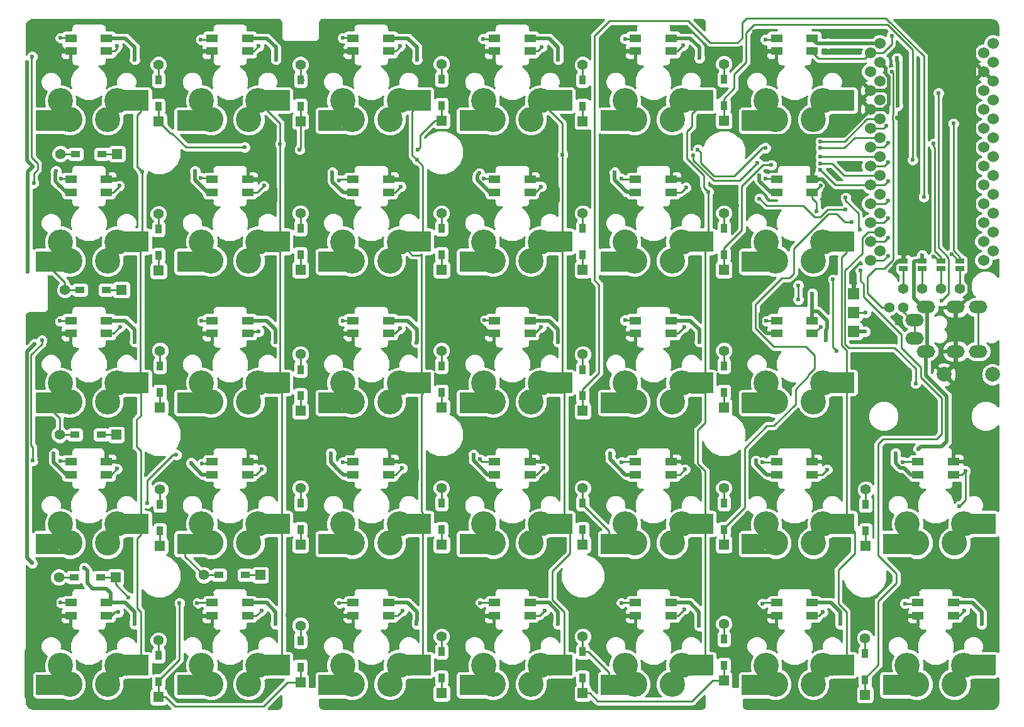
<source format=gbr>
G04 #@! TF.GenerationSoftware,KiCad,Pcbnew,(5.0.2-5-10.14)*
G04 #@! TF.CreationDate,2019-04-28T09:50:56+01:00*
G04 #@! TF.ProjectId,helix,68656c69-782e-46b6-9963-61645f706362,rev?*
G04 #@! TF.SameCoordinates,Original*
G04 #@! TF.FileFunction,Copper,L2,Bot*
G04 #@! TF.FilePolarity,Positive*
%FSLAX46Y46*%
G04 Gerber Fmt 4.6, Leading zero omitted, Abs format (unit mm)*
G04 Created by KiCad (PCBNEW (5.0.2-5-10.14)) date Sunday, 28 April 2019 at 09:50:56*
%MOMM*%
%LPD*%
G01*
G04 APERTURE LIST*
G04 #@! TA.AperFunction,ComponentPad*
%ADD10C,3.400000*%
G04 #@! TD*
G04 #@! TA.AperFunction,ComponentPad*
%ADD11C,0.100000*%
G04 #@! TD*
G04 #@! TA.AperFunction,Conductor*
%ADD12C,0.100000*%
G04 #@! TD*
G04 #@! TA.AperFunction,SMDPad,CuDef*
%ADD13C,2.000000*%
G04 #@! TD*
G04 #@! TA.AperFunction,SMDPad,CuDef*
%ADD14C,1.800000*%
G04 #@! TD*
G04 #@! TA.AperFunction,SMDPad,CuDef*
%ADD15R,1.524000X1.524000*%
G04 #@! TD*
G04 #@! TA.AperFunction,SMDPad,CuDef*
%ADD16R,1.600000X1.000000*%
G04 #@! TD*
G04 #@! TA.AperFunction,ComponentPad*
%ADD17C,1.524000*%
G04 #@! TD*
G04 #@! TA.AperFunction,ComponentPad*
%ADD18C,1.397000*%
G04 #@! TD*
G04 #@! TA.AperFunction,SMDPad,CuDef*
%ADD19R,1.143000X0.635000*%
G04 #@! TD*
G04 #@! TA.AperFunction,SMDPad,CuDef*
%ADD20R,1.300000X0.950000*%
G04 #@! TD*
G04 #@! TA.AperFunction,ComponentPad*
%ADD21R,1.397000X1.397000*%
G04 #@! TD*
G04 #@! TA.AperFunction,SMDPad,CuDef*
%ADD22R,0.950000X1.300000*%
G04 #@! TD*
G04 #@! TA.AperFunction,ComponentPad*
%ADD23C,2.000000*%
G04 #@! TD*
G04 #@! TA.AperFunction,ComponentPad*
%ADD24O,2.500000X1.700000*%
G04 #@! TD*
G04 #@! TA.AperFunction,ViaPad*
%ADD25C,0.600000*%
G04 #@! TD*
G04 #@! TA.AperFunction,Conductor*
%ADD26C,0.250000*%
G04 #@! TD*
G04 #@! TA.AperFunction,Conductor*
%ADD27C,0.500000*%
G04 #@! TD*
G04 #@! TA.AperFunction,Conductor*
%ADD28C,0.254000*%
G04 #@! TD*
G04 APERTURE END LIST*
D10*
G04 #@! TO.P,SW32,*
G04 #@! TO.N,*
X208540000Y-134080000D03*
X209810000Y-131540000D03*
X202190000Y-131540000D03*
X203460000Y-134080000D03*
D11*
G04 #@! TO.P,SW32,1*
G04 #@! TO.N,col6*
X208500000Y-132500000D03*
D12*
G04 #@! TD*
G04 #@! TO.N,col6*
G04 #@! TO.C,SW32*
G36*
X208526441Y-135735361D02*
X208523342Y-135735336D01*
X208369175Y-135726583D01*
X208368130Y-135726517D01*
X208364980Y-135726139D01*
X208361888Y-135725811D01*
X208209312Y-135702055D01*
X208208278Y-135701887D01*
X208205192Y-135701206D01*
X208202135Y-135700576D01*
X208052605Y-135662044D01*
X208051593Y-135661776D01*
X208048609Y-135660804D01*
X208045607Y-135659872D01*
X207900563Y-135606936D01*
X207900551Y-135606932D01*
X207900538Y-135606927D01*
X207899568Y-135606566D01*
X207896630Y-135605279D01*
X207893798Y-135604086D01*
X207754600Y-135537245D01*
X207753659Y-135536786D01*
X207750858Y-135535218D01*
X207748157Y-135533754D01*
X207616153Y-135453652D01*
X207616147Y-135453649D01*
X207616146Y-135453648D01*
X207615254Y-135453099D01*
X207612661Y-135451293D01*
X207610075Y-135449546D01*
X207486511Y-135356941D01*
X207485678Y-135356307D01*
X207483291Y-135354272D01*
X207480869Y-135352265D01*
X207366931Y-135248044D01*
X207366163Y-135247332D01*
X207363974Y-135245061D01*
X207361772Y-135242840D01*
X207258559Y-135128008D01*
X207258549Y-135127998D01*
X207258539Y-135127986D01*
X207257854Y-135127214D01*
X207255891Y-135124733D01*
X207253922Y-135122315D01*
X207162397Y-134997948D01*
X207161782Y-134997101D01*
X207160048Y-134994405D01*
X207158348Y-134991841D01*
X207079396Y-134859137D01*
X207078867Y-134858234D01*
X207077417Y-134855407D01*
X207075962Y-134852665D01*
X207010345Y-134712905D01*
X207010336Y-134712889D01*
X207010328Y-134712869D01*
X207009898Y-134711938D01*
X207008737Y-134708998D01*
X207007550Y-134706111D01*
X206955878Y-134560598D01*
X206955534Y-134559609D01*
X206954663Y-134556562D01*
X206953766Y-134553582D01*
X206916540Y-134403722D01*
X206916295Y-134402704D01*
X206915731Y-134399615D01*
X206915123Y-134396532D01*
X206892699Y-134243754D01*
X206892554Y-134242717D01*
X206892294Y-134239588D01*
X206891990Y-134236462D01*
X206884581Y-134082224D01*
X206884538Y-134081178D01*
X206884585Y-134078018D01*
X206884588Y-134074897D01*
X206892265Y-133920674D01*
X206892324Y-133919629D01*
X206892678Y-133916498D01*
X206892986Y-133913382D01*
X206915676Y-133760643D01*
X206915837Y-133759609D01*
X206916503Y-133756488D01*
X206917106Y-133753457D01*
X206954592Y-133603662D01*
X206954853Y-133602648D01*
X206955818Y-133599613D01*
X206956716Y-133596649D01*
X207008641Y-133451226D01*
X207008999Y-133450242D01*
X207010252Y-133447325D01*
X207011439Y-133444453D01*
X207077307Y-133304793D01*
X207077760Y-133303849D01*
X207079303Y-133301047D01*
X207080753Y-133298326D01*
X207159936Y-133165758D01*
X207160479Y-133164863D01*
X207162271Y-133162250D01*
X207163995Y-133159660D01*
X207255735Y-133035451D01*
X207256363Y-133034613D01*
X207258399Y-133032191D01*
X207260371Y-133029777D01*
X207363795Y-132915114D01*
X207364501Y-132914341D01*
X207366762Y-132912131D01*
X207368962Y-132909919D01*
X207483071Y-132805906D01*
X207483081Y-132805896D01*
X207483093Y-132805886D01*
X207483860Y-132805196D01*
X207486301Y-132803237D01*
X207488731Y-132801230D01*
X207612456Y-132708839D01*
X207613299Y-132708218D01*
X207615990Y-132706460D01*
X207618535Y-132704747D01*
X207750686Y-132624871D01*
X207751586Y-132624335D01*
X207754396Y-132622869D01*
X207757135Y-132621391D01*
X207896448Y-132554792D01*
X207897396Y-132554347D01*
X207900349Y-132553157D01*
X207903205Y-132551959D01*
X208048347Y-132499275D01*
X208048353Y-132499272D01*
X208048361Y-132499270D01*
X208049340Y-132498921D01*
X208052389Y-132498026D01*
X208055355Y-132497111D01*
X208204947Y-132458841D01*
X208204952Y-132458840D01*
X208204958Y-132458839D01*
X208205969Y-132458587D01*
X208209102Y-132457992D01*
X208212132Y-132457373D01*
X208364748Y-132433882D01*
X208365784Y-132433730D01*
X208368544Y-132433481D01*
X208371317Y-132433165D01*
X208439201Y-132428775D01*
X208419887Y-132400602D01*
X208419301Y-132399735D01*
X208417670Y-132397003D01*
X208416044Y-132394363D01*
X208342547Y-132260852D01*
X208342542Y-132260844D01*
X208342542Y-132260843D01*
X208342043Y-132259923D01*
X208340689Y-132257049D01*
X208339326Y-132254259D01*
X208279203Y-132114205D01*
X208278796Y-132113240D01*
X208277719Y-132110221D01*
X208276645Y-132107338D01*
X208230476Y-131962084D01*
X208230165Y-131961084D01*
X208229386Y-131957968D01*
X208228600Y-131955000D01*
X208196827Y-131805935D01*
X208196615Y-131804909D01*
X208196152Y-131801784D01*
X208195651Y-131798703D01*
X208178575Y-131647247D01*
X208178465Y-131646206D01*
X208178310Y-131643067D01*
X208178111Y-131639935D01*
X208175895Y-131487538D01*
X208175887Y-131486491D01*
X208176039Y-131483349D01*
X208176146Y-131480214D01*
X208188813Y-131328327D01*
X208188907Y-131327284D01*
X208189364Y-131324178D01*
X208189778Y-131321063D01*
X208217206Y-131171136D01*
X208217402Y-131170108D01*
X208218170Y-131167017D01*
X208218876Y-131164001D01*
X208260800Y-131017482D01*
X208260803Y-131017468D01*
X208260808Y-131017453D01*
X208261098Y-131016462D01*
X208262168Y-131013451D01*
X208263161Y-131010530D01*
X208319187Y-130868787D01*
X208319578Y-130867816D01*
X208320929Y-130864941D01*
X208322210Y-130862112D01*
X208391801Y-130726512D01*
X208392285Y-130725583D01*
X208393912Y-130722851D01*
X208395461Y-130720164D01*
X208477952Y-130592003D01*
X208478525Y-130591126D01*
X208480379Y-130588608D01*
X208482214Y-130586042D01*
X208576818Y-130466542D01*
X208577474Y-130465725D01*
X208579572Y-130463392D01*
X208581642Y-130461025D01*
X208687455Y-130351327D01*
X208688187Y-130350579D01*
X208690502Y-130348463D01*
X208692794Y-130346308D01*
X208808806Y-130247459D01*
X208809608Y-130246786D01*
X208812143Y-130244887D01*
X208814609Y-130242986D01*
X208939714Y-130155928D01*
X208940577Y-130155336D01*
X208943282Y-130153696D01*
X208945926Y-130152042D01*
X209078920Y-130077615D01*
X209078928Y-130077610D01*
X209078938Y-130077605D01*
X209079846Y-130077104D01*
X209082690Y-130075740D01*
X209085490Y-130074348D01*
X209225122Y-130013249D01*
X209226084Y-130012836D01*
X209229032Y-130011761D01*
X209231971Y-130010643D01*
X209376899Y-129963461D01*
X209377897Y-129963144D01*
X209380954Y-129962357D01*
X209383969Y-129961536D01*
X209532809Y-129928722D01*
X209533833Y-129928503D01*
X209537001Y-129928011D01*
X209540034Y-129927496D01*
X209691363Y-129909364D01*
X209691368Y-129909364D01*
X209692406Y-129909246D01*
X209695555Y-129909068D01*
X209698675Y-129908848D01*
X209851053Y-129905569D01*
X209852100Y-129905554D01*
X209855268Y-129905685D01*
X209858378Y-129905770D01*
X210010350Y-129917376D01*
X210011393Y-129917462D01*
X210014553Y-129917904D01*
X210017620Y-129918290D01*
X210167731Y-129944670D01*
X210167735Y-129944670D01*
X210167739Y-129944671D01*
X210168764Y-129944858D01*
X210171819Y-129945595D01*
X210174881Y-129946289D01*
X210321705Y-129987193D01*
X210322712Y-129987481D01*
X210325693Y-129988517D01*
X210328659Y-129989502D01*
X210470790Y-130044537D01*
X210471763Y-130044922D01*
X210474624Y-130046242D01*
X210477486Y-130047514D01*
X210613568Y-130116157D01*
X210614499Y-130116635D01*
X210617211Y-130118224D01*
X210619941Y-130119772D01*
X210748675Y-130201366D01*
X210749555Y-130201933D01*
X210752110Y-130203787D01*
X210754664Y-130205586D01*
X210874823Y-130299354D01*
X210875644Y-130300003D01*
X210878022Y-130302112D01*
X210880373Y-130304139D01*
X210990807Y-130409184D01*
X210991560Y-130409910D01*
X210993719Y-130412239D01*
X210995862Y-130414487D01*
X211095520Y-130529807D01*
X211096199Y-130530604D01*
X211098121Y-130533133D01*
X211100034Y-130535579D01*
X211187962Y-130660072D01*
X211188560Y-130660932D01*
X211190202Y-130663597D01*
X211191892Y-130666257D01*
X211267251Y-130798738D01*
X211267763Y-130799652D01*
X211269153Y-130802499D01*
X211270559Y-130805277D01*
X211332630Y-130944479D01*
X211333050Y-130945438D01*
X211334153Y-130948397D01*
X211335284Y-130951308D01*
X211383477Y-131095903D01*
X211383801Y-131096899D01*
X211384600Y-131099915D01*
X211385452Y-131102960D01*
X211419304Y-131251567D01*
X211419529Y-131252589D01*
X211420033Y-131255691D01*
X211420580Y-131258782D01*
X211439769Y-131409985D01*
X211439894Y-131411024D01*
X211440092Y-131414152D01*
X211440336Y-131417290D01*
X211444678Y-131569642D01*
X211444690Y-131570257D01*
X211294634Y-131570257D01*
X211290500Y-131425223D01*
X211272237Y-131281312D01*
X211240012Y-131139850D01*
X211194138Y-131002211D01*
X211135057Y-130869718D01*
X211063327Y-130743616D01*
X210979629Y-130625111D01*
X210884766Y-130515339D01*
X210779648Y-130415350D01*
X210665279Y-130326101D01*
X210542733Y-130248429D01*
X210413212Y-130183095D01*
X210277917Y-130130707D01*
X210138154Y-130091770D01*
X209995269Y-130066661D01*
X209850619Y-130055614D01*
X209705560Y-130058735D01*
X209561522Y-130075994D01*
X209419847Y-130107228D01*
X209281895Y-130152139D01*
X209148982Y-130210297D01*
X209022382Y-130281146D01*
X208903299Y-130364013D01*
X208792871Y-130458102D01*
X208692152Y-130562518D01*
X208602100Y-130676270D01*
X208523577Y-130798265D01*
X208457336Y-130927339D01*
X208404007Y-131062258D01*
X208364100Y-131201728D01*
X208337990Y-131344447D01*
X208325932Y-131489030D01*
X208328042Y-131634084D01*
X208344297Y-131778257D01*
X208374539Y-131920142D01*
X208418486Y-132058405D01*
X208475712Y-132191711D01*
X208545674Y-132318803D01*
X208629786Y-132441496D01*
X208630373Y-132442364D01*
X208634128Y-132448655D01*
X208637251Y-132455284D01*
X208639713Y-132462186D01*
X208641490Y-132469295D01*
X208642565Y-132476543D01*
X208642928Y-132483861D01*
X208642573Y-132491180D01*
X208641507Y-132498429D01*
X208639738Y-132505540D01*
X208637284Y-132512445D01*
X208634168Y-132519076D01*
X208630420Y-132525373D01*
X208626075Y-132531273D01*
X208621176Y-132536721D01*
X208615766Y-132541665D01*
X208609902Y-132546058D01*
X208603636Y-132549857D01*
X208597030Y-132553027D01*
X208590146Y-132555537D01*
X208583050Y-132557364D01*
X208575809Y-132558489D01*
X208568494Y-132558902D01*
X208561172Y-132558599D01*
X208553916Y-132557584D01*
X208549252Y-132556458D01*
X208545449Y-132559660D01*
X208539410Y-132563811D01*
X208532995Y-132567352D01*
X208526265Y-132570250D01*
X208519286Y-132572478D01*
X208512121Y-132574014D01*
X208504840Y-132574844D01*
X208384295Y-132582640D01*
X208238575Y-132605069D01*
X208096084Y-132641522D01*
X207957842Y-132691703D01*
X207825140Y-132755140D01*
X207699271Y-132831219D01*
X207581414Y-132919228D01*
X207472723Y-133018303D01*
X207374219Y-133127512D01*
X207286832Y-133245826D01*
X207211409Y-133372098D01*
X207148671Y-133505121D01*
X207099211Y-133643643D01*
X207063510Y-133786307D01*
X207041897Y-133931798D01*
X207034585Y-134078685D01*
X207041642Y-134225604D01*
X207063000Y-134371119D01*
X207098459Y-134513864D01*
X207147673Y-134652457D01*
X207210187Y-134785603D01*
X207285379Y-134911989D01*
X207372560Y-135030453D01*
X207470880Y-135139840D01*
X207579403Y-135239108D01*
X207697095Y-135327312D01*
X207822837Y-135403615D01*
X207955415Y-135467277D01*
X208093589Y-135517705D01*
X208236018Y-135554406D01*
X208381342Y-135577033D01*
X208528177Y-135585370D01*
X208675140Y-135579338D01*
X208820804Y-135558996D01*
X208963780Y-135524538D01*
X209102727Y-135476287D01*
X209236303Y-135414706D01*
X209363215Y-135340396D01*
X209482280Y-135254047D01*
X209592352Y-135156491D01*
X209692374Y-135048666D01*
X209781403Y-134931585D01*
X209858574Y-134806389D01*
X209923166Y-134674247D01*
X209974553Y-134536442D01*
X210012246Y-134394278D01*
X210035889Y-134249105D01*
X210045250Y-134102331D01*
X210040245Y-133955332D01*
X210020920Y-133809527D01*
X209987461Y-133666313D01*
X209940179Y-133527030D01*
X209879538Y-133393039D01*
X209806111Y-133265605D01*
X209718464Y-133142955D01*
X209717861Y-133142099D01*
X209713984Y-133135882D01*
X209710732Y-133129315D01*
X209708136Y-133122463D01*
X209706220Y-133115390D01*
X209705004Y-133108164D01*
X209704499Y-133100854D01*
X209704711Y-133093530D01*
X209705636Y-133086261D01*
X209707266Y-133079117D01*
X209709585Y-133072166D01*
X209712571Y-133065475D01*
X209716196Y-133059106D01*
X209720424Y-133053123D01*
X209725216Y-133047580D01*
X209730528Y-133042532D01*
X209736306Y-133038025D01*
X209742496Y-133034104D01*
X209749040Y-133030806D01*
X209755873Y-133028162D01*
X209762933Y-133026198D01*
X209770150Y-133024932D01*
X209777456Y-133024376D01*
X209784782Y-133024536D01*
X209792057Y-133025410D01*
X209792346Y-133025474D01*
X209797079Y-133025057D01*
X209934968Y-133019681D01*
X210078888Y-133000395D01*
X210220125Y-132967183D01*
X210357428Y-132920354D01*
X210489511Y-132860348D01*
X210615119Y-132787732D01*
X210733035Y-132703211D01*
X210842137Y-132607589D01*
X210941391Y-132501774D01*
X211029845Y-132386778D01*
X211106650Y-132263707D01*
X211171084Y-132133721D01*
X211222527Y-131998062D01*
X211260483Y-131858046D01*
X211284597Y-131714977D01*
X211294634Y-131570257D01*
X211444690Y-131570257D01*
X211444700Y-131570689D01*
X211444592Y-131573837D01*
X211444528Y-131576968D01*
X211433983Y-131729018D01*
X211433904Y-131730062D01*
X211433478Y-131733272D01*
X211433120Y-131736294D01*
X211407788Y-131886588D01*
X211407607Y-131887620D01*
X211406868Y-131890781D01*
X211406218Y-131893746D01*
X211366342Y-132040851D01*
X211366061Y-132041859D01*
X211365042Y-132044858D01*
X211364081Y-132047821D01*
X211310039Y-132190333D01*
X211309661Y-132191310D01*
X211308346Y-132194214D01*
X211307109Y-132197049D01*
X211239419Y-132333607D01*
X211238947Y-132334542D01*
X211237368Y-132337281D01*
X211235847Y-132340005D01*
X211155155Y-132469306D01*
X211154594Y-132470191D01*
X211152755Y-132472762D01*
X211150976Y-132475326D01*
X211058050Y-132596136D01*
X211057406Y-132596962D01*
X211055312Y-132599357D01*
X211053304Y-132601719D01*
X210949032Y-132712884D01*
X210948310Y-132713643D01*
X210946012Y-132715803D01*
X210943764Y-132717977D01*
X210829143Y-132818436D01*
X210828351Y-132819121D01*
X210825848Y-132821051D01*
X210823403Y-132822991D01*
X210699525Y-132911786D01*
X210698670Y-132912390D01*
X210695997Y-132914063D01*
X210693368Y-132915759D01*
X210561417Y-132992041D01*
X210560507Y-132992559D01*
X210557646Y-132993981D01*
X210554902Y-132995393D01*
X210416138Y-133058436D01*
X210415181Y-133058863D01*
X210412213Y-133059993D01*
X210409325Y-133061138D01*
X210265071Y-133110338D01*
X210264077Y-133110669D01*
X210261074Y-133111487D01*
X210258028Y-133112362D01*
X210109661Y-133147251D01*
X210108640Y-133147483D01*
X210105525Y-133148012D01*
X210102455Y-133148577D01*
X209951391Y-133168821D01*
X209950352Y-133168954D01*
X209947309Y-133169168D01*
X209944351Y-133169429D01*
X209922360Y-133170286D01*
X209930285Y-133181376D01*
X209930888Y-133182232D01*
X209932569Y-133184928D01*
X209934248Y-133187538D01*
X210011339Y-133321332D01*
X210011856Y-133322243D01*
X210013283Y-133325124D01*
X210014683Y-133327853D01*
X210078350Y-133468531D01*
X210078775Y-133469487D01*
X210079893Y-133472438D01*
X210081042Y-133475346D01*
X210130678Y-133621566D01*
X210131008Y-133622559D01*
X210131844Y-133625646D01*
X210132691Y-133628611D01*
X210167821Y-133778977D01*
X210168053Y-133779998D01*
X210168577Y-133783117D01*
X210169138Y-133786185D01*
X210189427Y-133939260D01*
X210189557Y-133940299D01*
X210189772Y-133943409D01*
X210190034Y-133946563D01*
X210195289Y-134100889D01*
X210195317Y-134101935D01*
X210195227Y-134105063D01*
X210195180Y-134108215D01*
X210185351Y-134262316D01*
X210185277Y-134263360D01*
X210184880Y-134266481D01*
X210184528Y-134269598D01*
X210159707Y-134422005D01*
X210159532Y-134423037D01*
X210158823Y-134426145D01*
X210158177Y-134429170D01*
X210118603Y-134578428D01*
X210118328Y-134579438D01*
X210117324Y-134582446D01*
X210116381Y-134585411D01*
X210062435Y-134730083D01*
X210062431Y-134730094D01*
X210062426Y-134730107D01*
X210062058Y-134731073D01*
X210060765Y-134733971D01*
X210059538Y-134736826D01*
X209991727Y-134875554D01*
X209991261Y-134876491D01*
X209989701Y-134879232D01*
X209988191Y-134881973D01*
X209907174Y-135013406D01*
X209907166Y-135013421D01*
X209907155Y-135013437D01*
X209906610Y-135014309D01*
X209904806Y-135016862D01*
X209903021Y-135019464D01*
X209809556Y-135142378D01*
X209808916Y-135143207D01*
X209806853Y-135145593D01*
X209804840Y-135147988D01*
X209699836Y-135261184D01*
X209699826Y-135261195D01*
X209699814Y-135261207D01*
X209699108Y-135261958D01*
X209696827Y-135264127D01*
X209694586Y-135266317D01*
X209579026Y-135368737D01*
X209578238Y-135369426D01*
X209575736Y-135371377D01*
X209573311Y-135373324D01*
X209448308Y-135463978D01*
X209447456Y-135464587D01*
X209444738Y-135466308D01*
X209442173Y-135467984D01*
X209308931Y-135546001D01*
X209308922Y-135546007D01*
X209308911Y-135546012D01*
X209308014Y-135546530D01*
X209305213Y-135547942D01*
X209302425Y-135549397D01*
X209162194Y-135614044D01*
X209161240Y-135614476D01*
X209158318Y-135615607D01*
X209155397Y-135616784D01*
X209009529Y-135667439D01*
X209008537Y-135667775D01*
X209005502Y-135668620D01*
X209002497Y-135669501D01*
X208852380Y-135705680D01*
X208851361Y-135705919D01*
X208848216Y-135706471D01*
X208845181Y-135707047D01*
X208692254Y-135728403D01*
X208692251Y-135728404D01*
X208692248Y-135728404D01*
X208691212Y-135728542D01*
X208688060Y-135728782D01*
X208684953Y-135729062D01*
X208530670Y-135735394D01*
X208530668Y-135735394D01*
X208529622Y-135735430D01*
X208526441Y-135735361D01*
X208526441Y-135735361D01*
G37*
D11*
G04 #@! TO.P,SW32,3*
G04 #@! TO.N,N/C*
X203500000Y-132500000D03*
D12*
G04 #@! TD*
G04 #@! TO.N,N/C*
G04 #@! TO.C,SW32*
G36*
X202312710Y-129909664D02*
X202313756Y-129909701D01*
X202316926Y-129909991D01*
X202320016Y-129910231D01*
X202471217Y-129929420D01*
X202472255Y-129929559D01*
X202475334Y-129930148D01*
X202478432Y-129930696D01*
X202627040Y-129964548D01*
X202628059Y-129964788D01*
X202631091Y-129965682D01*
X202634096Y-129966523D01*
X202778692Y-130014715D01*
X202779683Y-130015053D01*
X202782647Y-130016252D01*
X202785521Y-130017369D01*
X202924723Y-130079440D01*
X202925676Y-130079873D01*
X202928478Y-130081340D01*
X202931262Y-130082748D01*
X203063742Y-130158108D01*
X203064649Y-130158632D01*
X203067305Y-130160372D01*
X203069926Y-130162038D01*
X203194421Y-130249966D01*
X203195273Y-130250576D01*
X203197744Y-130252565D01*
X203200193Y-130254480D01*
X203315513Y-130354136D01*
X203316300Y-130354826D01*
X203318545Y-130357027D01*
X203320817Y-130359193D01*
X203425862Y-130469628D01*
X203426578Y-130470391D01*
X203428612Y-130472818D01*
X203430646Y-130475177D01*
X203524413Y-130595334D01*
X203525052Y-130596164D01*
X203526830Y-130598764D01*
X203528634Y-130601324D01*
X203610228Y-130730060D01*
X203610782Y-130730948D01*
X203612312Y-130733734D01*
X203613843Y-130736433D01*
X203682480Y-130872506D01*
X203682485Y-130872514D01*
X203682485Y-130872515D01*
X203682951Y-130873453D01*
X203684184Y-130876336D01*
X203685462Y-130879210D01*
X203740498Y-131021341D01*
X203740869Y-131022320D01*
X203741813Y-131025302D01*
X203742807Y-131028295D01*
X203783710Y-131175118D01*
X203783984Y-131176129D01*
X203784634Y-131179198D01*
X203785329Y-131182264D01*
X203811710Y-131332378D01*
X203811884Y-131333410D01*
X203812235Y-131336555D01*
X203812624Y-131339649D01*
X203824230Y-131491621D01*
X203824303Y-131492666D01*
X203824345Y-131495817D01*
X203824431Y-131498946D01*
X203821152Y-131651325D01*
X203821122Y-131652371D01*
X203820855Y-131655528D01*
X203820636Y-131658634D01*
X203802504Y-131809965D01*
X203802373Y-131811004D01*
X203801797Y-131814131D01*
X203801278Y-131817190D01*
X203768464Y-131966030D01*
X203768232Y-131967051D01*
X203767357Y-131970097D01*
X203766539Y-131973100D01*
X203719357Y-132118028D01*
X203719026Y-132119022D01*
X203717856Y-132121973D01*
X203716751Y-132124876D01*
X203655653Y-132264508D01*
X203655227Y-132265465D01*
X203653769Y-132268298D01*
X203652391Y-132271070D01*
X203577958Y-132404074D01*
X203577441Y-132404984D01*
X203575796Y-132407533D01*
X203574221Y-132410070D01*
X203560925Y-132429321D01*
X203659549Y-132436650D01*
X203660592Y-132436735D01*
X203663719Y-132437166D01*
X203666820Y-132437550D01*
X203818958Y-132463966D01*
X203819988Y-132464152D01*
X203823042Y-132464882D01*
X203826108Y-132465570D01*
X203974943Y-132506706D01*
X203975950Y-132506992D01*
X203978937Y-132508023D01*
X203981902Y-132509001D01*
X204126012Y-132564465D01*
X204126987Y-132564848D01*
X204129856Y-132566164D01*
X204132714Y-132567428D01*
X204270724Y-132636690D01*
X204271656Y-132637166D01*
X204274410Y-132638772D01*
X204277104Y-132640293D01*
X204407681Y-132722681D01*
X204407696Y-132722690D01*
X204407712Y-132722701D01*
X204408578Y-132723255D01*
X204411133Y-132725102D01*
X204413695Y-132726899D01*
X204535624Y-132821648D01*
X204536446Y-132822296D01*
X204538805Y-132824379D01*
X204541183Y-132826421D01*
X204653284Y-132932616D01*
X204654040Y-132933341D01*
X204656218Y-132935681D01*
X204658351Y-132937909D01*
X204759555Y-133054536D01*
X204760235Y-133055332D01*
X204762145Y-133057834D01*
X204764081Y-133060299D01*
X204853420Y-133186245D01*
X204854020Y-133187103D01*
X204855692Y-133189805D01*
X204857362Y-133192421D01*
X204933985Y-133326484D01*
X204934498Y-133327396D01*
X204935891Y-133330232D01*
X204937306Y-133333016D01*
X205000480Y-133473916D01*
X205000902Y-133474874D01*
X205002003Y-133477811D01*
X205003148Y-133480740D01*
X205052271Y-133627132D01*
X205052598Y-133628127D01*
X205053413Y-133631178D01*
X205054261Y-133634185D01*
X205088864Y-133784672D01*
X205089092Y-133785694D01*
X205089606Y-133788817D01*
X205090156Y-133791885D01*
X205109910Y-133945032D01*
X205110037Y-133946071D01*
X205110244Y-133949228D01*
X205110491Y-133952336D01*
X205115206Y-134106679D01*
X205115231Y-134107726D01*
X205115129Y-134110895D01*
X205115072Y-134114005D01*
X205104703Y-134268071D01*
X205104625Y-134269115D01*
X205104218Y-134272225D01*
X205103854Y-134275349D01*
X205078501Y-134427668D01*
X205078322Y-134428700D01*
X205077605Y-134431795D01*
X205076946Y-134434829D01*
X205036853Y-134583932D01*
X205036850Y-134583946D01*
X205036845Y-134583961D01*
X205036571Y-134584957D01*
X205035554Y-134587969D01*
X205034603Y-134590921D01*
X204980147Y-134735416D01*
X204979772Y-134736393D01*
X204978457Y-134739311D01*
X204977231Y-134742138D01*
X204908935Y-134880628D01*
X204908466Y-134881564D01*
X204906885Y-134884319D01*
X204905377Y-134887034D01*
X204823892Y-135018198D01*
X204823334Y-135019083D01*
X204821473Y-135021697D01*
X204819726Y-135024225D01*
X204725831Y-135146813D01*
X204725189Y-135147640D01*
X204723118Y-135150019D01*
X204721097Y-135152406D01*
X204615697Y-135265234D01*
X204615687Y-135265245D01*
X204615675Y-135265257D01*
X204614967Y-135266005D01*
X204612689Y-135268155D01*
X204610429Y-135270349D01*
X204494512Y-135372364D01*
X204493722Y-135373050D01*
X204491204Y-135375000D01*
X204488781Y-135376930D01*
X204363471Y-135467139D01*
X204363462Y-135467146D01*
X204363450Y-135467153D01*
X204362607Y-135467752D01*
X204359954Y-135469420D01*
X204357313Y-135471132D01*
X204223789Y-135548688D01*
X204222880Y-135549208D01*
X204220037Y-135550629D01*
X204217280Y-135552055D01*
X204076833Y-135616208D01*
X204076825Y-135616212D01*
X204076816Y-135616216D01*
X204075869Y-135616641D01*
X204072899Y-135617778D01*
X204070019Y-135618927D01*
X203923979Y-135669069D01*
X203923973Y-135669071D01*
X203923966Y-135669073D01*
X203922980Y-135669405D01*
X203919915Y-135670246D01*
X203916935Y-135671109D01*
X203766692Y-135706763D01*
X203765672Y-135706998D01*
X203762558Y-135707533D01*
X203759488Y-135708105D01*
X203606487Y-135728926D01*
X203606484Y-135728927D01*
X203606481Y-135728927D01*
X203605445Y-135729061D01*
X203602280Y-135729291D01*
X203599184Y-135729559D01*
X203444879Y-135735351D01*
X203444877Y-135735351D01*
X203443831Y-135735383D01*
X203440682Y-135735303D01*
X203437551Y-135735268D01*
X203283416Y-135725976D01*
X203283413Y-135725976D01*
X203282371Y-135725906D01*
X203279217Y-135725516D01*
X203276131Y-135725178D01*
X203123639Y-135700888D01*
X203122606Y-135700717D01*
X203119510Y-135700022D01*
X203116468Y-135699384D01*
X202967074Y-135660330D01*
X202966063Y-135660058D01*
X202963070Y-135659071D01*
X202960084Y-135658132D01*
X202815213Y-135604686D01*
X202814233Y-135604317D01*
X202811322Y-135603031D01*
X202808470Y-135601817D01*
X202669507Y-135534489D01*
X202668568Y-135534026D01*
X202665812Y-135532470D01*
X202663077Y-135530976D01*
X202531346Y-135450409D01*
X202530457Y-135449857D01*
X202527868Y-135448041D01*
X202525289Y-135446285D01*
X202402050Y-135353248D01*
X202401219Y-135352612D01*
X202398816Y-135350548D01*
X202396425Y-135348553D01*
X202282852Y-135243934D01*
X202282087Y-135243219D01*
X202279916Y-135240951D01*
X202277712Y-135238712D01*
X202174890Y-135123509D01*
X202174198Y-135122723D01*
X202172222Y-135120207D01*
X202170284Y-135117810D01*
X202079195Y-134993123D01*
X202078583Y-134992274D01*
X202076880Y-134989606D01*
X202075167Y-134987003D01*
X201996680Y-134854023D01*
X201996154Y-134853117D01*
X201994726Y-134850308D01*
X201993268Y-134847538D01*
X201928132Y-134707534D01*
X201927697Y-134706582D01*
X201926551Y-134703651D01*
X201925369Y-134700747D01*
X201874207Y-134555055D01*
X201873866Y-134554065D01*
X201873000Y-134550996D01*
X201872119Y-134548031D01*
X201835417Y-134398041D01*
X201835175Y-134397023D01*
X201834620Y-134393921D01*
X201834025Y-134390847D01*
X201812135Y-134237992D01*
X201811994Y-134236955D01*
X201811746Y-134233835D01*
X201811452Y-134230696D01*
X201804583Y-134076434D01*
X201804544Y-134075388D01*
X201804601Y-134072259D01*
X201804615Y-134069107D01*
X201812831Y-133914911D01*
X201812894Y-133913866D01*
X201813260Y-133910728D01*
X201813578Y-133907621D01*
X201836803Y-133754963D01*
X201836968Y-133753929D01*
X201837640Y-133750830D01*
X201838258Y-133747782D01*
X201876268Y-133598119D01*
X201876532Y-133597106D01*
X201877505Y-133594084D01*
X201878416Y-133591113D01*
X201930849Y-133445873D01*
X201931211Y-133444890D01*
X201932475Y-133441975D01*
X201933671Y-133439110D01*
X202000028Y-133299680D01*
X202000485Y-133298738D01*
X202002003Y-133296005D01*
X202003496Y-133293226D01*
X202077760Y-133169874D01*
X202044540Y-133168463D01*
X202043494Y-133168412D01*
X202040325Y-133168077D01*
X202037243Y-133167795D01*
X201886323Y-133146496D01*
X201885287Y-133146343D01*
X201882178Y-133145703D01*
X201879127Y-133145119D01*
X201731007Y-133109196D01*
X201729991Y-133108942D01*
X201726982Y-133108009D01*
X201723978Y-133107123D01*
X201580071Y-133056917D01*
X201579084Y-133056566D01*
X201576143Y-133055327D01*
X201573278Y-133054168D01*
X201434966Y-132990163D01*
X201434957Y-132990159D01*
X201434947Y-132990154D01*
X201434009Y-132989712D01*
X201431247Y-132988217D01*
X201428465Y-132986760D01*
X201297049Y-132909558D01*
X201296149Y-132909022D01*
X201293483Y-132907221D01*
X201290920Y-132905542D01*
X201167665Y-132815885D01*
X201166823Y-132815264D01*
X201164372Y-132813234D01*
X201161958Y-132811291D01*
X201048040Y-132710034D01*
X201047262Y-132709333D01*
X201045029Y-132707082D01*
X201042807Y-132704904D01*
X200939325Y-132593024D01*
X200939315Y-132593014D01*
X200939305Y-132593002D01*
X200938609Y-132592240D01*
X200936606Y-132589782D01*
X200934608Y-132587397D01*
X200842527Y-132465942D01*
X200841900Y-132465103D01*
X200840148Y-132462462D01*
X200838391Y-132459893D01*
X200758602Y-132330033D01*
X200758060Y-132329137D01*
X200756577Y-132326344D01*
X200755076Y-132323609D01*
X200688341Y-132186582D01*
X200687888Y-132185638D01*
X200686675Y-132182689D01*
X200685458Y-132179846D01*
X200632412Y-132036960D01*
X200632054Y-132035976D01*
X200631136Y-132032929D01*
X200630201Y-132029975D01*
X200591350Y-131882594D01*
X200591090Y-131881580D01*
X200590478Y-131878481D01*
X200589831Y-131875426D01*
X200565549Y-131724959D01*
X200565389Y-131723924D01*
X200565082Y-131720779D01*
X200564736Y-131717676D01*
X200555253Y-131565557D01*
X200555195Y-131564512D01*
X200555197Y-131561351D01*
X200555178Y-131559884D01*
X200705191Y-131559884D01*
X200714218Y-131704686D01*
X200737330Y-131847902D01*
X200774312Y-131988196D01*
X200824805Y-132124206D01*
X200888327Y-132254634D01*
X200964275Y-132378242D01*
X201051923Y-132493853D01*
X201150431Y-132600355D01*
X201258862Y-132696736D01*
X201376193Y-132782084D01*
X201501282Y-132855569D01*
X201632945Y-132916498D01*
X201769924Y-132964286D01*
X201910916Y-132998481D01*
X202054575Y-133018755D01*
X202203183Y-133025068D01*
X202204229Y-133025119D01*
X202207830Y-133025499D01*
X202209688Y-133025135D01*
X202216982Y-133024433D01*
X202224310Y-133024445D01*
X202231601Y-133025173D01*
X202238787Y-133026609D01*
X202245797Y-133028738D01*
X202252567Y-133031542D01*
X202259031Y-133034995D01*
X202265127Y-133039060D01*
X202270797Y-133043701D01*
X202275988Y-133048873D01*
X202280648Y-133054527D01*
X202284736Y-133060609D01*
X202288209Y-133067061D01*
X202291037Y-133073820D01*
X202293191Y-133080825D01*
X202294653Y-133088004D01*
X202295405Y-133095293D01*
X202295443Y-133102621D01*
X202294767Y-133109917D01*
X202293381Y-133117112D01*
X202291300Y-133124138D01*
X202288544Y-133130927D01*
X202285137Y-133137414D01*
X202281114Y-133143539D01*
X202209944Y-133241137D01*
X202133896Y-133367451D01*
X202070691Y-133500259D01*
X202020748Y-133638600D01*
X201984546Y-133781148D01*
X201962424Y-133926556D01*
X201954598Y-134073426D01*
X201961141Y-134220357D01*
X201981992Y-134365955D01*
X202016951Y-134508823D01*
X202065680Y-134647582D01*
X202127723Y-134780939D01*
X202202479Y-134907599D01*
X202289239Y-135026360D01*
X202387176Y-135136091D01*
X202495355Y-135235742D01*
X202612740Y-135324359D01*
X202738208Y-135401096D01*
X202870570Y-135465227D01*
X203008554Y-135516132D01*
X203150861Y-135553334D01*
X203296101Y-135576469D01*
X203442917Y-135585319D01*
X203589889Y-135579803D01*
X203735632Y-135559969D01*
X203878731Y-135526010D01*
X204017836Y-135478249D01*
X204151623Y-135417138D01*
X204278802Y-135343267D01*
X204398163Y-135257341D01*
X204508581Y-135160165D01*
X204608979Y-135052692D01*
X204698416Y-134935923D01*
X204776026Y-134810997D01*
X204841080Y-134679081D01*
X204892948Y-134541453D01*
X204931139Y-134399423D01*
X204955287Y-134254342D01*
X204965164Y-134107589D01*
X204960673Y-133960586D01*
X204941857Y-133814714D01*
X204908897Y-133671375D01*
X204862105Y-133531932D01*
X204801935Y-133397731D01*
X204728951Y-133270036D01*
X204643857Y-133150074D01*
X204547463Y-133038989D01*
X204440687Y-132937839D01*
X204324549Y-132847590D01*
X204200169Y-132769111D01*
X204068711Y-132703137D01*
X203931450Y-132650309D01*
X203789678Y-132611126D01*
X203644780Y-132585967D01*
X203494442Y-132574794D01*
X203493398Y-132574709D01*
X203486139Y-132573708D01*
X203479013Y-132572004D01*
X203472086Y-132569612D01*
X203465426Y-132566556D01*
X203459096Y-132562864D01*
X203453157Y-132558573D01*
X203450789Y-132556481D01*
X203444797Y-132557817D01*
X203437523Y-132558705D01*
X203430198Y-132558880D01*
X203422890Y-132558339D01*
X203415670Y-132557088D01*
X203408607Y-132555139D01*
X203401768Y-132552509D01*
X203395218Y-132549223D01*
X203389019Y-132545315D01*
X203383232Y-132540821D01*
X203377911Y-132535783D01*
X203373107Y-132530251D01*
X203368865Y-132524276D01*
X203365228Y-132517915D01*
X203362228Y-132511230D01*
X203359895Y-132504283D01*
X203358250Y-132497143D01*
X203357311Y-132489876D01*
X203357085Y-132482552D01*
X203357575Y-132475241D01*
X203358776Y-132468012D01*
X203360677Y-132460936D01*
X203363258Y-132454079D01*
X203366497Y-132447506D01*
X203370362Y-132441280D01*
X203448792Y-132327729D01*
X203519704Y-132201017D01*
X203577860Y-132068108D01*
X203622772Y-131930152D01*
X203654007Y-131788476D01*
X203671265Y-131644439D01*
X203674386Y-131499380D01*
X203663339Y-131354730D01*
X203638228Y-131211843D01*
X203599294Y-131072087D01*
X203546904Y-130936788D01*
X203481573Y-130807271D01*
X203403899Y-130684720D01*
X203314650Y-130570352D01*
X203214661Y-130465233D01*
X203104885Y-130370368D01*
X202986392Y-130286679D01*
X202860282Y-130214942D01*
X202727786Y-130155860D01*
X202590153Y-130109989D01*
X202448687Y-130077763D01*
X202304776Y-130059500D01*
X202159742Y-130055366D01*
X202015023Y-130065403D01*
X201871963Y-130089516D01*
X201731937Y-130127473D01*
X201596286Y-130178913D01*
X201466301Y-130243345D01*
X201343221Y-130320156D01*
X201228226Y-130408610D01*
X201122411Y-130507863D01*
X201026789Y-130616965D01*
X200942265Y-130734884D01*
X200869658Y-130860477D01*
X200809648Y-130992570D01*
X200762817Y-131129875D01*
X200729605Y-131271113D01*
X200710337Y-131414892D01*
X200705191Y-131559884D01*
X200555178Y-131559884D01*
X200555155Y-131558231D01*
X200560561Y-131405912D01*
X200560605Y-131404866D01*
X200560919Y-131401678D01*
X200561179Y-131398610D01*
X200581422Y-131247547D01*
X200581568Y-131246510D01*
X200582187Y-131243396D01*
X200582749Y-131240340D01*
X200617638Y-131091972D01*
X200617885Y-131090954D01*
X200618795Y-131087947D01*
X200619662Y-131084930D01*
X200668862Y-130940676D01*
X200669207Y-130939687D01*
X200670400Y-130936796D01*
X200671563Y-130933864D01*
X200734605Y-130795098D01*
X200735045Y-130794148D01*
X200736538Y-130791344D01*
X200737959Y-130788583D01*
X200814241Y-130656632D01*
X200814771Y-130655729D01*
X200816522Y-130653097D01*
X200818214Y-130650475D01*
X200907009Y-130526597D01*
X200907625Y-130525750D01*
X200909629Y-130523295D01*
X200911564Y-130520857D01*
X201012023Y-130406236D01*
X201012719Y-130405453D01*
X201014928Y-130403231D01*
X201017116Y-130400968D01*
X201128281Y-130296697D01*
X201129050Y-130295986D01*
X201131478Y-130293979D01*
X201133864Y-130291951D01*
X201254673Y-130199025D01*
X201255507Y-130198393D01*
X201258125Y-130196629D01*
X201260692Y-130194847D01*
X201389993Y-130114153D01*
X201390885Y-130113604D01*
X201393699Y-130112085D01*
X201396392Y-130110582D01*
X201532949Y-130042891D01*
X201533890Y-130042432D01*
X201536843Y-130041192D01*
X201539666Y-130039961D01*
X201682178Y-129985919D01*
X201683160Y-129985554D01*
X201686207Y-129984613D01*
X201689148Y-129983659D01*
X201836253Y-129943782D01*
X201837266Y-129943514D01*
X201840386Y-129942875D01*
X201843411Y-129942212D01*
X201993702Y-129916881D01*
X201993705Y-129916880D01*
X201993709Y-129916880D01*
X201994739Y-129916713D01*
X201997900Y-129916382D01*
X202000982Y-129916017D01*
X202153029Y-129905472D01*
X202153031Y-129905472D01*
X202154076Y-129905406D01*
X202157248Y-129905386D01*
X202160357Y-129905322D01*
X202312710Y-129909664D01*
X202312710Y-129909664D01*
G37*
D13*
G04 #@! TO.P,SW32,1*
G04 #@! TO.N,col6*
X213000000Y-131500000D03*
D12*
G04 #@! TD*
G04 #@! TO.N,col6*
G04 #@! TO.C,SW32*
G36*
X210785368Y-132873559D02*
X210771299Y-132869291D01*
X210758332Y-132862360D01*
X210746967Y-132853033D01*
X210737640Y-132841668D01*
X210730709Y-132828701D01*
X210726441Y-132814632D01*
X210725000Y-132800000D01*
X210726441Y-132785368D01*
X210730709Y-132771299D01*
X210737640Y-132758332D01*
X210746967Y-132746967D01*
X210753148Y-132741435D01*
X211228890Y-132360842D01*
X211324481Y-131500519D01*
X211228771Y-130734837D01*
X210955573Y-130461639D01*
X210566459Y-130267082D01*
X210554016Y-130259250D01*
X210543341Y-130249140D01*
X210534843Y-130237142D01*
X210528849Y-130223717D01*
X210525589Y-130209380D01*
X210525189Y-130194683D01*
X210527663Y-130180191D01*
X210532918Y-130166459D01*
X210540750Y-130154016D01*
X210550860Y-130143341D01*
X210562858Y-130134843D01*
X210576283Y-130128849D01*
X210590620Y-130125589D01*
X210600000Y-130125000D01*
X214000000Y-130125000D01*
X214014632Y-130126441D01*
X214028701Y-130130709D01*
X214041668Y-130137640D01*
X214053033Y-130146967D01*
X214062360Y-130158332D01*
X214069291Y-130171299D01*
X214073559Y-130185368D01*
X214075000Y-130200000D01*
X214075000Y-132800000D01*
X214073559Y-132814632D01*
X214069291Y-132828701D01*
X214062360Y-132841668D01*
X214053033Y-132853033D01*
X214041668Y-132862360D01*
X214028701Y-132869291D01*
X214014632Y-132873559D01*
X214000000Y-132875000D01*
X210800000Y-132875000D01*
X210785368Y-132873559D01*
X210785368Y-132873559D01*
G37*
D14*
G04 #@! TO.P,SW32,2*
G04 #@! TO.N,Net-(D32-Pad2)*
X200000000Y-134200000D03*
D12*
G04 #@! TD*
G04 #@! TO.N,Net-(D32-Pad2)*
G04 #@! TO.C,SW32*
G36*
X201314632Y-132826441D02*
X201329544Y-132831064D01*
X202029544Y-133131064D01*
X202042425Y-133138152D01*
X202053676Y-133147618D01*
X202062864Y-133159096D01*
X202069636Y-133172146D01*
X202073732Y-133186266D01*
X202074994Y-133200914D01*
X202073375Y-133215528D01*
X202070225Y-133226334D01*
X201778047Y-134005477D01*
X201969705Y-134867940D01*
X202249377Y-135240836D01*
X202633541Y-135432918D01*
X202645984Y-135440750D01*
X202656659Y-135450860D01*
X202665157Y-135462858D01*
X202671151Y-135476283D01*
X202674411Y-135490620D01*
X202674811Y-135505317D01*
X202672337Y-135519809D01*
X202667082Y-135533541D01*
X202659250Y-135545984D01*
X202649140Y-135556659D01*
X202637142Y-135565157D01*
X202623717Y-135571151D01*
X202609380Y-135574411D01*
X202600000Y-135575000D01*
X199000000Y-135575000D01*
X198985368Y-135573559D01*
X198971299Y-135569291D01*
X198958332Y-135562360D01*
X198946967Y-135553033D01*
X198937640Y-135541668D01*
X198930709Y-135528701D01*
X198926441Y-135514632D01*
X198925000Y-135500000D01*
X198925000Y-132900000D01*
X198926441Y-132885368D01*
X198930709Y-132871299D01*
X198937640Y-132858332D01*
X198946967Y-132846967D01*
X198958332Y-132837640D01*
X198971299Y-132830709D01*
X198985368Y-132826441D01*
X199000000Y-132825000D01*
X201300000Y-132825000D01*
X201314632Y-132826441D01*
X201314632Y-132826441D01*
G37*
D10*
G04 #@! TO.P,SW25,*
G04 #@! TO.N,*
X208540000Y-115080000D03*
X209810000Y-112540000D03*
X202190000Y-112540000D03*
X203460000Y-115080000D03*
D11*
G04 #@! TO.P,SW25,1*
G04 #@! TO.N,col6*
X208500000Y-113500000D03*
D12*
G04 #@! TD*
G04 #@! TO.N,col6*
G04 #@! TO.C,SW25*
G36*
X208526441Y-116735361D02*
X208523342Y-116735336D01*
X208369175Y-116726583D01*
X208368130Y-116726517D01*
X208364980Y-116726139D01*
X208361888Y-116725811D01*
X208209312Y-116702055D01*
X208208278Y-116701887D01*
X208205192Y-116701206D01*
X208202135Y-116700576D01*
X208052605Y-116662044D01*
X208051593Y-116661776D01*
X208048609Y-116660804D01*
X208045607Y-116659872D01*
X207900563Y-116606936D01*
X207900551Y-116606932D01*
X207900538Y-116606927D01*
X207899568Y-116606566D01*
X207896630Y-116605279D01*
X207893798Y-116604086D01*
X207754600Y-116537245D01*
X207753659Y-116536786D01*
X207750858Y-116535218D01*
X207748157Y-116533754D01*
X207616153Y-116453652D01*
X207616147Y-116453649D01*
X207616146Y-116453648D01*
X207615254Y-116453099D01*
X207612661Y-116451293D01*
X207610075Y-116449546D01*
X207486511Y-116356941D01*
X207485678Y-116356307D01*
X207483291Y-116354272D01*
X207480869Y-116352265D01*
X207366931Y-116248044D01*
X207366163Y-116247332D01*
X207363974Y-116245061D01*
X207361772Y-116242840D01*
X207258559Y-116128008D01*
X207258549Y-116127998D01*
X207258539Y-116127986D01*
X207257854Y-116127214D01*
X207255891Y-116124733D01*
X207253922Y-116122315D01*
X207162397Y-115997948D01*
X207161782Y-115997101D01*
X207160048Y-115994405D01*
X207158348Y-115991841D01*
X207079396Y-115859137D01*
X207078867Y-115858234D01*
X207077417Y-115855407D01*
X207075962Y-115852665D01*
X207010345Y-115712905D01*
X207010336Y-115712889D01*
X207010328Y-115712869D01*
X207009898Y-115711938D01*
X207008737Y-115708998D01*
X207007550Y-115706111D01*
X206955878Y-115560598D01*
X206955534Y-115559609D01*
X206954663Y-115556562D01*
X206953766Y-115553582D01*
X206916540Y-115403722D01*
X206916295Y-115402704D01*
X206915731Y-115399615D01*
X206915123Y-115396532D01*
X206892699Y-115243754D01*
X206892554Y-115242717D01*
X206892294Y-115239588D01*
X206891990Y-115236462D01*
X206884581Y-115082224D01*
X206884538Y-115081178D01*
X206884585Y-115078018D01*
X206884588Y-115074897D01*
X206892265Y-114920674D01*
X206892324Y-114919629D01*
X206892678Y-114916498D01*
X206892986Y-114913382D01*
X206915676Y-114760643D01*
X206915837Y-114759609D01*
X206916503Y-114756488D01*
X206917106Y-114753457D01*
X206954592Y-114603662D01*
X206954853Y-114602648D01*
X206955818Y-114599613D01*
X206956716Y-114596649D01*
X207008641Y-114451226D01*
X207008999Y-114450242D01*
X207010252Y-114447325D01*
X207011439Y-114444453D01*
X207077307Y-114304793D01*
X207077760Y-114303849D01*
X207079303Y-114301047D01*
X207080753Y-114298326D01*
X207159936Y-114165758D01*
X207160479Y-114164863D01*
X207162271Y-114162250D01*
X207163995Y-114159660D01*
X207255735Y-114035451D01*
X207256363Y-114034613D01*
X207258399Y-114032191D01*
X207260371Y-114029777D01*
X207363795Y-113915114D01*
X207364501Y-113914341D01*
X207366762Y-113912131D01*
X207368962Y-113909919D01*
X207483071Y-113805906D01*
X207483081Y-113805896D01*
X207483093Y-113805886D01*
X207483860Y-113805196D01*
X207486301Y-113803237D01*
X207488731Y-113801230D01*
X207612456Y-113708839D01*
X207613299Y-113708218D01*
X207615990Y-113706460D01*
X207618535Y-113704747D01*
X207750686Y-113624871D01*
X207751586Y-113624335D01*
X207754396Y-113622869D01*
X207757135Y-113621391D01*
X207896448Y-113554792D01*
X207897396Y-113554347D01*
X207900349Y-113553157D01*
X207903205Y-113551959D01*
X208048347Y-113499275D01*
X208048353Y-113499272D01*
X208048361Y-113499270D01*
X208049340Y-113498921D01*
X208052389Y-113498026D01*
X208055355Y-113497111D01*
X208204947Y-113458841D01*
X208204952Y-113458840D01*
X208204958Y-113458839D01*
X208205969Y-113458587D01*
X208209102Y-113457992D01*
X208212132Y-113457373D01*
X208364748Y-113433882D01*
X208365784Y-113433730D01*
X208368544Y-113433481D01*
X208371317Y-113433165D01*
X208439201Y-113428775D01*
X208419887Y-113400602D01*
X208419301Y-113399735D01*
X208417670Y-113397003D01*
X208416044Y-113394363D01*
X208342547Y-113260852D01*
X208342542Y-113260844D01*
X208342542Y-113260843D01*
X208342043Y-113259923D01*
X208340689Y-113257049D01*
X208339326Y-113254259D01*
X208279203Y-113114205D01*
X208278796Y-113113240D01*
X208277719Y-113110221D01*
X208276645Y-113107338D01*
X208230476Y-112962084D01*
X208230165Y-112961084D01*
X208229386Y-112957968D01*
X208228600Y-112955000D01*
X208196827Y-112805935D01*
X208196615Y-112804909D01*
X208196152Y-112801784D01*
X208195651Y-112798703D01*
X208178575Y-112647247D01*
X208178465Y-112646206D01*
X208178310Y-112643067D01*
X208178111Y-112639935D01*
X208175895Y-112487538D01*
X208175887Y-112486491D01*
X208176039Y-112483349D01*
X208176146Y-112480214D01*
X208188813Y-112328327D01*
X208188907Y-112327284D01*
X208189364Y-112324178D01*
X208189778Y-112321063D01*
X208217206Y-112171136D01*
X208217402Y-112170108D01*
X208218170Y-112167017D01*
X208218876Y-112164001D01*
X208260800Y-112017482D01*
X208260803Y-112017468D01*
X208260808Y-112017453D01*
X208261098Y-112016462D01*
X208262168Y-112013451D01*
X208263161Y-112010530D01*
X208319187Y-111868787D01*
X208319578Y-111867816D01*
X208320929Y-111864941D01*
X208322210Y-111862112D01*
X208391801Y-111726512D01*
X208392285Y-111725583D01*
X208393912Y-111722851D01*
X208395461Y-111720164D01*
X208477952Y-111592003D01*
X208478525Y-111591126D01*
X208480379Y-111588608D01*
X208482214Y-111586042D01*
X208576818Y-111466542D01*
X208577474Y-111465725D01*
X208579572Y-111463392D01*
X208581642Y-111461025D01*
X208687455Y-111351327D01*
X208688187Y-111350579D01*
X208690502Y-111348463D01*
X208692794Y-111346308D01*
X208808806Y-111247459D01*
X208809608Y-111246786D01*
X208812143Y-111244887D01*
X208814609Y-111242986D01*
X208939714Y-111155928D01*
X208940577Y-111155336D01*
X208943282Y-111153696D01*
X208945926Y-111152042D01*
X209078920Y-111077615D01*
X209078928Y-111077610D01*
X209078938Y-111077605D01*
X209079846Y-111077104D01*
X209082690Y-111075740D01*
X209085490Y-111074348D01*
X209225122Y-111013249D01*
X209226084Y-111012836D01*
X209229032Y-111011761D01*
X209231971Y-111010643D01*
X209376899Y-110963461D01*
X209377897Y-110963144D01*
X209380954Y-110962357D01*
X209383969Y-110961536D01*
X209532809Y-110928722D01*
X209533833Y-110928503D01*
X209537001Y-110928011D01*
X209540034Y-110927496D01*
X209691363Y-110909364D01*
X209691368Y-110909364D01*
X209692406Y-110909246D01*
X209695555Y-110909068D01*
X209698675Y-110908848D01*
X209851053Y-110905569D01*
X209852100Y-110905554D01*
X209855268Y-110905685D01*
X209858378Y-110905770D01*
X210010350Y-110917376D01*
X210011393Y-110917462D01*
X210014553Y-110917904D01*
X210017620Y-110918290D01*
X210167731Y-110944670D01*
X210167735Y-110944670D01*
X210167739Y-110944671D01*
X210168764Y-110944858D01*
X210171819Y-110945595D01*
X210174881Y-110946289D01*
X210321705Y-110987193D01*
X210322712Y-110987481D01*
X210325693Y-110988517D01*
X210328659Y-110989502D01*
X210470790Y-111044537D01*
X210471763Y-111044922D01*
X210474624Y-111046242D01*
X210477486Y-111047514D01*
X210613568Y-111116157D01*
X210614499Y-111116635D01*
X210617211Y-111118224D01*
X210619941Y-111119772D01*
X210748675Y-111201366D01*
X210749555Y-111201933D01*
X210752110Y-111203787D01*
X210754664Y-111205586D01*
X210874823Y-111299354D01*
X210875644Y-111300003D01*
X210878022Y-111302112D01*
X210880373Y-111304139D01*
X210990807Y-111409184D01*
X210991560Y-111409910D01*
X210993719Y-111412239D01*
X210995862Y-111414487D01*
X211095520Y-111529807D01*
X211096199Y-111530604D01*
X211098121Y-111533133D01*
X211100034Y-111535579D01*
X211187962Y-111660072D01*
X211188560Y-111660932D01*
X211190202Y-111663597D01*
X211191892Y-111666257D01*
X211267251Y-111798738D01*
X211267763Y-111799652D01*
X211269153Y-111802499D01*
X211270559Y-111805277D01*
X211332630Y-111944479D01*
X211333050Y-111945438D01*
X211334153Y-111948397D01*
X211335284Y-111951308D01*
X211383477Y-112095903D01*
X211383801Y-112096899D01*
X211384600Y-112099915D01*
X211385452Y-112102960D01*
X211419304Y-112251567D01*
X211419529Y-112252589D01*
X211420033Y-112255691D01*
X211420580Y-112258782D01*
X211439769Y-112409985D01*
X211439894Y-112411024D01*
X211440092Y-112414152D01*
X211440336Y-112417290D01*
X211444678Y-112569642D01*
X211444690Y-112570257D01*
X211294634Y-112570257D01*
X211290500Y-112425223D01*
X211272237Y-112281312D01*
X211240012Y-112139850D01*
X211194138Y-112002211D01*
X211135057Y-111869718D01*
X211063327Y-111743616D01*
X210979629Y-111625111D01*
X210884766Y-111515339D01*
X210779648Y-111415350D01*
X210665279Y-111326101D01*
X210542733Y-111248429D01*
X210413212Y-111183095D01*
X210277917Y-111130707D01*
X210138154Y-111091770D01*
X209995269Y-111066661D01*
X209850619Y-111055614D01*
X209705560Y-111058735D01*
X209561522Y-111075994D01*
X209419847Y-111107228D01*
X209281895Y-111152139D01*
X209148982Y-111210297D01*
X209022382Y-111281146D01*
X208903299Y-111364013D01*
X208792871Y-111458102D01*
X208692152Y-111562518D01*
X208602100Y-111676270D01*
X208523577Y-111798265D01*
X208457336Y-111927339D01*
X208404007Y-112062258D01*
X208364100Y-112201728D01*
X208337990Y-112344447D01*
X208325932Y-112489030D01*
X208328042Y-112634084D01*
X208344297Y-112778257D01*
X208374539Y-112920142D01*
X208418486Y-113058405D01*
X208475712Y-113191711D01*
X208545674Y-113318803D01*
X208629786Y-113441496D01*
X208630373Y-113442364D01*
X208634128Y-113448655D01*
X208637251Y-113455284D01*
X208639713Y-113462186D01*
X208641490Y-113469295D01*
X208642565Y-113476543D01*
X208642928Y-113483861D01*
X208642573Y-113491180D01*
X208641507Y-113498429D01*
X208639738Y-113505540D01*
X208637284Y-113512445D01*
X208634168Y-113519076D01*
X208630420Y-113525373D01*
X208626075Y-113531273D01*
X208621176Y-113536721D01*
X208615766Y-113541665D01*
X208609902Y-113546058D01*
X208603636Y-113549857D01*
X208597030Y-113553027D01*
X208590146Y-113555537D01*
X208583050Y-113557364D01*
X208575809Y-113558489D01*
X208568494Y-113558902D01*
X208561172Y-113558599D01*
X208553916Y-113557584D01*
X208549252Y-113556458D01*
X208545449Y-113559660D01*
X208539410Y-113563811D01*
X208532995Y-113567352D01*
X208526265Y-113570250D01*
X208519286Y-113572478D01*
X208512121Y-113574014D01*
X208504840Y-113574844D01*
X208384295Y-113582640D01*
X208238575Y-113605069D01*
X208096084Y-113641522D01*
X207957842Y-113691703D01*
X207825140Y-113755140D01*
X207699271Y-113831219D01*
X207581414Y-113919228D01*
X207472723Y-114018303D01*
X207374219Y-114127512D01*
X207286832Y-114245826D01*
X207211409Y-114372098D01*
X207148671Y-114505121D01*
X207099211Y-114643643D01*
X207063510Y-114786307D01*
X207041897Y-114931798D01*
X207034585Y-115078685D01*
X207041642Y-115225604D01*
X207063000Y-115371119D01*
X207098459Y-115513864D01*
X207147673Y-115652457D01*
X207210187Y-115785603D01*
X207285379Y-115911989D01*
X207372560Y-116030453D01*
X207470880Y-116139840D01*
X207579403Y-116239108D01*
X207697095Y-116327312D01*
X207822837Y-116403615D01*
X207955415Y-116467277D01*
X208093589Y-116517705D01*
X208236018Y-116554406D01*
X208381342Y-116577033D01*
X208528177Y-116585370D01*
X208675140Y-116579338D01*
X208820804Y-116558996D01*
X208963780Y-116524538D01*
X209102727Y-116476287D01*
X209236303Y-116414706D01*
X209363215Y-116340396D01*
X209482280Y-116254047D01*
X209592352Y-116156491D01*
X209692374Y-116048666D01*
X209781403Y-115931585D01*
X209858574Y-115806389D01*
X209923166Y-115674247D01*
X209974553Y-115536442D01*
X210012246Y-115394278D01*
X210035889Y-115249105D01*
X210045250Y-115102331D01*
X210040245Y-114955332D01*
X210020920Y-114809527D01*
X209987461Y-114666313D01*
X209940179Y-114527030D01*
X209879538Y-114393039D01*
X209806111Y-114265605D01*
X209718464Y-114142955D01*
X209717861Y-114142099D01*
X209713984Y-114135882D01*
X209710732Y-114129315D01*
X209708136Y-114122463D01*
X209706220Y-114115390D01*
X209705004Y-114108164D01*
X209704499Y-114100854D01*
X209704711Y-114093530D01*
X209705636Y-114086261D01*
X209707266Y-114079117D01*
X209709585Y-114072166D01*
X209712571Y-114065475D01*
X209716196Y-114059106D01*
X209720424Y-114053123D01*
X209725216Y-114047580D01*
X209730528Y-114042532D01*
X209736306Y-114038025D01*
X209742496Y-114034104D01*
X209749040Y-114030806D01*
X209755873Y-114028162D01*
X209762933Y-114026198D01*
X209770150Y-114024932D01*
X209777456Y-114024376D01*
X209784782Y-114024536D01*
X209792057Y-114025410D01*
X209792346Y-114025474D01*
X209797079Y-114025057D01*
X209934968Y-114019681D01*
X210078888Y-114000395D01*
X210220125Y-113967183D01*
X210357428Y-113920354D01*
X210489511Y-113860348D01*
X210615119Y-113787732D01*
X210733035Y-113703211D01*
X210842137Y-113607589D01*
X210941391Y-113501774D01*
X211029845Y-113386778D01*
X211106650Y-113263707D01*
X211171084Y-113133721D01*
X211222527Y-112998062D01*
X211260483Y-112858046D01*
X211284597Y-112714977D01*
X211294634Y-112570257D01*
X211444690Y-112570257D01*
X211444700Y-112570689D01*
X211444592Y-112573837D01*
X211444528Y-112576968D01*
X211433983Y-112729018D01*
X211433904Y-112730062D01*
X211433478Y-112733272D01*
X211433120Y-112736294D01*
X211407788Y-112886588D01*
X211407607Y-112887620D01*
X211406868Y-112890781D01*
X211406218Y-112893746D01*
X211366342Y-113040851D01*
X211366061Y-113041859D01*
X211365042Y-113044858D01*
X211364081Y-113047821D01*
X211310039Y-113190333D01*
X211309661Y-113191310D01*
X211308346Y-113194214D01*
X211307109Y-113197049D01*
X211239419Y-113333607D01*
X211238947Y-113334542D01*
X211237368Y-113337281D01*
X211235847Y-113340005D01*
X211155155Y-113469306D01*
X211154594Y-113470191D01*
X211152755Y-113472762D01*
X211150976Y-113475326D01*
X211058050Y-113596136D01*
X211057406Y-113596962D01*
X211055312Y-113599357D01*
X211053304Y-113601719D01*
X210949032Y-113712884D01*
X210948310Y-113713643D01*
X210946012Y-113715803D01*
X210943764Y-113717977D01*
X210829143Y-113818436D01*
X210828351Y-113819121D01*
X210825848Y-113821051D01*
X210823403Y-113822991D01*
X210699525Y-113911786D01*
X210698670Y-113912390D01*
X210695997Y-113914063D01*
X210693368Y-113915759D01*
X210561417Y-113992041D01*
X210560507Y-113992559D01*
X210557646Y-113993981D01*
X210554902Y-113995393D01*
X210416138Y-114058436D01*
X210415181Y-114058863D01*
X210412213Y-114059993D01*
X210409325Y-114061138D01*
X210265071Y-114110338D01*
X210264077Y-114110669D01*
X210261074Y-114111487D01*
X210258028Y-114112362D01*
X210109661Y-114147251D01*
X210108640Y-114147483D01*
X210105525Y-114148012D01*
X210102455Y-114148577D01*
X209951391Y-114168821D01*
X209950352Y-114168954D01*
X209947309Y-114169168D01*
X209944351Y-114169429D01*
X209922360Y-114170286D01*
X209930285Y-114181376D01*
X209930888Y-114182232D01*
X209932569Y-114184928D01*
X209934248Y-114187538D01*
X210011339Y-114321332D01*
X210011856Y-114322243D01*
X210013283Y-114325124D01*
X210014683Y-114327853D01*
X210078350Y-114468531D01*
X210078775Y-114469487D01*
X210079893Y-114472438D01*
X210081042Y-114475346D01*
X210130678Y-114621566D01*
X210131008Y-114622559D01*
X210131844Y-114625646D01*
X210132691Y-114628611D01*
X210167821Y-114778977D01*
X210168053Y-114779998D01*
X210168577Y-114783117D01*
X210169138Y-114786185D01*
X210189427Y-114939260D01*
X210189557Y-114940299D01*
X210189772Y-114943409D01*
X210190034Y-114946563D01*
X210195289Y-115100889D01*
X210195317Y-115101935D01*
X210195227Y-115105063D01*
X210195180Y-115108215D01*
X210185351Y-115262316D01*
X210185277Y-115263360D01*
X210184880Y-115266481D01*
X210184528Y-115269598D01*
X210159707Y-115422005D01*
X210159532Y-115423037D01*
X210158823Y-115426145D01*
X210158177Y-115429170D01*
X210118603Y-115578428D01*
X210118328Y-115579438D01*
X210117324Y-115582446D01*
X210116381Y-115585411D01*
X210062435Y-115730083D01*
X210062431Y-115730094D01*
X210062426Y-115730107D01*
X210062058Y-115731073D01*
X210060765Y-115733971D01*
X210059538Y-115736826D01*
X209991727Y-115875554D01*
X209991261Y-115876491D01*
X209989701Y-115879232D01*
X209988191Y-115881973D01*
X209907174Y-116013406D01*
X209907166Y-116013421D01*
X209907155Y-116013437D01*
X209906610Y-116014309D01*
X209904806Y-116016862D01*
X209903021Y-116019464D01*
X209809556Y-116142378D01*
X209808916Y-116143207D01*
X209806853Y-116145593D01*
X209804840Y-116147988D01*
X209699836Y-116261184D01*
X209699826Y-116261195D01*
X209699814Y-116261207D01*
X209699108Y-116261958D01*
X209696827Y-116264127D01*
X209694586Y-116266317D01*
X209579026Y-116368737D01*
X209578238Y-116369426D01*
X209575736Y-116371377D01*
X209573311Y-116373324D01*
X209448308Y-116463978D01*
X209447456Y-116464587D01*
X209444738Y-116466308D01*
X209442173Y-116467984D01*
X209308931Y-116546001D01*
X209308922Y-116546007D01*
X209308911Y-116546012D01*
X209308014Y-116546530D01*
X209305213Y-116547942D01*
X209302425Y-116549397D01*
X209162194Y-116614044D01*
X209161240Y-116614476D01*
X209158318Y-116615607D01*
X209155397Y-116616784D01*
X209009529Y-116667439D01*
X209008537Y-116667775D01*
X209005502Y-116668620D01*
X209002497Y-116669501D01*
X208852380Y-116705680D01*
X208851361Y-116705919D01*
X208848216Y-116706471D01*
X208845181Y-116707047D01*
X208692254Y-116728403D01*
X208692251Y-116728404D01*
X208692248Y-116728404D01*
X208691212Y-116728542D01*
X208688060Y-116728782D01*
X208684953Y-116729062D01*
X208530670Y-116735394D01*
X208530668Y-116735394D01*
X208529622Y-116735430D01*
X208526441Y-116735361D01*
X208526441Y-116735361D01*
G37*
D11*
G04 #@! TO.P,SW25,3*
G04 #@! TO.N,N/C*
X203500000Y-113500000D03*
D12*
G04 #@! TD*
G04 #@! TO.N,N/C*
G04 #@! TO.C,SW25*
G36*
X202312710Y-110909664D02*
X202313756Y-110909701D01*
X202316926Y-110909991D01*
X202320016Y-110910231D01*
X202471217Y-110929420D01*
X202472255Y-110929559D01*
X202475334Y-110930148D01*
X202478432Y-110930696D01*
X202627040Y-110964548D01*
X202628059Y-110964788D01*
X202631091Y-110965682D01*
X202634096Y-110966523D01*
X202778692Y-111014715D01*
X202779683Y-111015053D01*
X202782647Y-111016252D01*
X202785521Y-111017369D01*
X202924723Y-111079440D01*
X202925676Y-111079873D01*
X202928478Y-111081340D01*
X202931262Y-111082748D01*
X203063742Y-111158108D01*
X203064649Y-111158632D01*
X203067305Y-111160372D01*
X203069926Y-111162038D01*
X203194421Y-111249966D01*
X203195273Y-111250576D01*
X203197744Y-111252565D01*
X203200193Y-111254480D01*
X203315513Y-111354136D01*
X203316300Y-111354826D01*
X203318545Y-111357027D01*
X203320817Y-111359193D01*
X203425862Y-111469628D01*
X203426578Y-111470391D01*
X203428612Y-111472818D01*
X203430646Y-111475177D01*
X203524413Y-111595334D01*
X203525052Y-111596164D01*
X203526830Y-111598764D01*
X203528634Y-111601324D01*
X203610228Y-111730060D01*
X203610782Y-111730948D01*
X203612312Y-111733734D01*
X203613843Y-111736433D01*
X203682480Y-111872506D01*
X203682485Y-111872514D01*
X203682485Y-111872515D01*
X203682951Y-111873453D01*
X203684184Y-111876336D01*
X203685462Y-111879210D01*
X203740498Y-112021341D01*
X203740869Y-112022320D01*
X203741813Y-112025302D01*
X203742807Y-112028295D01*
X203783710Y-112175118D01*
X203783984Y-112176129D01*
X203784634Y-112179198D01*
X203785329Y-112182264D01*
X203811710Y-112332378D01*
X203811884Y-112333410D01*
X203812235Y-112336555D01*
X203812624Y-112339649D01*
X203824230Y-112491621D01*
X203824303Y-112492666D01*
X203824345Y-112495817D01*
X203824431Y-112498946D01*
X203821152Y-112651325D01*
X203821122Y-112652371D01*
X203820855Y-112655528D01*
X203820636Y-112658634D01*
X203802504Y-112809965D01*
X203802373Y-112811004D01*
X203801797Y-112814131D01*
X203801278Y-112817190D01*
X203768464Y-112966030D01*
X203768232Y-112967051D01*
X203767357Y-112970097D01*
X203766539Y-112973100D01*
X203719357Y-113118028D01*
X203719026Y-113119022D01*
X203717856Y-113121973D01*
X203716751Y-113124876D01*
X203655653Y-113264508D01*
X203655227Y-113265465D01*
X203653769Y-113268298D01*
X203652391Y-113271070D01*
X203577958Y-113404074D01*
X203577441Y-113404984D01*
X203575796Y-113407533D01*
X203574221Y-113410070D01*
X203560925Y-113429321D01*
X203659549Y-113436650D01*
X203660592Y-113436735D01*
X203663719Y-113437166D01*
X203666820Y-113437550D01*
X203818958Y-113463966D01*
X203819988Y-113464152D01*
X203823042Y-113464882D01*
X203826108Y-113465570D01*
X203974943Y-113506706D01*
X203975950Y-113506992D01*
X203978937Y-113508023D01*
X203981902Y-113509001D01*
X204126012Y-113564465D01*
X204126987Y-113564848D01*
X204129856Y-113566164D01*
X204132714Y-113567428D01*
X204270724Y-113636690D01*
X204271656Y-113637166D01*
X204274410Y-113638772D01*
X204277104Y-113640293D01*
X204407681Y-113722681D01*
X204407696Y-113722690D01*
X204407712Y-113722701D01*
X204408578Y-113723255D01*
X204411133Y-113725102D01*
X204413695Y-113726899D01*
X204535624Y-113821648D01*
X204536446Y-113822296D01*
X204538805Y-113824379D01*
X204541183Y-113826421D01*
X204653284Y-113932616D01*
X204654040Y-113933341D01*
X204656218Y-113935681D01*
X204658351Y-113937909D01*
X204759555Y-114054536D01*
X204760235Y-114055332D01*
X204762145Y-114057834D01*
X204764081Y-114060299D01*
X204853420Y-114186245D01*
X204854020Y-114187103D01*
X204855692Y-114189805D01*
X204857362Y-114192421D01*
X204933985Y-114326484D01*
X204934498Y-114327396D01*
X204935891Y-114330232D01*
X204937306Y-114333016D01*
X205000480Y-114473916D01*
X205000902Y-114474874D01*
X205002003Y-114477811D01*
X205003148Y-114480740D01*
X205052271Y-114627132D01*
X205052598Y-114628127D01*
X205053413Y-114631178D01*
X205054261Y-114634185D01*
X205088864Y-114784672D01*
X205089092Y-114785694D01*
X205089606Y-114788817D01*
X205090156Y-114791885D01*
X205109910Y-114945032D01*
X205110037Y-114946071D01*
X205110244Y-114949228D01*
X205110491Y-114952336D01*
X205115206Y-115106679D01*
X205115231Y-115107726D01*
X205115129Y-115110895D01*
X205115072Y-115114005D01*
X205104703Y-115268071D01*
X205104625Y-115269115D01*
X205104218Y-115272225D01*
X205103854Y-115275349D01*
X205078501Y-115427668D01*
X205078322Y-115428700D01*
X205077605Y-115431795D01*
X205076946Y-115434829D01*
X205036853Y-115583932D01*
X205036850Y-115583946D01*
X205036845Y-115583961D01*
X205036571Y-115584957D01*
X205035554Y-115587969D01*
X205034603Y-115590921D01*
X204980147Y-115735416D01*
X204979772Y-115736393D01*
X204978457Y-115739311D01*
X204977231Y-115742138D01*
X204908935Y-115880628D01*
X204908466Y-115881564D01*
X204906885Y-115884319D01*
X204905377Y-115887034D01*
X204823892Y-116018198D01*
X204823334Y-116019083D01*
X204821473Y-116021697D01*
X204819726Y-116024225D01*
X204725831Y-116146813D01*
X204725189Y-116147640D01*
X204723118Y-116150019D01*
X204721097Y-116152406D01*
X204615697Y-116265234D01*
X204615687Y-116265245D01*
X204615675Y-116265257D01*
X204614967Y-116266005D01*
X204612689Y-116268155D01*
X204610429Y-116270349D01*
X204494512Y-116372364D01*
X204493722Y-116373050D01*
X204491204Y-116375000D01*
X204488781Y-116376930D01*
X204363471Y-116467139D01*
X204363462Y-116467146D01*
X204363450Y-116467153D01*
X204362607Y-116467752D01*
X204359954Y-116469420D01*
X204357313Y-116471132D01*
X204223789Y-116548688D01*
X204222880Y-116549208D01*
X204220037Y-116550629D01*
X204217280Y-116552055D01*
X204076833Y-116616208D01*
X204076825Y-116616212D01*
X204076816Y-116616216D01*
X204075869Y-116616641D01*
X204072899Y-116617778D01*
X204070019Y-116618927D01*
X203923979Y-116669069D01*
X203923973Y-116669071D01*
X203923966Y-116669073D01*
X203922980Y-116669405D01*
X203919915Y-116670246D01*
X203916935Y-116671109D01*
X203766692Y-116706763D01*
X203765672Y-116706998D01*
X203762558Y-116707533D01*
X203759488Y-116708105D01*
X203606487Y-116728926D01*
X203606484Y-116728927D01*
X203606481Y-116728927D01*
X203605445Y-116729061D01*
X203602280Y-116729291D01*
X203599184Y-116729559D01*
X203444879Y-116735351D01*
X203444877Y-116735351D01*
X203443831Y-116735383D01*
X203440682Y-116735303D01*
X203437551Y-116735268D01*
X203283416Y-116725976D01*
X203283413Y-116725976D01*
X203282371Y-116725906D01*
X203279217Y-116725516D01*
X203276131Y-116725178D01*
X203123639Y-116700888D01*
X203122606Y-116700717D01*
X203119510Y-116700022D01*
X203116468Y-116699384D01*
X202967074Y-116660330D01*
X202966063Y-116660058D01*
X202963070Y-116659071D01*
X202960084Y-116658132D01*
X202815213Y-116604686D01*
X202814233Y-116604317D01*
X202811322Y-116603031D01*
X202808470Y-116601817D01*
X202669507Y-116534489D01*
X202668568Y-116534026D01*
X202665812Y-116532470D01*
X202663077Y-116530976D01*
X202531346Y-116450409D01*
X202530457Y-116449857D01*
X202527868Y-116448041D01*
X202525289Y-116446285D01*
X202402050Y-116353248D01*
X202401219Y-116352612D01*
X202398816Y-116350548D01*
X202396425Y-116348553D01*
X202282852Y-116243934D01*
X202282087Y-116243219D01*
X202279916Y-116240951D01*
X202277712Y-116238712D01*
X202174890Y-116123509D01*
X202174198Y-116122723D01*
X202172222Y-116120207D01*
X202170284Y-116117810D01*
X202079195Y-115993123D01*
X202078583Y-115992274D01*
X202076880Y-115989606D01*
X202075167Y-115987003D01*
X201996680Y-115854023D01*
X201996154Y-115853117D01*
X201994726Y-115850308D01*
X201993268Y-115847538D01*
X201928132Y-115707534D01*
X201927697Y-115706582D01*
X201926551Y-115703651D01*
X201925369Y-115700747D01*
X201874207Y-115555055D01*
X201873866Y-115554065D01*
X201873000Y-115550996D01*
X201872119Y-115548031D01*
X201835417Y-115398041D01*
X201835175Y-115397023D01*
X201834620Y-115393921D01*
X201834025Y-115390847D01*
X201812135Y-115237992D01*
X201811994Y-115236955D01*
X201811746Y-115233835D01*
X201811452Y-115230696D01*
X201804583Y-115076434D01*
X201804544Y-115075388D01*
X201804601Y-115072259D01*
X201804615Y-115069107D01*
X201812831Y-114914911D01*
X201812894Y-114913866D01*
X201813260Y-114910728D01*
X201813578Y-114907621D01*
X201836803Y-114754963D01*
X201836968Y-114753929D01*
X201837640Y-114750830D01*
X201838258Y-114747782D01*
X201876268Y-114598119D01*
X201876532Y-114597106D01*
X201877505Y-114594084D01*
X201878416Y-114591113D01*
X201930849Y-114445873D01*
X201931211Y-114444890D01*
X201932475Y-114441975D01*
X201933671Y-114439110D01*
X202000028Y-114299680D01*
X202000485Y-114298738D01*
X202002003Y-114296005D01*
X202003496Y-114293226D01*
X202077760Y-114169874D01*
X202044540Y-114168463D01*
X202043494Y-114168412D01*
X202040325Y-114168077D01*
X202037243Y-114167795D01*
X201886323Y-114146496D01*
X201885287Y-114146343D01*
X201882178Y-114145703D01*
X201879127Y-114145119D01*
X201731007Y-114109196D01*
X201729991Y-114108942D01*
X201726982Y-114108009D01*
X201723978Y-114107123D01*
X201580071Y-114056917D01*
X201579084Y-114056566D01*
X201576143Y-114055327D01*
X201573278Y-114054168D01*
X201434966Y-113990163D01*
X201434957Y-113990159D01*
X201434947Y-113990154D01*
X201434009Y-113989712D01*
X201431247Y-113988217D01*
X201428465Y-113986760D01*
X201297049Y-113909558D01*
X201296149Y-113909022D01*
X201293483Y-113907221D01*
X201290920Y-113905542D01*
X201167665Y-113815885D01*
X201166823Y-113815264D01*
X201164372Y-113813234D01*
X201161958Y-113811291D01*
X201048040Y-113710034D01*
X201047262Y-113709333D01*
X201045029Y-113707082D01*
X201042807Y-113704904D01*
X200939325Y-113593024D01*
X200939315Y-113593014D01*
X200939305Y-113593002D01*
X200938609Y-113592240D01*
X200936606Y-113589782D01*
X200934608Y-113587397D01*
X200842527Y-113465942D01*
X200841900Y-113465103D01*
X200840148Y-113462462D01*
X200838391Y-113459893D01*
X200758602Y-113330033D01*
X200758060Y-113329137D01*
X200756577Y-113326344D01*
X200755076Y-113323609D01*
X200688341Y-113186582D01*
X200687888Y-113185638D01*
X200686675Y-113182689D01*
X200685458Y-113179846D01*
X200632412Y-113036960D01*
X200632054Y-113035976D01*
X200631136Y-113032929D01*
X200630201Y-113029975D01*
X200591350Y-112882594D01*
X200591090Y-112881580D01*
X200590478Y-112878481D01*
X200589831Y-112875426D01*
X200565549Y-112724959D01*
X200565389Y-112723924D01*
X200565082Y-112720779D01*
X200564736Y-112717676D01*
X200555253Y-112565557D01*
X200555195Y-112564512D01*
X200555197Y-112561351D01*
X200555178Y-112559884D01*
X200705191Y-112559884D01*
X200714218Y-112704686D01*
X200737330Y-112847902D01*
X200774312Y-112988196D01*
X200824805Y-113124206D01*
X200888327Y-113254634D01*
X200964275Y-113378242D01*
X201051923Y-113493853D01*
X201150431Y-113600355D01*
X201258862Y-113696736D01*
X201376193Y-113782084D01*
X201501282Y-113855569D01*
X201632945Y-113916498D01*
X201769924Y-113964286D01*
X201910916Y-113998481D01*
X202054575Y-114018755D01*
X202203183Y-114025068D01*
X202204229Y-114025119D01*
X202207830Y-114025499D01*
X202209688Y-114025135D01*
X202216982Y-114024433D01*
X202224310Y-114024445D01*
X202231601Y-114025173D01*
X202238787Y-114026609D01*
X202245797Y-114028738D01*
X202252567Y-114031542D01*
X202259031Y-114034995D01*
X202265127Y-114039060D01*
X202270797Y-114043701D01*
X202275988Y-114048873D01*
X202280648Y-114054527D01*
X202284736Y-114060609D01*
X202288209Y-114067061D01*
X202291037Y-114073820D01*
X202293191Y-114080825D01*
X202294653Y-114088004D01*
X202295405Y-114095293D01*
X202295443Y-114102621D01*
X202294767Y-114109917D01*
X202293381Y-114117112D01*
X202291300Y-114124138D01*
X202288544Y-114130927D01*
X202285137Y-114137414D01*
X202281114Y-114143539D01*
X202209944Y-114241137D01*
X202133896Y-114367451D01*
X202070691Y-114500259D01*
X202020748Y-114638600D01*
X201984546Y-114781148D01*
X201962424Y-114926556D01*
X201954598Y-115073426D01*
X201961141Y-115220357D01*
X201981992Y-115365955D01*
X202016951Y-115508823D01*
X202065680Y-115647582D01*
X202127723Y-115780939D01*
X202202479Y-115907599D01*
X202289239Y-116026360D01*
X202387176Y-116136091D01*
X202495355Y-116235742D01*
X202612740Y-116324359D01*
X202738208Y-116401096D01*
X202870570Y-116465227D01*
X203008554Y-116516132D01*
X203150861Y-116553334D01*
X203296101Y-116576469D01*
X203442917Y-116585319D01*
X203589889Y-116579803D01*
X203735632Y-116559969D01*
X203878731Y-116526010D01*
X204017836Y-116478249D01*
X204151623Y-116417138D01*
X204278802Y-116343267D01*
X204398163Y-116257341D01*
X204508581Y-116160165D01*
X204608979Y-116052692D01*
X204698416Y-115935923D01*
X204776026Y-115810997D01*
X204841080Y-115679081D01*
X204892948Y-115541453D01*
X204931139Y-115399423D01*
X204955287Y-115254342D01*
X204965164Y-115107589D01*
X204960673Y-114960586D01*
X204941857Y-114814714D01*
X204908897Y-114671375D01*
X204862105Y-114531932D01*
X204801935Y-114397731D01*
X204728951Y-114270036D01*
X204643857Y-114150074D01*
X204547463Y-114038989D01*
X204440687Y-113937839D01*
X204324549Y-113847590D01*
X204200169Y-113769111D01*
X204068711Y-113703137D01*
X203931450Y-113650309D01*
X203789678Y-113611126D01*
X203644780Y-113585967D01*
X203494442Y-113574794D01*
X203493398Y-113574709D01*
X203486139Y-113573708D01*
X203479013Y-113572004D01*
X203472086Y-113569612D01*
X203465426Y-113566556D01*
X203459096Y-113562864D01*
X203453157Y-113558573D01*
X203450789Y-113556481D01*
X203444797Y-113557817D01*
X203437523Y-113558705D01*
X203430198Y-113558880D01*
X203422890Y-113558339D01*
X203415670Y-113557088D01*
X203408607Y-113555139D01*
X203401768Y-113552509D01*
X203395218Y-113549223D01*
X203389019Y-113545315D01*
X203383232Y-113540821D01*
X203377911Y-113535783D01*
X203373107Y-113530251D01*
X203368865Y-113524276D01*
X203365228Y-113517915D01*
X203362228Y-113511230D01*
X203359895Y-113504283D01*
X203358250Y-113497143D01*
X203357311Y-113489876D01*
X203357085Y-113482552D01*
X203357575Y-113475241D01*
X203358776Y-113468012D01*
X203360677Y-113460936D01*
X203363258Y-113454079D01*
X203366497Y-113447506D01*
X203370362Y-113441280D01*
X203448792Y-113327729D01*
X203519704Y-113201017D01*
X203577860Y-113068108D01*
X203622772Y-112930152D01*
X203654007Y-112788476D01*
X203671265Y-112644439D01*
X203674386Y-112499380D01*
X203663339Y-112354730D01*
X203638228Y-112211843D01*
X203599294Y-112072087D01*
X203546904Y-111936788D01*
X203481573Y-111807271D01*
X203403899Y-111684720D01*
X203314650Y-111570352D01*
X203214661Y-111465233D01*
X203104885Y-111370368D01*
X202986392Y-111286679D01*
X202860282Y-111214942D01*
X202727786Y-111155860D01*
X202590153Y-111109989D01*
X202448687Y-111077763D01*
X202304776Y-111059500D01*
X202159742Y-111055366D01*
X202015023Y-111065403D01*
X201871963Y-111089516D01*
X201731937Y-111127473D01*
X201596286Y-111178913D01*
X201466301Y-111243345D01*
X201343221Y-111320156D01*
X201228226Y-111408610D01*
X201122411Y-111507863D01*
X201026789Y-111616965D01*
X200942265Y-111734884D01*
X200869658Y-111860477D01*
X200809648Y-111992570D01*
X200762817Y-112129875D01*
X200729605Y-112271113D01*
X200710337Y-112414892D01*
X200705191Y-112559884D01*
X200555178Y-112559884D01*
X200555155Y-112558231D01*
X200560561Y-112405912D01*
X200560605Y-112404866D01*
X200560919Y-112401678D01*
X200561179Y-112398610D01*
X200581422Y-112247547D01*
X200581568Y-112246510D01*
X200582187Y-112243396D01*
X200582749Y-112240340D01*
X200617638Y-112091972D01*
X200617885Y-112090954D01*
X200618795Y-112087947D01*
X200619662Y-112084930D01*
X200668862Y-111940676D01*
X200669207Y-111939687D01*
X200670400Y-111936796D01*
X200671563Y-111933864D01*
X200734605Y-111795098D01*
X200735045Y-111794148D01*
X200736538Y-111791344D01*
X200737959Y-111788583D01*
X200814241Y-111656632D01*
X200814771Y-111655729D01*
X200816522Y-111653097D01*
X200818214Y-111650475D01*
X200907009Y-111526597D01*
X200907625Y-111525750D01*
X200909629Y-111523295D01*
X200911564Y-111520857D01*
X201012023Y-111406236D01*
X201012719Y-111405453D01*
X201014928Y-111403231D01*
X201017116Y-111400968D01*
X201128281Y-111296697D01*
X201129050Y-111295986D01*
X201131478Y-111293979D01*
X201133864Y-111291951D01*
X201254673Y-111199025D01*
X201255507Y-111198393D01*
X201258125Y-111196629D01*
X201260692Y-111194847D01*
X201389993Y-111114153D01*
X201390885Y-111113604D01*
X201393699Y-111112085D01*
X201396392Y-111110582D01*
X201532949Y-111042891D01*
X201533890Y-111042432D01*
X201536843Y-111041192D01*
X201539666Y-111039961D01*
X201682178Y-110985919D01*
X201683160Y-110985554D01*
X201686207Y-110984613D01*
X201689148Y-110983659D01*
X201836253Y-110943782D01*
X201837266Y-110943514D01*
X201840386Y-110942875D01*
X201843411Y-110942212D01*
X201993702Y-110916881D01*
X201993705Y-110916880D01*
X201993709Y-110916880D01*
X201994739Y-110916713D01*
X201997900Y-110916382D01*
X202000982Y-110916017D01*
X202153029Y-110905472D01*
X202153031Y-110905472D01*
X202154076Y-110905406D01*
X202157248Y-110905386D01*
X202160357Y-110905322D01*
X202312710Y-110909664D01*
X202312710Y-110909664D01*
G37*
D13*
G04 #@! TO.P,SW25,1*
G04 #@! TO.N,col6*
X213000000Y-112500000D03*
D12*
G04 #@! TD*
G04 #@! TO.N,col6*
G04 #@! TO.C,SW25*
G36*
X210785368Y-113873559D02*
X210771299Y-113869291D01*
X210758332Y-113862360D01*
X210746967Y-113853033D01*
X210737640Y-113841668D01*
X210730709Y-113828701D01*
X210726441Y-113814632D01*
X210725000Y-113800000D01*
X210726441Y-113785368D01*
X210730709Y-113771299D01*
X210737640Y-113758332D01*
X210746967Y-113746967D01*
X210753148Y-113741435D01*
X211228890Y-113360842D01*
X211324481Y-112500519D01*
X211228771Y-111734837D01*
X210955573Y-111461639D01*
X210566459Y-111267082D01*
X210554016Y-111259250D01*
X210543341Y-111249140D01*
X210534843Y-111237142D01*
X210528849Y-111223717D01*
X210525589Y-111209380D01*
X210525189Y-111194683D01*
X210527663Y-111180191D01*
X210532918Y-111166459D01*
X210540750Y-111154016D01*
X210550860Y-111143341D01*
X210562858Y-111134843D01*
X210576283Y-111128849D01*
X210590620Y-111125589D01*
X210600000Y-111125000D01*
X214000000Y-111125000D01*
X214014632Y-111126441D01*
X214028701Y-111130709D01*
X214041668Y-111137640D01*
X214053033Y-111146967D01*
X214062360Y-111158332D01*
X214069291Y-111171299D01*
X214073559Y-111185368D01*
X214075000Y-111200000D01*
X214075000Y-113800000D01*
X214073559Y-113814632D01*
X214069291Y-113828701D01*
X214062360Y-113841668D01*
X214053033Y-113853033D01*
X214041668Y-113862360D01*
X214028701Y-113869291D01*
X214014632Y-113873559D01*
X214000000Y-113875000D01*
X210800000Y-113875000D01*
X210785368Y-113873559D01*
X210785368Y-113873559D01*
G37*
D14*
G04 #@! TO.P,SW25,2*
G04 #@! TO.N,Net-(D25-Pad2)*
X200000000Y-115200000D03*
D12*
G04 #@! TD*
G04 #@! TO.N,Net-(D25-Pad2)*
G04 #@! TO.C,SW25*
G36*
X201314632Y-113826441D02*
X201329544Y-113831064D01*
X202029544Y-114131064D01*
X202042425Y-114138152D01*
X202053676Y-114147618D01*
X202062864Y-114159096D01*
X202069636Y-114172146D01*
X202073732Y-114186266D01*
X202074994Y-114200914D01*
X202073375Y-114215528D01*
X202070225Y-114226334D01*
X201778047Y-115005477D01*
X201969705Y-115867940D01*
X202249377Y-116240836D01*
X202633541Y-116432918D01*
X202645984Y-116440750D01*
X202656659Y-116450860D01*
X202665157Y-116462858D01*
X202671151Y-116476283D01*
X202674411Y-116490620D01*
X202674811Y-116505317D01*
X202672337Y-116519809D01*
X202667082Y-116533541D01*
X202659250Y-116545984D01*
X202649140Y-116556659D01*
X202637142Y-116565157D01*
X202623717Y-116571151D01*
X202609380Y-116574411D01*
X202600000Y-116575000D01*
X199000000Y-116575000D01*
X198985368Y-116573559D01*
X198971299Y-116569291D01*
X198958332Y-116562360D01*
X198946967Y-116553033D01*
X198937640Y-116541668D01*
X198930709Y-116528701D01*
X198926441Y-116514632D01*
X198925000Y-116500000D01*
X198925000Y-113900000D01*
X198926441Y-113885368D01*
X198930709Y-113871299D01*
X198937640Y-113858332D01*
X198946967Y-113846967D01*
X198958332Y-113837640D01*
X198971299Y-113830709D01*
X198985368Y-113826441D01*
X199000000Y-113825000D01*
X201300000Y-113825000D01*
X201314632Y-113826441D01*
X201314632Y-113826441D01*
G37*
D15*
G04 #@! TO.P,P4,1*
G04 #@! TO.N,VCC*
X195000000Y-86580000D03*
G04 #@! TO.P,P4,2*
G04 #@! TO.N,Net-(JP1-Pad2)*
X195000000Y-84040000D03*
G04 #@! TO.P,P4,3*
G04 #@! TO.N,GND*
X195000000Y-81500000D03*
G04 #@! TD*
D16*
G04 #@! TO.P,U2,3*
G04 #@! TO.N,Net-(U2-Pad3)*
X94400000Y-48875000D03*
G04 #@! TO.P,U2,4*
G04 #@! TO.N,VCC*
X94400000Y-47125000D03*
G04 #@! TO.P,U2,1*
G04 #@! TO.N,Net-(U2-Pad1)*
X89600000Y-47125000D03*
G04 #@! TO.P,U2,2*
G04 #@! TO.N,GND*
X89600000Y-48875000D03*
G04 #@! TD*
D10*
G04 #@! TO.P,SW22,*
G04 #@! TO.N,*
X151540000Y-115080000D03*
X152810000Y-112540000D03*
X145190000Y-112540000D03*
X146460000Y-115080000D03*
D11*
G04 #@! TO.P,SW22,1*
G04 #@! TO.N,col3*
X151500000Y-113500000D03*
D12*
G04 #@! TD*
G04 #@! TO.N,col3*
G04 #@! TO.C,SW22*
G36*
X151526441Y-116735361D02*
X151523342Y-116735336D01*
X151369175Y-116726583D01*
X151368130Y-116726517D01*
X151364980Y-116726139D01*
X151361888Y-116725811D01*
X151209312Y-116702055D01*
X151208278Y-116701887D01*
X151205192Y-116701206D01*
X151202135Y-116700576D01*
X151052605Y-116662044D01*
X151051593Y-116661776D01*
X151048609Y-116660804D01*
X151045607Y-116659872D01*
X150900563Y-116606936D01*
X150900551Y-116606932D01*
X150900538Y-116606927D01*
X150899568Y-116606566D01*
X150896630Y-116605279D01*
X150893798Y-116604086D01*
X150754600Y-116537245D01*
X150753659Y-116536786D01*
X150750858Y-116535218D01*
X150748157Y-116533754D01*
X150616153Y-116453652D01*
X150616147Y-116453649D01*
X150616146Y-116453648D01*
X150615254Y-116453099D01*
X150612661Y-116451293D01*
X150610075Y-116449546D01*
X150486511Y-116356941D01*
X150485678Y-116356307D01*
X150483291Y-116354272D01*
X150480869Y-116352265D01*
X150366931Y-116248044D01*
X150366163Y-116247332D01*
X150363974Y-116245061D01*
X150361772Y-116242840D01*
X150258559Y-116128008D01*
X150258549Y-116127998D01*
X150258539Y-116127986D01*
X150257854Y-116127214D01*
X150255891Y-116124733D01*
X150253922Y-116122315D01*
X150162397Y-115997948D01*
X150161782Y-115997101D01*
X150160048Y-115994405D01*
X150158348Y-115991841D01*
X150079396Y-115859137D01*
X150078867Y-115858234D01*
X150077417Y-115855407D01*
X150075962Y-115852665D01*
X150010345Y-115712905D01*
X150010336Y-115712889D01*
X150010328Y-115712869D01*
X150009898Y-115711938D01*
X150008737Y-115708998D01*
X150007550Y-115706111D01*
X149955878Y-115560598D01*
X149955534Y-115559609D01*
X149954663Y-115556562D01*
X149953766Y-115553582D01*
X149916540Y-115403722D01*
X149916295Y-115402704D01*
X149915731Y-115399615D01*
X149915123Y-115396532D01*
X149892699Y-115243754D01*
X149892554Y-115242717D01*
X149892294Y-115239588D01*
X149891990Y-115236462D01*
X149884581Y-115082224D01*
X149884538Y-115081178D01*
X149884585Y-115078018D01*
X149884588Y-115074897D01*
X149892265Y-114920674D01*
X149892324Y-114919629D01*
X149892678Y-114916498D01*
X149892986Y-114913382D01*
X149915676Y-114760643D01*
X149915837Y-114759609D01*
X149916503Y-114756488D01*
X149917106Y-114753457D01*
X149954592Y-114603662D01*
X149954853Y-114602648D01*
X149955818Y-114599613D01*
X149956716Y-114596649D01*
X150008641Y-114451226D01*
X150008999Y-114450242D01*
X150010252Y-114447325D01*
X150011439Y-114444453D01*
X150077307Y-114304793D01*
X150077760Y-114303849D01*
X150079303Y-114301047D01*
X150080753Y-114298326D01*
X150159936Y-114165758D01*
X150160479Y-114164863D01*
X150162271Y-114162250D01*
X150163995Y-114159660D01*
X150255735Y-114035451D01*
X150256363Y-114034613D01*
X150258399Y-114032191D01*
X150260371Y-114029777D01*
X150363795Y-113915114D01*
X150364501Y-113914341D01*
X150366762Y-113912131D01*
X150368962Y-113909919D01*
X150483071Y-113805906D01*
X150483081Y-113805896D01*
X150483093Y-113805886D01*
X150483860Y-113805196D01*
X150486301Y-113803237D01*
X150488731Y-113801230D01*
X150612456Y-113708839D01*
X150613299Y-113708218D01*
X150615990Y-113706460D01*
X150618535Y-113704747D01*
X150750686Y-113624871D01*
X150751586Y-113624335D01*
X150754396Y-113622869D01*
X150757135Y-113621391D01*
X150896448Y-113554792D01*
X150897396Y-113554347D01*
X150900349Y-113553157D01*
X150903205Y-113551959D01*
X151048347Y-113499275D01*
X151048353Y-113499272D01*
X151048361Y-113499270D01*
X151049340Y-113498921D01*
X151052389Y-113498026D01*
X151055355Y-113497111D01*
X151204947Y-113458841D01*
X151204952Y-113458840D01*
X151204958Y-113458839D01*
X151205969Y-113458587D01*
X151209102Y-113457992D01*
X151212132Y-113457373D01*
X151364748Y-113433882D01*
X151365784Y-113433730D01*
X151368544Y-113433481D01*
X151371317Y-113433165D01*
X151439201Y-113428775D01*
X151419887Y-113400602D01*
X151419301Y-113399735D01*
X151417670Y-113397003D01*
X151416044Y-113394363D01*
X151342547Y-113260852D01*
X151342542Y-113260844D01*
X151342542Y-113260843D01*
X151342043Y-113259923D01*
X151340689Y-113257049D01*
X151339326Y-113254259D01*
X151279203Y-113114205D01*
X151278796Y-113113240D01*
X151277719Y-113110221D01*
X151276645Y-113107338D01*
X151230476Y-112962084D01*
X151230165Y-112961084D01*
X151229386Y-112957968D01*
X151228600Y-112955000D01*
X151196827Y-112805935D01*
X151196615Y-112804909D01*
X151196152Y-112801784D01*
X151195651Y-112798703D01*
X151178575Y-112647247D01*
X151178465Y-112646206D01*
X151178310Y-112643067D01*
X151178111Y-112639935D01*
X151175895Y-112487538D01*
X151175887Y-112486491D01*
X151176039Y-112483349D01*
X151176146Y-112480214D01*
X151188813Y-112328327D01*
X151188907Y-112327284D01*
X151189364Y-112324178D01*
X151189778Y-112321063D01*
X151217206Y-112171136D01*
X151217402Y-112170108D01*
X151218170Y-112167017D01*
X151218876Y-112164001D01*
X151260800Y-112017482D01*
X151260803Y-112017468D01*
X151260808Y-112017453D01*
X151261098Y-112016462D01*
X151262168Y-112013451D01*
X151263161Y-112010530D01*
X151319187Y-111868787D01*
X151319578Y-111867816D01*
X151320929Y-111864941D01*
X151322210Y-111862112D01*
X151391801Y-111726512D01*
X151392285Y-111725583D01*
X151393912Y-111722851D01*
X151395461Y-111720164D01*
X151477952Y-111592003D01*
X151478525Y-111591126D01*
X151480379Y-111588608D01*
X151482214Y-111586042D01*
X151576818Y-111466542D01*
X151577474Y-111465725D01*
X151579572Y-111463392D01*
X151581642Y-111461025D01*
X151687455Y-111351327D01*
X151688187Y-111350579D01*
X151690502Y-111348463D01*
X151692794Y-111346308D01*
X151808806Y-111247459D01*
X151809608Y-111246786D01*
X151812143Y-111244887D01*
X151814609Y-111242986D01*
X151939714Y-111155928D01*
X151940577Y-111155336D01*
X151943282Y-111153696D01*
X151945926Y-111152042D01*
X152078920Y-111077615D01*
X152078928Y-111077610D01*
X152078938Y-111077605D01*
X152079846Y-111077104D01*
X152082690Y-111075740D01*
X152085490Y-111074348D01*
X152225122Y-111013249D01*
X152226084Y-111012836D01*
X152229032Y-111011761D01*
X152231971Y-111010643D01*
X152376899Y-110963461D01*
X152377897Y-110963144D01*
X152380954Y-110962357D01*
X152383969Y-110961536D01*
X152532809Y-110928722D01*
X152533833Y-110928503D01*
X152537001Y-110928011D01*
X152540034Y-110927496D01*
X152691363Y-110909364D01*
X152691368Y-110909364D01*
X152692406Y-110909246D01*
X152695555Y-110909068D01*
X152698675Y-110908848D01*
X152851053Y-110905569D01*
X152852100Y-110905554D01*
X152855268Y-110905685D01*
X152858378Y-110905770D01*
X153010350Y-110917376D01*
X153011393Y-110917462D01*
X153014553Y-110917904D01*
X153017620Y-110918290D01*
X153167731Y-110944670D01*
X153167735Y-110944670D01*
X153167739Y-110944671D01*
X153168764Y-110944858D01*
X153171819Y-110945595D01*
X153174881Y-110946289D01*
X153321705Y-110987193D01*
X153322712Y-110987481D01*
X153325693Y-110988517D01*
X153328659Y-110989502D01*
X153470790Y-111044537D01*
X153471763Y-111044922D01*
X153474624Y-111046242D01*
X153477486Y-111047514D01*
X153613568Y-111116157D01*
X153614499Y-111116635D01*
X153617211Y-111118224D01*
X153619941Y-111119772D01*
X153748675Y-111201366D01*
X153749555Y-111201933D01*
X153752110Y-111203787D01*
X153754664Y-111205586D01*
X153874823Y-111299354D01*
X153875644Y-111300003D01*
X153878022Y-111302112D01*
X153880373Y-111304139D01*
X153990807Y-111409184D01*
X153991560Y-111409910D01*
X153993719Y-111412239D01*
X153995862Y-111414487D01*
X154095520Y-111529807D01*
X154096199Y-111530604D01*
X154098121Y-111533133D01*
X154100034Y-111535579D01*
X154187962Y-111660072D01*
X154188560Y-111660932D01*
X154190202Y-111663597D01*
X154191892Y-111666257D01*
X154267251Y-111798738D01*
X154267763Y-111799652D01*
X154269153Y-111802499D01*
X154270559Y-111805277D01*
X154332630Y-111944479D01*
X154333050Y-111945438D01*
X154334153Y-111948397D01*
X154335284Y-111951308D01*
X154383477Y-112095903D01*
X154383801Y-112096899D01*
X154384600Y-112099915D01*
X154385452Y-112102960D01*
X154419304Y-112251567D01*
X154419529Y-112252589D01*
X154420033Y-112255691D01*
X154420580Y-112258782D01*
X154439769Y-112409985D01*
X154439894Y-112411024D01*
X154440092Y-112414152D01*
X154440336Y-112417290D01*
X154444678Y-112569642D01*
X154444690Y-112570257D01*
X154294634Y-112570257D01*
X154290500Y-112425223D01*
X154272237Y-112281312D01*
X154240012Y-112139850D01*
X154194138Y-112002211D01*
X154135057Y-111869718D01*
X154063327Y-111743616D01*
X153979629Y-111625111D01*
X153884766Y-111515339D01*
X153779648Y-111415350D01*
X153665279Y-111326101D01*
X153542733Y-111248429D01*
X153413212Y-111183095D01*
X153277917Y-111130707D01*
X153138154Y-111091770D01*
X152995269Y-111066661D01*
X152850619Y-111055614D01*
X152705560Y-111058735D01*
X152561522Y-111075994D01*
X152419847Y-111107228D01*
X152281895Y-111152139D01*
X152148982Y-111210297D01*
X152022382Y-111281146D01*
X151903299Y-111364013D01*
X151792871Y-111458102D01*
X151692152Y-111562518D01*
X151602100Y-111676270D01*
X151523577Y-111798265D01*
X151457336Y-111927339D01*
X151404007Y-112062258D01*
X151364100Y-112201728D01*
X151337990Y-112344447D01*
X151325932Y-112489030D01*
X151328042Y-112634084D01*
X151344297Y-112778257D01*
X151374539Y-112920142D01*
X151418486Y-113058405D01*
X151475712Y-113191711D01*
X151545674Y-113318803D01*
X151629786Y-113441496D01*
X151630373Y-113442364D01*
X151634128Y-113448655D01*
X151637251Y-113455284D01*
X151639713Y-113462186D01*
X151641490Y-113469295D01*
X151642565Y-113476543D01*
X151642928Y-113483861D01*
X151642573Y-113491180D01*
X151641507Y-113498429D01*
X151639738Y-113505540D01*
X151637284Y-113512445D01*
X151634168Y-113519076D01*
X151630420Y-113525373D01*
X151626075Y-113531273D01*
X151621176Y-113536721D01*
X151615766Y-113541665D01*
X151609902Y-113546058D01*
X151603636Y-113549857D01*
X151597030Y-113553027D01*
X151590146Y-113555537D01*
X151583050Y-113557364D01*
X151575809Y-113558489D01*
X151568494Y-113558902D01*
X151561172Y-113558599D01*
X151553916Y-113557584D01*
X151549252Y-113556458D01*
X151545449Y-113559660D01*
X151539410Y-113563811D01*
X151532995Y-113567352D01*
X151526265Y-113570250D01*
X151519286Y-113572478D01*
X151512121Y-113574014D01*
X151504840Y-113574844D01*
X151384295Y-113582640D01*
X151238575Y-113605069D01*
X151096084Y-113641522D01*
X150957842Y-113691703D01*
X150825140Y-113755140D01*
X150699271Y-113831219D01*
X150581414Y-113919228D01*
X150472723Y-114018303D01*
X150374219Y-114127512D01*
X150286832Y-114245826D01*
X150211409Y-114372098D01*
X150148671Y-114505121D01*
X150099211Y-114643643D01*
X150063510Y-114786307D01*
X150041897Y-114931798D01*
X150034585Y-115078685D01*
X150041642Y-115225604D01*
X150063000Y-115371119D01*
X150098459Y-115513864D01*
X150147673Y-115652457D01*
X150210187Y-115785603D01*
X150285379Y-115911989D01*
X150372560Y-116030453D01*
X150470880Y-116139840D01*
X150579403Y-116239108D01*
X150697095Y-116327312D01*
X150822837Y-116403615D01*
X150955415Y-116467277D01*
X151093589Y-116517705D01*
X151236018Y-116554406D01*
X151381342Y-116577033D01*
X151528177Y-116585370D01*
X151675140Y-116579338D01*
X151820804Y-116558996D01*
X151963780Y-116524538D01*
X152102727Y-116476287D01*
X152236303Y-116414706D01*
X152363215Y-116340396D01*
X152482280Y-116254047D01*
X152592352Y-116156491D01*
X152692374Y-116048666D01*
X152781403Y-115931585D01*
X152858574Y-115806389D01*
X152923166Y-115674247D01*
X152974553Y-115536442D01*
X153012246Y-115394278D01*
X153035889Y-115249105D01*
X153045250Y-115102331D01*
X153040245Y-114955332D01*
X153020920Y-114809527D01*
X152987461Y-114666313D01*
X152940179Y-114527030D01*
X152879538Y-114393039D01*
X152806111Y-114265605D01*
X152718464Y-114142955D01*
X152717861Y-114142099D01*
X152713984Y-114135882D01*
X152710732Y-114129315D01*
X152708136Y-114122463D01*
X152706220Y-114115390D01*
X152705004Y-114108164D01*
X152704499Y-114100854D01*
X152704711Y-114093530D01*
X152705636Y-114086261D01*
X152707266Y-114079117D01*
X152709585Y-114072166D01*
X152712571Y-114065475D01*
X152716196Y-114059106D01*
X152720424Y-114053123D01*
X152725216Y-114047580D01*
X152730528Y-114042532D01*
X152736306Y-114038025D01*
X152742496Y-114034104D01*
X152749040Y-114030806D01*
X152755873Y-114028162D01*
X152762933Y-114026198D01*
X152770150Y-114024932D01*
X152777456Y-114024376D01*
X152784782Y-114024536D01*
X152792057Y-114025410D01*
X152792346Y-114025474D01*
X152797079Y-114025057D01*
X152934968Y-114019681D01*
X153078888Y-114000395D01*
X153220125Y-113967183D01*
X153357428Y-113920354D01*
X153489511Y-113860348D01*
X153615119Y-113787732D01*
X153733035Y-113703211D01*
X153842137Y-113607589D01*
X153941391Y-113501774D01*
X154029845Y-113386778D01*
X154106650Y-113263707D01*
X154171084Y-113133721D01*
X154222527Y-112998062D01*
X154260483Y-112858046D01*
X154284597Y-112714977D01*
X154294634Y-112570257D01*
X154444690Y-112570257D01*
X154444700Y-112570689D01*
X154444592Y-112573837D01*
X154444528Y-112576968D01*
X154433983Y-112729018D01*
X154433904Y-112730062D01*
X154433478Y-112733272D01*
X154433120Y-112736294D01*
X154407788Y-112886588D01*
X154407607Y-112887620D01*
X154406868Y-112890781D01*
X154406218Y-112893746D01*
X154366342Y-113040851D01*
X154366061Y-113041859D01*
X154365042Y-113044858D01*
X154364081Y-113047821D01*
X154310039Y-113190333D01*
X154309661Y-113191310D01*
X154308346Y-113194214D01*
X154307109Y-113197049D01*
X154239419Y-113333607D01*
X154238947Y-113334542D01*
X154237368Y-113337281D01*
X154235847Y-113340005D01*
X154155155Y-113469306D01*
X154154594Y-113470191D01*
X154152755Y-113472762D01*
X154150976Y-113475326D01*
X154058050Y-113596136D01*
X154057406Y-113596962D01*
X154055312Y-113599357D01*
X154053304Y-113601719D01*
X153949032Y-113712884D01*
X153948310Y-113713643D01*
X153946012Y-113715803D01*
X153943764Y-113717977D01*
X153829143Y-113818436D01*
X153828351Y-113819121D01*
X153825848Y-113821051D01*
X153823403Y-113822991D01*
X153699525Y-113911786D01*
X153698670Y-113912390D01*
X153695997Y-113914063D01*
X153693368Y-113915759D01*
X153561417Y-113992041D01*
X153560507Y-113992559D01*
X153557646Y-113993981D01*
X153554902Y-113995393D01*
X153416138Y-114058436D01*
X153415181Y-114058863D01*
X153412213Y-114059993D01*
X153409325Y-114061138D01*
X153265071Y-114110338D01*
X153264077Y-114110669D01*
X153261074Y-114111487D01*
X153258028Y-114112362D01*
X153109661Y-114147251D01*
X153108640Y-114147483D01*
X153105525Y-114148012D01*
X153102455Y-114148577D01*
X152951391Y-114168821D01*
X152950352Y-114168954D01*
X152947309Y-114169168D01*
X152944351Y-114169429D01*
X152922360Y-114170286D01*
X152930285Y-114181376D01*
X152930888Y-114182232D01*
X152932569Y-114184928D01*
X152934248Y-114187538D01*
X153011339Y-114321332D01*
X153011856Y-114322243D01*
X153013283Y-114325124D01*
X153014683Y-114327853D01*
X153078350Y-114468531D01*
X153078775Y-114469487D01*
X153079893Y-114472438D01*
X153081042Y-114475346D01*
X153130678Y-114621566D01*
X153131008Y-114622559D01*
X153131844Y-114625646D01*
X153132691Y-114628611D01*
X153167821Y-114778977D01*
X153168053Y-114779998D01*
X153168577Y-114783117D01*
X153169138Y-114786185D01*
X153189427Y-114939260D01*
X153189557Y-114940299D01*
X153189772Y-114943409D01*
X153190034Y-114946563D01*
X153195289Y-115100889D01*
X153195317Y-115101935D01*
X153195227Y-115105063D01*
X153195180Y-115108215D01*
X153185351Y-115262316D01*
X153185277Y-115263360D01*
X153184880Y-115266481D01*
X153184528Y-115269598D01*
X153159707Y-115422005D01*
X153159532Y-115423037D01*
X153158823Y-115426145D01*
X153158177Y-115429170D01*
X153118603Y-115578428D01*
X153118328Y-115579438D01*
X153117324Y-115582446D01*
X153116381Y-115585411D01*
X153062435Y-115730083D01*
X153062431Y-115730094D01*
X153062426Y-115730107D01*
X153062058Y-115731073D01*
X153060765Y-115733971D01*
X153059538Y-115736826D01*
X152991727Y-115875554D01*
X152991261Y-115876491D01*
X152989701Y-115879232D01*
X152988191Y-115881973D01*
X152907174Y-116013406D01*
X152907166Y-116013421D01*
X152907155Y-116013437D01*
X152906610Y-116014309D01*
X152904806Y-116016862D01*
X152903021Y-116019464D01*
X152809556Y-116142378D01*
X152808916Y-116143207D01*
X152806853Y-116145593D01*
X152804840Y-116147988D01*
X152699836Y-116261184D01*
X152699826Y-116261195D01*
X152699814Y-116261207D01*
X152699108Y-116261958D01*
X152696827Y-116264127D01*
X152694586Y-116266317D01*
X152579026Y-116368737D01*
X152578238Y-116369426D01*
X152575736Y-116371377D01*
X152573311Y-116373324D01*
X152448308Y-116463978D01*
X152447456Y-116464587D01*
X152444738Y-116466308D01*
X152442173Y-116467984D01*
X152308931Y-116546001D01*
X152308922Y-116546007D01*
X152308911Y-116546012D01*
X152308014Y-116546530D01*
X152305213Y-116547942D01*
X152302425Y-116549397D01*
X152162194Y-116614044D01*
X152161240Y-116614476D01*
X152158318Y-116615607D01*
X152155397Y-116616784D01*
X152009529Y-116667439D01*
X152008537Y-116667775D01*
X152005502Y-116668620D01*
X152002497Y-116669501D01*
X151852380Y-116705680D01*
X151851361Y-116705919D01*
X151848216Y-116706471D01*
X151845181Y-116707047D01*
X151692254Y-116728403D01*
X151692251Y-116728404D01*
X151692248Y-116728404D01*
X151691212Y-116728542D01*
X151688060Y-116728782D01*
X151684953Y-116729062D01*
X151530670Y-116735394D01*
X151530668Y-116735394D01*
X151529622Y-116735430D01*
X151526441Y-116735361D01*
X151526441Y-116735361D01*
G37*
D11*
G04 #@! TO.P,SW22,3*
G04 #@! TO.N,N/C*
X146500000Y-113500000D03*
D12*
G04 #@! TD*
G04 #@! TO.N,N/C*
G04 #@! TO.C,SW22*
G36*
X145312710Y-110909664D02*
X145313756Y-110909701D01*
X145316926Y-110909991D01*
X145320016Y-110910231D01*
X145471217Y-110929420D01*
X145472255Y-110929559D01*
X145475334Y-110930148D01*
X145478432Y-110930696D01*
X145627040Y-110964548D01*
X145628059Y-110964788D01*
X145631091Y-110965682D01*
X145634096Y-110966523D01*
X145778692Y-111014715D01*
X145779683Y-111015053D01*
X145782647Y-111016252D01*
X145785521Y-111017369D01*
X145924723Y-111079440D01*
X145925676Y-111079873D01*
X145928478Y-111081340D01*
X145931262Y-111082748D01*
X146063742Y-111158108D01*
X146064649Y-111158632D01*
X146067305Y-111160372D01*
X146069926Y-111162038D01*
X146194421Y-111249966D01*
X146195273Y-111250576D01*
X146197744Y-111252565D01*
X146200193Y-111254480D01*
X146315513Y-111354136D01*
X146316300Y-111354826D01*
X146318545Y-111357027D01*
X146320817Y-111359193D01*
X146425862Y-111469628D01*
X146426578Y-111470391D01*
X146428612Y-111472818D01*
X146430646Y-111475177D01*
X146524413Y-111595334D01*
X146525052Y-111596164D01*
X146526830Y-111598764D01*
X146528634Y-111601324D01*
X146610228Y-111730060D01*
X146610782Y-111730948D01*
X146612312Y-111733734D01*
X146613843Y-111736433D01*
X146682480Y-111872506D01*
X146682485Y-111872514D01*
X146682485Y-111872515D01*
X146682951Y-111873453D01*
X146684184Y-111876336D01*
X146685462Y-111879210D01*
X146740498Y-112021341D01*
X146740869Y-112022320D01*
X146741813Y-112025302D01*
X146742807Y-112028295D01*
X146783710Y-112175118D01*
X146783984Y-112176129D01*
X146784634Y-112179198D01*
X146785329Y-112182264D01*
X146811710Y-112332378D01*
X146811884Y-112333410D01*
X146812235Y-112336555D01*
X146812624Y-112339649D01*
X146824230Y-112491621D01*
X146824303Y-112492666D01*
X146824345Y-112495817D01*
X146824431Y-112498946D01*
X146821152Y-112651325D01*
X146821122Y-112652371D01*
X146820855Y-112655528D01*
X146820636Y-112658634D01*
X146802504Y-112809965D01*
X146802373Y-112811004D01*
X146801797Y-112814131D01*
X146801278Y-112817190D01*
X146768464Y-112966030D01*
X146768232Y-112967051D01*
X146767357Y-112970097D01*
X146766539Y-112973100D01*
X146719357Y-113118028D01*
X146719026Y-113119022D01*
X146717856Y-113121973D01*
X146716751Y-113124876D01*
X146655653Y-113264508D01*
X146655227Y-113265465D01*
X146653769Y-113268298D01*
X146652391Y-113271070D01*
X146577958Y-113404074D01*
X146577441Y-113404984D01*
X146575796Y-113407533D01*
X146574221Y-113410070D01*
X146560925Y-113429321D01*
X146659549Y-113436650D01*
X146660592Y-113436735D01*
X146663719Y-113437166D01*
X146666820Y-113437550D01*
X146818958Y-113463966D01*
X146819988Y-113464152D01*
X146823042Y-113464882D01*
X146826108Y-113465570D01*
X146974943Y-113506706D01*
X146975950Y-113506992D01*
X146978937Y-113508023D01*
X146981902Y-113509001D01*
X147126012Y-113564465D01*
X147126987Y-113564848D01*
X147129856Y-113566164D01*
X147132714Y-113567428D01*
X147270724Y-113636690D01*
X147271656Y-113637166D01*
X147274410Y-113638772D01*
X147277104Y-113640293D01*
X147407681Y-113722681D01*
X147407696Y-113722690D01*
X147407712Y-113722701D01*
X147408578Y-113723255D01*
X147411133Y-113725102D01*
X147413695Y-113726899D01*
X147535624Y-113821648D01*
X147536446Y-113822296D01*
X147538805Y-113824379D01*
X147541183Y-113826421D01*
X147653284Y-113932616D01*
X147654040Y-113933341D01*
X147656218Y-113935681D01*
X147658351Y-113937909D01*
X147759555Y-114054536D01*
X147760235Y-114055332D01*
X147762145Y-114057834D01*
X147764081Y-114060299D01*
X147853420Y-114186245D01*
X147854020Y-114187103D01*
X147855692Y-114189805D01*
X147857362Y-114192421D01*
X147933985Y-114326484D01*
X147934498Y-114327396D01*
X147935891Y-114330232D01*
X147937306Y-114333016D01*
X148000480Y-114473916D01*
X148000902Y-114474874D01*
X148002003Y-114477811D01*
X148003148Y-114480740D01*
X148052271Y-114627132D01*
X148052598Y-114628127D01*
X148053413Y-114631178D01*
X148054261Y-114634185D01*
X148088864Y-114784672D01*
X148089092Y-114785694D01*
X148089606Y-114788817D01*
X148090156Y-114791885D01*
X148109910Y-114945032D01*
X148110037Y-114946071D01*
X148110244Y-114949228D01*
X148110491Y-114952336D01*
X148115206Y-115106679D01*
X148115231Y-115107726D01*
X148115129Y-115110895D01*
X148115072Y-115114005D01*
X148104703Y-115268071D01*
X148104625Y-115269115D01*
X148104218Y-115272225D01*
X148103854Y-115275349D01*
X148078501Y-115427668D01*
X148078322Y-115428700D01*
X148077605Y-115431795D01*
X148076946Y-115434829D01*
X148036853Y-115583932D01*
X148036850Y-115583946D01*
X148036845Y-115583961D01*
X148036571Y-115584957D01*
X148035554Y-115587969D01*
X148034603Y-115590921D01*
X147980147Y-115735416D01*
X147979772Y-115736393D01*
X147978457Y-115739311D01*
X147977231Y-115742138D01*
X147908935Y-115880628D01*
X147908466Y-115881564D01*
X147906885Y-115884319D01*
X147905377Y-115887034D01*
X147823892Y-116018198D01*
X147823334Y-116019083D01*
X147821473Y-116021697D01*
X147819726Y-116024225D01*
X147725831Y-116146813D01*
X147725189Y-116147640D01*
X147723118Y-116150019D01*
X147721097Y-116152406D01*
X147615697Y-116265234D01*
X147615687Y-116265245D01*
X147615675Y-116265257D01*
X147614967Y-116266005D01*
X147612689Y-116268155D01*
X147610429Y-116270349D01*
X147494512Y-116372364D01*
X147493722Y-116373050D01*
X147491204Y-116375000D01*
X147488781Y-116376930D01*
X147363471Y-116467139D01*
X147363462Y-116467146D01*
X147363450Y-116467153D01*
X147362607Y-116467752D01*
X147359954Y-116469420D01*
X147357313Y-116471132D01*
X147223789Y-116548688D01*
X147222880Y-116549208D01*
X147220037Y-116550629D01*
X147217280Y-116552055D01*
X147076833Y-116616208D01*
X147076825Y-116616212D01*
X147076816Y-116616216D01*
X147075869Y-116616641D01*
X147072899Y-116617778D01*
X147070019Y-116618927D01*
X146923979Y-116669069D01*
X146923973Y-116669071D01*
X146923966Y-116669073D01*
X146922980Y-116669405D01*
X146919915Y-116670246D01*
X146916935Y-116671109D01*
X146766692Y-116706763D01*
X146765672Y-116706998D01*
X146762558Y-116707533D01*
X146759488Y-116708105D01*
X146606487Y-116728926D01*
X146606484Y-116728927D01*
X146606481Y-116728927D01*
X146605445Y-116729061D01*
X146602280Y-116729291D01*
X146599184Y-116729559D01*
X146444879Y-116735351D01*
X146444877Y-116735351D01*
X146443831Y-116735383D01*
X146440682Y-116735303D01*
X146437551Y-116735268D01*
X146283416Y-116725976D01*
X146283413Y-116725976D01*
X146282371Y-116725906D01*
X146279217Y-116725516D01*
X146276131Y-116725178D01*
X146123639Y-116700888D01*
X146122606Y-116700717D01*
X146119510Y-116700022D01*
X146116468Y-116699384D01*
X145967074Y-116660330D01*
X145966063Y-116660058D01*
X145963070Y-116659071D01*
X145960084Y-116658132D01*
X145815213Y-116604686D01*
X145814233Y-116604317D01*
X145811322Y-116603031D01*
X145808470Y-116601817D01*
X145669507Y-116534489D01*
X145668568Y-116534026D01*
X145665812Y-116532470D01*
X145663077Y-116530976D01*
X145531346Y-116450409D01*
X145530457Y-116449857D01*
X145527868Y-116448041D01*
X145525289Y-116446285D01*
X145402050Y-116353248D01*
X145401219Y-116352612D01*
X145398816Y-116350548D01*
X145396425Y-116348553D01*
X145282852Y-116243934D01*
X145282087Y-116243219D01*
X145279916Y-116240951D01*
X145277712Y-116238712D01*
X145174890Y-116123509D01*
X145174198Y-116122723D01*
X145172222Y-116120207D01*
X145170284Y-116117810D01*
X145079195Y-115993123D01*
X145078583Y-115992274D01*
X145076880Y-115989606D01*
X145075167Y-115987003D01*
X144996680Y-115854023D01*
X144996154Y-115853117D01*
X144994726Y-115850308D01*
X144993268Y-115847538D01*
X144928132Y-115707534D01*
X144927697Y-115706582D01*
X144926551Y-115703651D01*
X144925369Y-115700747D01*
X144874207Y-115555055D01*
X144873866Y-115554065D01*
X144873000Y-115550996D01*
X144872119Y-115548031D01*
X144835417Y-115398041D01*
X144835175Y-115397023D01*
X144834620Y-115393921D01*
X144834025Y-115390847D01*
X144812135Y-115237992D01*
X144811994Y-115236955D01*
X144811746Y-115233835D01*
X144811452Y-115230696D01*
X144804583Y-115076434D01*
X144804544Y-115075388D01*
X144804601Y-115072259D01*
X144804615Y-115069107D01*
X144812831Y-114914911D01*
X144812894Y-114913866D01*
X144813260Y-114910728D01*
X144813578Y-114907621D01*
X144836803Y-114754963D01*
X144836968Y-114753929D01*
X144837640Y-114750830D01*
X144838258Y-114747782D01*
X144876268Y-114598119D01*
X144876532Y-114597106D01*
X144877505Y-114594084D01*
X144878416Y-114591113D01*
X144930849Y-114445873D01*
X144931211Y-114444890D01*
X144932475Y-114441975D01*
X144933671Y-114439110D01*
X145000028Y-114299680D01*
X145000485Y-114298738D01*
X145002003Y-114296005D01*
X145003496Y-114293226D01*
X145077760Y-114169874D01*
X145044540Y-114168463D01*
X145043494Y-114168412D01*
X145040325Y-114168077D01*
X145037243Y-114167795D01*
X144886323Y-114146496D01*
X144885287Y-114146343D01*
X144882178Y-114145703D01*
X144879127Y-114145119D01*
X144731007Y-114109196D01*
X144729991Y-114108942D01*
X144726982Y-114108009D01*
X144723978Y-114107123D01*
X144580071Y-114056917D01*
X144579084Y-114056566D01*
X144576143Y-114055327D01*
X144573278Y-114054168D01*
X144434966Y-113990163D01*
X144434957Y-113990159D01*
X144434947Y-113990154D01*
X144434009Y-113989712D01*
X144431247Y-113988217D01*
X144428465Y-113986760D01*
X144297049Y-113909558D01*
X144296149Y-113909022D01*
X144293483Y-113907221D01*
X144290920Y-113905542D01*
X144167665Y-113815885D01*
X144166823Y-113815264D01*
X144164372Y-113813234D01*
X144161958Y-113811291D01*
X144048040Y-113710034D01*
X144047262Y-113709333D01*
X144045029Y-113707082D01*
X144042807Y-113704904D01*
X143939325Y-113593024D01*
X143939315Y-113593014D01*
X143939305Y-113593002D01*
X143938609Y-113592240D01*
X143936606Y-113589782D01*
X143934608Y-113587397D01*
X143842527Y-113465942D01*
X143841900Y-113465103D01*
X143840148Y-113462462D01*
X143838391Y-113459893D01*
X143758602Y-113330033D01*
X143758060Y-113329137D01*
X143756577Y-113326344D01*
X143755076Y-113323609D01*
X143688341Y-113186582D01*
X143687888Y-113185638D01*
X143686675Y-113182689D01*
X143685458Y-113179846D01*
X143632412Y-113036960D01*
X143632054Y-113035976D01*
X143631136Y-113032929D01*
X143630201Y-113029975D01*
X143591350Y-112882594D01*
X143591090Y-112881580D01*
X143590478Y-112878481D01*
X143589831Y-112875426D01*
X143565549Y-112724959D01*
X143565389Y-112723924D01*
X143565082Y-112720779D01*
X143564736Y-112717676D01*
X143555253Y-112565557D01*
X143555195Y-112564512D01*
X143555197Y-112561351D01*
X143555178Y-112559884D01*
X143705191Y-112559884D01*
X143714218Y-112704686D01*
X143737330Y-112847902D01*
X143774312Y-112988196D01*
X143824805Y-113124206D01*
X143888327Y-113254634D01*
X143964275Y-113378242D01*
X144051923Y-113493853D01*
X144150431Y-113600355D01*
X144258862Y-113696736D01*
X144376193Y-113782084D01*
X144501282Y-113855569D01*
X144632945Y-113916498D01*
X144769924Y-113964286D01*
X144910916Y-113998481D01*
X145054575Y-114018755D01*
X145203183Y-114025068D01*
X145204229Y-114025119D01*
X145207830Y-114025499D01*
X145209688Y-114025135D01*
X145216982Y-114024433D01*
X145224310Y-114024445D01*
X145231601Y-114025173D01*
X145238787Y-114026609D01*
X145245797Y-114028738D01*
X145252567Y-114031542D01*
X145259031Y-114034995D01*
X145265127Y-114039060D01*
X145270797Y-114043701D01*
X145275988Y-114048873D01*
X145280648Y-114054527D01*
X145284736Y-114060609D01*
X145288209Y-114067061D01*
X145291037Y-114073820D01*
X145293191Y-114080825D01*
X145294653Y-114088004D01*
X145295405Y-114095293D01*
X145295443Y-114102621D01*
X145294767Y-114109917D01*
X145293381Y-114117112D01*
X145291300Y-114124138D01*
X145288544Y-114130927D01*
X145285137Y-114137414D01*
X145281114Y-114143539D01*
X145209944Y-114241137D01*
X145133896Y-114367451D01*
X145070691Y-114500259D01*
X145020748Y-114638600D01*
X144984546Y-114781148D01*
X144962424Y-114926556D01*
X144954598Y-115073426D01*
X144961141Y-115220357D01*
X144981992Y-115365955D01*
X145016951Y-115508823D01*
X145065680Y-115647582D01*
X145127723Y-115780939D01*
X145202479Y-115907599D01*
X145289239Y-116026360D01*
X145387176Y-116136091D01*
X145495355Y-116235742D01*
X145612740Y-116324359D01*
X145738208Y-116401096D01*
X145870570Y-116465227D01*
X146008554Y-116516132D01*
X146150861Y-116553334D01*
X146296101Y-116576469D01*
X146442917Y-116585319D01*
X146589889Y-116579803D01*
X146735632Y-116559969D01*
X146878731Y-116526010D01*
X147017836Y-116478249D01*
X147151623Y-116417138D01*
X147278802Y-116343267D01*
X147398163Y-116257341D01*
X147508581Y-116160165D01*
X147608979Y-116052692D01*
X147698416Y-115935923D01*
X147776026Y-115810997D01*
X147841080Y-115679081D01*
X147892948Y-115541453D01*
X147931139Y-115399423D01*
X147955287Y-115254342D01*
X147965164Y-115107589D01*
X147960673Y-114960586D01*
X147941857Y-114814714D01*
X147908897Y-114671375D01*
X147862105Y-114531932D01*
X147801935Y-114397731D01*
X147728951Y-114270036D01*
X147643857Y-114150074D01*
X147547463Y-114038989D01*
X147440687Y-113937839D01*
X147324549Y-113847590D01*
X147200169Y-113769111D01*
X147068711Y-113703137D01*
X146931450Y-113650309D01*
X146789678Y-113611126D01*
X146644780Y-113585967D01*
X146494442Y-113574794D01*
X146493398Y-113574709D01*
X146486139Y-113573708D01*
X146479013Y-113572004D01*
X146472086Y-113569612D01*
X146465426Y-113566556D01*
X146459096Y-113562864D01*
X146453157Y-113558573D01*
X146450789Y-113556481D01*
X146444797Y-113557817D01*
X146437523Y-113558705D01*
X146430198Y-113558880D01*
X146422890Y-113558339D01*
X146415670Y-113557088D01*
X146408607Y-113555139D01*
X146401768Y-113552509D01*
X146395218Y-113549223D01*
X146389019Y-113545315D01*
X146383232Y-113540821D01*
X146377911Y-113535783D01*
X146373107Y-113530251D01*
X146368865Y-113524276D01*
X146365228Y-113517915D01*
X146362228Y-113511230D01*
X146359895Y-113504283D01*
X146358250Y-113497143D01*
X146357311Y-113489876D01*
X146357085Y-113482552D01*
X146357575Y-113475241D01*
X146358776Y-113468012D01*
X146360677Y-113460936D01*
X146363258Y-113454079D01*
X146366497Y-113447506D01*
X146370362Y-113441280D01*
X146448792Y-113327729D01*
X146519704Y-113201017D01*
X146577860Y-113068108D01*
X146622772Y-112930152D01*
X146654007Y-112788476D01*
X146671265Y-112644439D01*
X146674386Y-112499380D01*
X146663339Y-112354730D01*
X146638228Y-112211843D01*
X146599294Y-112072087D01*
X146546904Y-111936788D01*
X146481573Y-111807271D01*
X146403899Y-111684720D01*
X146314650Y-111570352D01*
X146214661Y-111465233D01*
X146104885Y-111370368D01*
X145986392Y-111286679D01*
X145860282Y-111214942D01*
X145727786Y-111155860D01*
X145590153Y-111109989D01*
X145448687Y-111077763D01*
X145304776Y-111059500D01*
X145159742Y-111055366D01*
X145015023Y-111065403D01*
X144871963Y-111089516D01*
X144731937Y-111127473D01*
X144596286Y-111178913D01*
X144466301Y-111243345D01*
X144343221Y-111320156D01*
X144228226Y-111408610D01*
X144122411Y-111507863D01*
X144026789Y-111616965D01*
X143942265Y-111734884D01*
X143869658Y-111860477D01*
X143809648Y-111992570D01*
X143762817Y-112129875D01*
X143729605Y-112271113D01*
X143710337Y-112414892D01*
X143705191Y-112559884D01*
X143555178Y-112559884D01*
X143555155Y-112558231D01*
X143560561Y-112405912D01*
X143560605Y-112404866D01*
X143560919Y-112401678D01*
X143561179Y-112398610D01*
X143581422Y-112247547D01*
X143581568Y-112246510D01*
X143582187Y-112243396D01*
X143582749Y-112240340D01*
X143617638Y-112091972D01*
X143617885Y-112090954D01*
X143618795Y-112087947D01*
X143619662Y-112084930D01*
X143668862Y-111940676D01*
X143669207Y-111939687D01*
X143670400Y-111936796D01*
X143671563Y-111933864D01*
X143734605Y-111795098D01*
X143735045Y-111794148D01*
X143736538Y-111791344D01*
X143737959Y-111788583D01*
X143814241Y-111656632D01*
X143814771Y-111655729D01*
X143816522Y-111653097D01*
X143818214Y-111650475D01*
X143907009Y-111526597D01*
X143907625Y-111525750D01*
X143909629Y-111523295D01*
X143911564Y-111520857D01*
X144012023Y-111406236D01*
X144012719Y-111405453D01*
X144014928Y-111403231D01*
X144017116Y-111400968D01*
X144128281Y-111296697D01*
X144129050Y-111295986D01*
X144131478Y-111293979D01*
X144133864Y-111291951D01*
X144254673Y-111199025D01*
X144255507Y-111198393D01*
X144258125Y-111196629D01*
X144260692Y-111194847D01*
X144389993Y-111114153D01*
X144390885Y-111113604D01*
X144393699Y-111112085D01*
X144396392Y-111110582D01*
X144532949Y-111042891D01*
X144533890Y-111042432D01*
X144536843Y-111041192D01*
X144539666Y-111039961D01*
X144682178Y-110985919D01*
X144683160Y-110985554D01*
X144686207Y-110984613D01*
X144689148Y-110983659D01*
X144836253Y-110943782D01*
X144837266Y-110943514D01*
X144840386Y-110942875D01*
X144843411Y-110942212D01*
X144993702Y-110916881D01*
X144993705Y-110916880D01*
X144993709Y-110916880D01*
X144994739Y-110916713D01*
X144997900Y-110916382D01*
X145000982Y-110916017D01*
X145153029Y-110905472D01*
X145153031Y-110905472D01*
X145154076Y-110905406D01*
X145157248Y-110905386D01*
X145160357Y-110905322D01*
X145312710Y-110909664D01*
X145312710Y-110909664D01*
G37*
D13*
G04 #@! TO.P,SW22,1*
G04 #@! TO.N,col3*
X156000000Y-112500000D03*
D12*
G04 #@! TD*
G04 #@! TO.N,col3*
G04 #@! TO.C,SW22*
G36*
X153785368Y-113873559D02*
X153771299Y-113869291D01*
X153758332Y-113862360D01*
X153746967Y-113853033D01*
X153737640Y-113841668D01*
X153730709Y-113828701D01*
X153726441Y-113814632D01*
X153725000Y-113800000D01*
X153726441Y-113785368D01*
X153730709Y-113771299D01*
X153737640Y-113758332D01*
X153746967Y-113746967D01*
X153753148Y-113741435D01*
X154228890Y-113360842D01*
X154324481Y-112500519D01*
X154228771Y-111734837D01*
X153955573Y-111461639D01*
X153566459Y-111267082D01*
X153554016Y-111259250D01*
X153543341Y-111249140D01*
X153534843Y-111237142D01*
X153528849Y-111223717D01*
X153525589Y-111209380D01*
X153525189Y-111194683D01*
X153527663Y-111180191D01*
X153532918Y-111166459D01*
X153540750Y-111154016D01*
X153550860Y-111143341D01*
X153562858Y-111134843D01*
X153576283Y-111128849D01*
X153590620Y-111125589D01*
X153600000Y-111125000D01*
X157000000Y-111125000D01*
X157014632Y-111126441D01*
X157028701Y-111130709D01*
X157041668Y-111137640D01*
X157053033Y-111146967D01*
X157062360Y-111158332D01*
X157069291Y-111171299D01*
X157073559Y-111185368D01*
X157075000Y-111200000D01*
X157075000Y-113800000D01*
X157073559Y-113814632D01*
X157069291Y-113828701D01*
X157062360Y-113841668D01*
X157053033Y-113853033D01*
X157041668Y-113862360D01*
X157028701Y-113869291D01*
X157014632Y-113873559D01*
X157000000Y-113875000D01*
X153800000Y-113875000D01*
X153785368Y-113873559D01*
X153785368Y-113873559D01*
G37*
D14*
G04 #@! TO.P,SW22,2*
G04 #@! TO.N,Net-(D22-Pad2)*
X143000000Y-115200000D03*
D12*
G04 #@! TD*
G04 #@! TO.N,Net-(D22-Pad2)*
G04 #@! TO.C,SW22*
G36*
X144314632Y-113826441D02*
X144329544Y-113831064D01*
X145029544Y-114131064D01*
X145042425Y-114138152D01*
X145053676Y-114147618D01*
X145062864Y-114159096D01*
X145069636Y-114172146D01*
X145073732Y-114186266D01*
X145074994Y-114200914D01*
X145073375Y-114215528D01*
X145070225Y-114226334D01*
X144778047Y-115005477D01*
X144969705Y-115867940D01*
X145249377Y-116240836D01*
X145633541Y-116432918D01*
X145645984Y-116440750D01*
X145656659Y-116450860D01*
X145665157Y-116462858D01*
X145671151Y-116476283D01*
X145674411Y-116490620D01*
X145674811Y-116505317D01*
X145672337Y-116519809D01*
X145667082Y-116533541D01*
X145659250Y-116545984D01*
X145649140Y-116556659D01*
X145637142Y-116565157D01*
X145623717Y-116571151D01*
X145609380Y-116574411D01*
X145600000Y-116575000D01*
X142000000Y-116575000D01*
X141985368Y-116573559D01*
X141971299Y-116569291D01*
X141958332Y-116562360D01*
X141946967Y-116553033D01*
X141937640Y-116541668D01*
X141930709Y-116528701D01*
X141926441Y-116514632D01*
X141925000Y-116500000D01*
X141925000Y-113900000D01*
X141926441Y-113885368D01*
X141930709Y-113871299D01*
X141937640Y-113858332D01*
X141946967Y-113846967D01*
X141958332Y-113837640D01*
X141971299Y-113830709D01*
X141985368Y-113826441D01*
X142000000Y-113825000D01*
X144300000Y-113825000D01*
X144314632Y-113826441D01*
X144314632Y-113826441D01*
G37*
D10*
G04 #@! TO.P,SW6,*
G04 #@! TO.N,*
X189540000Y-58080000D03*
X190810000Y-55540000D03*
X183190000Y-55540000D03*
X184460000Y-58080000D03*
D11*
G04 #@! TO.P,SW6,1*
G04 #@! TO.N,col5*
X189500000Y-56500000D03*
D12*
G04 #@! TD*
G04 #@! TO.N,col5*
G04 #@! TO.C,SW6*
G36*
X189526441Y-59735361D02*
X189523342Y-59735336D01*
X189369175Y-59726583D01*
X189368130Y-59726517D01*
X189364980Y-59726139D01*
X189361888Y-59725811D01*
X189209312Y-59702055D01*
X189208278Y-59701887D01*
X189205192Y-59701206D01*
X189202135Y-59700576D01*
X189052605Y-59662044D01*
X189051593Y-59661776D01*
X189048609Y-59660804D01*
X189045607Y-59659872D01*
X188900563Y-59606936D01*
X188900551Y-59606932D01*
X188900538Y-59606927D01*
X188899568Y-59606566D01*
X188896630Y-59605279D01*
X188893798Y-59604086D01*
X188754600Y-59537245D01*
X188753659Y-59536786D01*
X188750858Y-59535218D01*
X188748157Y-59533754D01*
X188616153Y-59453652D01*
X188616147Y-59453649D01*
X188616146Y-59453648D01*
X188615254Y-59453099D01*
X188612661Y-59451293D01*
X188610075Y-59449546D01*
X188486511Y-59356941D01*
X188485678Y-59356307D01*
X188483291Y-59354272D01*
X188480869Y-59352265D01*
X188366931Y-59248044D01*
X188366163Y-59247332D01*
X188363974Y-59245061D01*
X188361772Y-59242840D01*
X188258559Y-59128008D01*
X188258549Y-59127998D01*
X188258539Y-59127986D01*
X188257854Y-59127214D01*
X188255891Y-59124733D01*
X188253922Y-59122315D01*
X188162397Y-58997948D01*
X188161782Y-58997101D01*
X188160048Y-58994405D01*
X188158348Y-58991841D01*
X188079396Y-58859137D01*
X188078867Y-58858234D01*
X188077417Y-58855407D01*
X188075962Y-58852665D01*
X188010345Y-58712905D01*
X188010336Y-58712889D01*
X188010328Y-58712869D01*
X188009898Y-58711938D01*
X188008737Y-58708998D01*
X188007550Y-58706111D01*
X187955878Y-58560598D01*
X187955534Y-58559609D01*
X187954663Y-58556562D01*
X187953766Y-58553582D01*
X187916540Y-58403722D01*
X187916295Y-58402704D01*
X187915731Y-58399615D01*
X187915123Y-58396532D01*
X187892699Y-58243754D01*
X187892554Y-58242717D01*
X187892294Y-58239588D01*
X187891990Y-58236462D01*
X187884581Y-58082224D01*
X187884538Y-58081178D01*
X187884585Y-58078018D01*
X187884588Y-58074897D01*
X187892265Y-57920674D01*
X187892324Y-57919629D01*
X187892678Y-57916498D01*
X187892986Y-57913382D01*
X187915676Y-57760643D01*
X187915837Y-57759609D01*
X187916503Y-57756488D01*
X187917106Y-57753457D01*
X187954592Y-57603662D01*
X187954853Y-57602648D01*
X187955818Y-57599613D01*
X187956716Y-57596649D01*
X188008641Y-57451226D01*
X188008999Y-57450242D01*
X188010252Y-57447325D01*
X188011439Y-57444453D01*
X188077307Y-57304793D01*
X188077760Y-57303849D01*
X188079303Y-57301047D01*
X188080753Y-57298326D01*
X188159936Y-57165758D01*
X188160479Y-57164863D01*
X188162271Y-57162250D01*
X188163995Y-57159660D01*
X188255735Y-57035451D01*
X188256363Y-57034613D01*
X188258399Y-57032191D01*
X188260371Y-57029777D01*
X188363795Y-56915114D01*
X188364501Y-56914341D01*
X188366762Y-56912131D01*
X188368962Y-56909919D01*
X188483071Y-56805906D01*
X188483081Y-56805896D01*
X188483093Y-56805886D01*
X188483860Y-56805196D01*
X188486301Y-56803237D01*
X188488731Y-56801230D01*
X188612456Y-56708839D01*
X188613299Y-56708218D01*
X188615990Y-56706460D01*
X188618535Y-56704747D01*
X188750686Y-56624871D01*
X188751586Y-56624335D01*
X188754396Y-56622869D01*
X188757135Y-56621391D01*
X188896448Y-56554792D01*
X188897396Y-56554347D01*
X188900349Y-56553157D01*
X188903205Y-56551959D01*
X189048347Y-56499275D01*
X189048353Y-56499272D01*
X189048361Y-56499270D01*
X189049340Y-56498921D01*
X189052389Y-56498026D01*
X189055355Y-56497111D01*
X189204947Y-56458841D01*
X189204952Y-56458840D01*
X189204958Y-56458839D01*
X189205969Y-56458587D01*
X189209102Y-56457992D01*
X189212132Y-56457373D01*
X189364748Y-56433882D01*
X189365784Y-56433730D01*
X189368544Y-56433481D01*
X189371317Y-56433165D01*
X189439201Y-56428775D01*
X189419887Y-56400602D01*
X189419301Y-56399735D01*
X189417670Y-56397003D01*
X189416044Y-56394363D01*
X189342547Y-56260852D01*
X189342542Y-56260844D01*
X189342542Y-56260843D01*
X189342043Y-56259923D01*
X189340689Y-56257049D01*
X189339326Y-56254259D01*
X189279203Y-56114205D01*
X189278796Y-56113240D01*
X189277719Y-56110221D01*
X189276645Y-56107338D01*
X189230476Y-55962084D01*
X189230165Y-55961084D01*
X189229386Y-55957968D01*
X189228600Y-55955000D01*
X189196827Y-55805935D01*
X189196615Y-55804909D01*
X189196152Y-55801784D01*
X189195651Y-55798703D01*
X189178575Y-55647247D01*
X189178465Y-55646206D01*
X189178310Y-55643067D01*
X189178111Y-55639935D01*
X189175895Y-55487538D01*
X189175887Y-55486491D01*
X189176039Y-55483349D01*
X189176146Y-55480214D01*
X189188813Y-55328327D01*
X189188907Y-55327284D01*
X189189364Y-55324178D01*
X189189778Y-55321063D01*
X189217206Y-55171136D01*
X189217402Y-55170108D01*
X189218170Y-55167017D01*
X189218876Y-55164001D01*
X189260800Y-55017482D01*
X189260803Y-55017468D01*
X189260808Y-55017453D01*
X189261098Y-55016462D01*
X189262168Y-55013451D01*
X189263161Y-55010530D01*
X189319187Y-54868787D01*
X189319578Y-54867816D01*
X189320929Y-54864941D01*
X189322210Y-54862112D01*
X189391801Y-54726512D01*
X189392285Y-54725583D01*
X189393912Y-54722851D01*
X189395461Y-54720164D01*
X189477952Y-54592003D01*
X189478525Y-54591126D01*
X189480379Y-54588608D01*
X189482214Y-54586042D01*
X189576818Y-54466542D01*
X189577474Y-54465725D01*
X189579572Y-54463392D01*
X189581642Y-54461025D01*
X189687455Y-54351327D01*
X189688187Y-54350579D01*
X189690502Y-54348463D01*
X189692794Y-54346308D01*
X189808806Y-54247459D01*
X189809608Y-54246786D01*
X189812143Y-54244887D01*
X189814609Y-54242986D01*
X189939714Y-54155928D01*
X189940577Y-54155336D01*
X189943282Y-54153696D01*
X189945926Y-54152042D01*
X190078920Y-54077615D01*
X190078928Y-54077610D01*
X190078938Y-54077605D01*
X190079846Y-54077104D01*
X190082690Y-54075740D01*
X190085490Y-54074348D01*
X190225122Y-54013249D01*
X190226084Y-54012836D01*
X190229032Y-54011761D01*
X190231971Y-54010643D01*
X190376899Y-53963461D01*
X190377897Y-53963144D01*
X190380954Y-53962357D01*
X190383969Y-53961536D01*
X190532809Y-53928722D01*
X190533833Y-53928503D01*
X190537001Y-53928011D01*
X190540034Y-53927496D01*
X190691363Y-53909364D01*
X190691368Y-53909364D01*
X190692406Y-53909246D01*
X190695555Y-53909068D01*
X190698675Y-53908848D01*
X190851053Y-53905569D01*
X190852100Y-53905554D01*
X190855268Y-53905685D01*
X190858378Y-53905770D01*
X191010350Y-53917376D01*
X191011393Y-53917462D01*
X191014553Y-53917904D01*
X191017620Y-53918290D01*
X191167731Y-53944670D01*
X191167735Y-53944670D01*
X191167739Y-53944671D01*
X191168764Y-53944858D01*
X191171819Y-53945595D01*
X191174881Y-53946289D01*
X191321705Y-53987193D01*
X191322712Y-53987481D01*
X191325693Y-53988517D01*
X191328659Y-53989502D01*
X191470790Y-54044537D01*
X191471763Y-54044922D01*
X191474624Y-54046242D01*
X191477486Y-54047514D01*
X191613568Y-54116157D01*
X191614499Y-54116635D01*
X191617211Y-54118224D01*
X191619941Y-54119772D01*
X191748675Y-54201366D01*
X191749555Y-54201933D01*
X191752110Y-54203787D01*
X191754664Y-54205586D01*
X191874823Y-54299354D01*
X191875644Y-54300003D01*
X191878022Y-54302112D01*
X191880373Y-54304139D01*
X191990807Y-54409184D01*
X191991560Y-54409910D01*
X191993719Y-54412239D01*
X191995862Y-54414487D01*
X192095520Y-54529807D01*
X192096199Y-54530604D01*
X192098121Y-54533133D01*
X192100034Y-54535579D01*
X192187962Y-54660072D01*
X192188560Y-54660932D01*
X192190202Y-54663597D01*
X192191892Y-54666257D01*
X192267251Y-54798738D01*
X192267763Y-54799652D01*
X192269153Y-54802499D01*
X192270559Y-54805277D01*
X192332630Y-54944479D01*
X192333050Y-54945438D01*
X192334153Y-54948397D01*
X192335284Y-54951308D01*
X192383477Y-55095903D01*
X192383801Y-55096899D01*
X192384600Y-55099915D01*
X192385452Y-55102960D01*
X192419304Y-55251567D01*
X192419529Y-55252589D01*
X192420033Y-55255691D01*
X192420580Y-55258782D01*
X192439769Y-55409985D01*
X192439894Y-55411024D01*
X192440092Y-55414152D01*
X192440336Y-55417290D01*
X192444678Y-55569642D01*
X192444690Y-55570257D01*
X192294634Y-55570257D01*
X192290500Y-55425223D01*
X192272237Y-55281312D01*
X192240012Y-55139850D01*
X192194138Y-55002211D01*
X192135057Y-54869718D01*
X192063327Y-54743616D01*
X191979629Y-54625111D01*
X191884766Y-54515339D01*
X191779648Y-54415350D01*
X191665279Y-54326101D01*
X191542733Y-54248429D01*
X191413212Y-54183095D01*
X191277917Y-54130707D01*
X191138154Y-54091770D01*
X190995269Y-54066661D01*
X190850619Y-54055614D01*
X190705560Y-54058735D01*
X190561522Y-54075994D01*
X190419847Y-54107228D01*
X190281895Y-54152139D01*
X190148982Y-54210297D01*
X190022382Y-54281146D01*
X189903299Y-54364013D01*
X189792871Y-54458102D01*
X189692152Y-54562518D01*
X189602100Y-54676270D01*
X189523577Y-54798265D01*
X189457336Y-54927339D01*
X189404007Y-55062258D01*
X189364100Y-55201728D01*
X189337990Y-55344447D01*
X189325932Y-55489030D01*
X189328042Y-55634084D01*
X189344297Y-55778257D01*
X189374539Y-55920142D01*
X189418486Y-56058405D01*
X189475712Y-56191711D01*
X189545674Y-56318803D01*
X189629786Y-56441496D01*
X189630373Y-56442364D01*
X189634128Y-56448655D01*
X189637251Y-56455284D01*
X189639713Y-56462186D01*
X189641490Y-56469295D01*
X189642565Y-56476543D01*
X189642928Y-56483861D01*
X189642573Y-56491180D01*
X189641507Y-56498429D01*
X189639738Y-56505540D01*
X189637284Y-56512445D01*
X189634168Y-56519076D01*
X189630420Y-56525373D01*
X189626075Y-56531273D01*
X189621176Y-56536721D01*
X189615766Y-56541665D01*
X189609902Y-56546058D01*
X189603636Y-56549857D01*
X189597030Y-56553027D01*
X189590146Y-56555537D01*
X189583050Y-56557364D01*
X189575809Y-56558489D01*
X189568494Y-56558902D01*
X189561172Y-56558599D01*
X189553916Y-56557584D01*
X189549252Y-56556458D01*
X189545449Y-56559660D01*
X189539410Y-56563811D01*
X189532995Y-56567352D01*
X189526265Y-56570250D01*
X189519286Y-56572478D01*
X189512121Y-56574014D01*
X189504840Y-56574844D01*
X189384295Y-56582640D01*
X189238575Y-56605069D01*
X189096084Y-56641522D01*
X188957842Y-56691703D01*
X188825140Y-56755140D01*
X188699271Y-56831219D01*
X188581414Y-56919228D01*
X188472723Y-57018303D01*
X188374219Y-57127512D01*
X188286832Y-57245826D01*
X188211409Y-57372098D01*
X188148671Y-57505121D01*
X188099211Y-57643643D01*
X188063510Y-57786307D01*
X188041897Y-57931798D01*
X188034585Y-58078685D01*
X188041642Y-58225604D01*
X188063000Y-58371119D01*
X188098459Y-58513864D01*
X188147673Y-58652457D01*
X188210187Y-58785603D01*
X188285379Y-58911989D01*
X188372560Y-59030453D01*
X188470880Y-59139840D01*
X188579403Y-59239108D01*
X188697095Y-59327312D01*
X188822837Y-59403615D01*
X188955415Y-59467277D01*
X189093589Y-59517705D01*
X189236018Y-59554406D01*
X189381342Y-59577033D01*
X189528177Y-59585370D01*
X189675140Y-59579338D01*
X189820804Y-59558996D01*
X189963780Y-59524538D01*
X190102727Y-59476287D01*
X190236303Y-59414706D01*
X190363215Y-59340396D01*
X190482280Y-59254047D01*
X190592352Y-59156491D01*
X190692374Y-59048666D01*
X190781403Y-58931585D01*
X190858574Y-58806389D01*
X190923166Y-58674247D01*
X190974553Y-58536442D01*
X191012246Y-58394278D01*
X191035889Y-58249105D01*
X191045250Y-58102331D01*
X191040245Y-57955332D01*
X191020920Y-57809527D01*
X190987461Y-57666313D01*
X190940179Y-57527030D01*
X190879538Y-57393039D01*
X190806111Y-57265605D01*
X190718464Y-57142955D01*
X190717861Y-57142099D01*
X190713984Y-57135882D01*
X190710732Y-57129315D01*
X190708136Y-57122463D01*
X190706220Y-57115390D01*
X190705004Y-57108164D01*
X190704499Y-57100854D01*
X190704711Y-57093530D01*
X190705636Y-57086261D01*
X190707266Y-57079117D01*
X190709585Y-57072166D01*
X190712571Y-57065475D01*
X190716196Y-57059106D01*
X190720424Y-57053123D01*
X190725216Y-57047580D01*
X190730528Y-57042532D01*
X190736306Y-57038025D01*
X190742496Y-57034104D01*
X190749040Y-57030806D01*
X190755873Y-57028162D01*
X190762933Y-57026198D01*
X190770150Y-57024932D01*
X190777456Y-57024376D01*
X190784782Y-57024536D01*
X190792057Y-57025410D01*
X190792346Y-57025474D01*
X190797079Y-57025057D01*
X190934968Y-57019681D01*
X191078888Y-57000395D01*
X191220125Y-56967183D01*
X191357428Y-56920354D01*
X191489511Y-56860348D01*
X191615119Y-56787732D01*
X191733035Y-56703211D01*
X191842137Y-56607589D01*
X191941391Y-56501774D01*
X192029845Y-56386778D01*
X192106650Y-56263707D01*
X192171084Y-56133721D01*
X192222527Y-55998062D01*
X192260483Y-55858046D01*
X192284597Y-55714977D01*
X192294634Y-55570257D01*
X192444690Y-55570257D01*
X192444700Y-55570689D01*
X192444592Y-55573837D01*
X192444528Y-55576968D01*
X192433983Y-55729018D01*
X192433904Y-55730062D01*
X192433478Y-55733272D01*
X192433120Y-55736294D01*
X192407788Y-55886588D01*
X192407607Y-55887620D01*
X192406868Y-55890781D01*
X192406218Y-55893746D01*
X192366342Y-56040851D01*
X192366061Y-56041859D01*
X192365042Y-56044858D01*
X192364081Y-56047821D01*
X192310039Y-56190333D01*
X192309661Y-56191310D01*
X192308346Y-56194214D01*
X192307109Y-56197049D01*
X192239419Y-56333607D01*
X192238947Y-56334542D01*
X192237368Y-56337281D01*
X192235847Y-56340005D01*
X192155155Y-56469306D01*
X192154594Y-56470191D01*
X192152755Y-56472762D01*
X192150976Y-56475326D01*
X192058050Y-56596136D01*
X192057406Y-56596962D01*
X192055312Y-56599357D01*
X192053304Y-56601719D01*
X191949032Y-56712884D01*
X191948310Y-56713643D01*
X191946012Y-56715803D01*
X191943764Y-56717977D01*
X191829143Y-56818436D01*
X191828351Y-56819121D01*
X191825848Y-56821051D01*
X191823403Y-56822991D01*
X191699525Y-56911786D01*
X191698670Y-56912390D01*
X191695997Y-56914063D01*
X191693368Y-56915759D01*
X191561417Y-56992041D01*
X191560507Y-56992559D01*
X191557646Y-56993981D01*
X191554902Y-56995393D01*
X191416138Y-57058436D01*
X191415181Y-57058863D01*
X191412213Y-57059993D01*
X191409325Y-57061138D01*
X191265071Y-57110338D01*
X191264077Y-57110669D01*
X191261074Y-57111487D01*
X191258028Y-57112362D01*
X191109661Y-57147251D01*
X191108640Y-57147483D01*
X191105525Y-57148012D01*
X191102455Y-57148577D01*
X190951391Y-57168821D01*
X190950352Y-57168954D01*
X190947309Y-57169168D01*
X190944351Y-57169429D01*
X190922360Y-57170286D01*
X190930285Y-57181376D01*
X190930888Y-57182232D01*
X190932569Y-57184928D01*
X190934248Y-57187538D01*
X191011339Y-57321332D01*
X191011856Y-57322243D01*
X191013283Y-57325124D01*
X191014683Y-57327853D01*
X191078350Y-57468531D01*
X191078775Y-57469487D01*
X191079893Y-57472438D01*
X191081042Y-57475346D01*
X191130678Y-57621566D01*
X191131008Y-57622559D01*
X191131844Y-57625646D01*
X191132691Y-57628611D01*
X191167821Y-57778977D01*
X191168053Y-57779998D01*
X191168577Y-57783117D01*
X191169138Y-57786185D01*
X191189427Y-57939260D01*
X191189557Y-57940299D01*
X191189772Y-57943409D01*
X191190034Y-57946563D01*
X191195289Y-58100889D01*
X191195317Y-58101935D01*
X191195227Y-58105063D01*
X191195180Y-58108215D01*
X191185351Y-58262316D01*
X191185277Y-58263360D01*
X191184880Y-58266481D01*
X191184528Y-58269598D01*
X191159707Y-58422005D01*
X191159532Y-58423037D01*
X191158823Y-58426145D01*
X191158177Y-58429170D01*
X191118603Y-58578428D01*
X191118328Y-58579438D01*
X191117324Y-58582446D01*
X191116381Y-58585411D01*
X191062435Y-58730083D01*
X191062431Y-58730094D01*
X191062426Y-58730107D01*
X191062058Y-58731073D01*
X191060765Y-58733971D01*
X191059538Y-58736826D01*
X190991727Y-58875554D01*
X190991261Y-58876491D01*
X190989701Y-58879232D01*
X190988191Y-58881973D01*
X190907174Y-59013406D01*
X190907166Y-59013421D01*
X190907155Y-59013437D01*
X190906610Y-59014309D01*
X190904806Y-59016862D01*
X190903021Y-59019464D01*
X190809556Y-59142378D01*
X190808916Y-59143207D01*
X190806853Y-59145593D01*
X190804840Y-59147988D01*
X190699836Y-59261184D01*
X190699826Y-59261195D01*
X190699814Y-59261207D01*
X190699108Y-59261958D01*
X190696827Y-59264127D01*
X190694586Y-59266317D01*
X190579026Y-59368737D01*
X190578238Y-59369426D01*
X190575736Y-59371377D01*
X190573311Y-59373324D01*
X190448308Y-59463978D01*
X190447456Y-59464587D01*
X190444738Y-59466308D01*
X190442173Y-59467984D01*
X190308931Y-59546001D01*
X190308922Y-59546007D01*
X190308911Y-59546012D01*
X190308014Y-59546530D01*
X190305213Y-59547942D01*
X190302425Y-59549397D01*
X190162194Y-59614044D01*
X190161240Y-59614476D01*
X190158318Y-59615607D01*
X190155397Y-59616784D01*
X190009529Y-59667439D01*
X190008537Y-59667775D01*
X190005502Y-59668620D01*
X190002497Y-59669501D01*
X189852380Y-59705680D01*
X189851361Y-59705919D01*
X189848216Y-59706471D01*
X189845181Y-59707047D01*
X189692254Y-59728403D01*
X189692251Y-59728404D01*
X189692248Y-59728404D01*
X189691212Y-59728542D01*
X189688060Y-59728782D01*
X189684953Y-59729062D01*
X189530670Y-59735394D01*
X189530668Y-59735394D01*
X189529622Y-59735430D01*
X189526441Y-59735361D01*
X189526441Y-59735361D01*
G37*
D11*
G04 #@! TO.P,SW6,3*
G04 #@! TO.N,N/C*
X184500000Y-56500000D03*
D12*
G04 #@! TD*
G04 #@! TO.N,N/C*
G04 #@! TO.C,SW6*
G36*
X183312710Y-53909664D02*
X183313756Y-53909701D01*
X183316926Y-53909991D01*
X183320016Y-53910231D01*
X183471217Y-53929420D01*
X183472255Y-53929559D01*
X183475334Y-53930148D01*
X183478432Y-53930696D01*
X183627040Y-53964548D01*
X183628059Y-53964788D01*
X183631091Y-53965682D01*
X183634096Y-53966523D01*
X183778692Y-54014715D01*
X183779683Y-54015053D01*
X183782647Y-54016252D01*
X183785521Y-54017369D01*
X183924723Y-54079440D01*
X183925676Y-54079873D01*
X183928478Y-54081340D01*
X183931262Y-54082748D01*
X184063742Y-54158108D01*
X184064649Y-54158632D01*
X184067305Y-54160372D01*
X184069926Y-54162038D01*
X184194421Y-54249966D01*
X184195273Y-54250576D01*
X184197744Y-54252565D01*
X184200193Y-54254480D01*
X184315513Y-54354136D01*
X184316300Y-54354826D01*
X184318545Y-54357027D01*
X184320817Y-54359193D01*
X184425862Y-54469628D01*
X184426578Y-54470391D01*
X184428612Y-54472818D01*
X184430646Y-54475177D01*
X184524413Y-54595334D01*
X184525052Y-54596164D01*
X184526830Y-54598764D01*
X184528634Y-54601324D01*
X184610228Y-54730060D01*
X184610782Y-54730948D01*
X184612312Y-54733734D01*
X184613843Y-54736433D01*
X184682480Y-54872506D01*
X184682485Y-54872514D01*
X184682485Y-54872515D01*
X184682951Y-54873453D01*
X184684184Y-54876336D01*
X184685462Y-54879210D01*
X184740498Y-55021341D01*
X184740869Y-55022320D01*
X184741813Y-55025302D01*
X184742807Y-55028295D01*
X184783710Y-55175118D01*
X184783984Y-55176129D01*
X184784634Y-55179198D01*
X184785329Y-55182264D01*
X184811710Y-55332378D01*
X184811884Y-55333410D01*
X184812235Y-55336555D01*
X184812624Y-55339649D01*
X184824230Y-55491621D01*
X184824303Y-55492666D01*
X184824345Y-55495817D01*
X184824431Y-55498946D01*
X184821152Y-55651325D01*
X184821122Y-55652371D01*
X184820855Y-55655528D01*
X184820636Y-55658634D01*
X184802504Y-55809965D01*
X184802373Y-55811004D01*
X184801797Y-55814131D01*
X184801278Y-55817190D01*
X184768464Y-55966030D01*
X184768232Y-55967051D01*
X184767357Y-55970097D01*
X184766539Y-55973100D01*
X184719357Y-56118028D01*
X184719026Y-56119022D01*
X184717856Y-56121973D01*
X184716751Y-56124876D01*
X184655653Y-56264508D01*
X184655227Y-56265465D01*
X184653769Y-56268298D01*
X184652391Y-56271070D01*
X184577958Y-56404074D01*
X184577441Y-56404984D01*
X184575796Y-56407533D01*
X184574221Y-56410070D01*
X184560925Y-56429321D01*
X184659549Y-56436650D01*
X184660592Y-56436735D01*
X184663719Y-56437166D01*
X184666820Y-56437550D01*
X184818958Y-56463966D01*
X184819988Y-56464152D01*
X184823042Y-56464882D01*
X184826108Y-56465570D01*
X184974943Y-56506706D01*
X184975950Y-56506992D01*
X184978937Y-56508023D01*
X184981902Y-56509001D01*
X185126012Y-56564465D01*
X185126987Y-56564848D01*
X185129856Y-56566164D01*
X185132714Y-56567428D01*
X185270724Y-56636690D01*
X185271656Y-56637166D01*
X185274410Y-56638772D01*
X185277104Y-56640293D01*
X185407681Y-56722681D01*
X185407696Y-56722690D01*
X185407712Y-56722701D01*
X185408578Y-56723255D01*
X185411133Y-56725102D01*
X185413695Y-56726899D01*
X185535624Y-56821648D01*
X185536446Y-56822296D01*
X185538805Y-56824379D01*
X185541183Y-56826421D01*
X185653284Y-56932616D01*
X185654040Y-56933341D01*
X185656218Y-56935681D01*
X185658351Y-56937909D01*
X185759555Y-57054536D01*
X185760235Y-57055332D01*
X185762145Y-57057834D01*
X185764081Y-57060299D01*
X185853420Y-57186245D01*
X185854020Y-57187103D01*
X185855692Y-57189805D01*
X185857362Y-57192421D01*
X185933985Y-57326484D01*
X185934498Y-57327396D01*
X185935891Y-57330232D01*
X185937306Y-57333016D01*
X186000480Y-57473916D01*
X186000902Y-57474874D01*
X186002003Y-57477811D01*
X186003148Y-57480740D01*
X186052271Y-57627132D01*
X186052598Y-57628127D01*
X186053413Y-57631178D01*
X186054261Y-57634185D01*
X186088864Y-57784672D01*
X186089092Y-57785694D01*
X186089606Y-57788817D01*
X186090156Y-57791885D01*
X186109910Y-57945032D01*
X186110037Y-57946071D01*
X186110244Y-57949228D01*
X186110491Y-57952336D01*
X186115206Y-58106679D01*
X186115231Y-58107726D01*
X186115129Y-58110895D01*
X186115072Y-58114005D01*
X186104703Y-58268071D01*
X186104625Y-58269115D01*
X186104218Y-58272225D01*
X186103854Y-58275349D01*
X186078501Y-58427668D01*
X186078322Y-58428700D01*
X186077605Y-58431795D01*
X186076946Y-58434829D01*
X186036853Y-58583932D01*
X186036850Y-58583946D01*
X186036845Y-58583961D01*
X186036571Y-58584957D01*
X186035554Y-58587969D01*
X186034603Y-58590921D01*
X185980147Y-58735416D01*
X185979772Y-58736393D01*
X185978457Y-58739311D01*
X185977231Y-58742138D01*
X185908935Y-58880628D01*
X185908466Y-58881564D01*
X185906885Y-58884319D01*
X185905377Y-58887034D01*
X185823892Y-59018198D01*
X185823334Y-59019083D01*
X185821473Y-59021697D01*
X185819726Y-59024225D01*
X185725831Y-59146813D01*
X185725189Y-59147640D01*
X185723118Y-59150019D01*
X185721097Y-59152406D01*
X185615697Y-59265234D01*
X185615687Y-59265245D01*
X185615675Y-59265257D01*
X185614967Y-59266005D01*
X185612689Y-59268155D01*
X185610429Y-59270349D01*
X185494512Y-59372364D01*
X185493722Y-59373050D01*
X185491204Y-59375000D01*
X185488781Y-59376930D01*
X185363471Y-59467139D01*
X185363462Y-59467146D01*
X185363450Y-59467153D01*
X185362607Y-59467752D01*
X185359954Y-59469420D01*
X185357313Y-59471132D01*
X185223789Y-59548688D01*
X185222880Y-59549208D01*
X185220037Y-59550629D01*
X185217280Y-59552055D01*
X185076833Y-59616208D01*
X185076825Y-59616212D01*
X185076816Y-59616216D01*
X185075869Y-59616641D01*
X185072899Y-59617778D01*
X185070019Y-59618927D01*
X184923979Y-59669069D01*
X184923973Y-59669071D01*
X184923966Y-59669073D01*
X184922980Y-59669405D01*
X184919915Y-59670246D01*
X184916935Y-59671109D01*
X184766692Y-59706763D01*
X184765672Y-59706998D01*
X184762558Y-59707533D01*
X184759488Y-59708105D01*
X184606487Y-59728926D01*
X184606484Y-59728927D01*
X184606481Y-59728927D01*
X184605445Y-59729061D01*
X184602280Y-59729291D01*
X184599184Y-59729559D01*
X184444879Y-59735351D01*
X184444877Y-59735351D01*
X184443831Y-59735383D01*
X184440682Y-59735303D01*
X184437551Y-59735268D01*
X184283416Y-59725976D01*
X184283413Y-59725976D01*
X184282371Y-59725906D01*
X184279217Y-59725516D01*
X184276131Y-59725178D01*
X184123639Y-59700888D01*
X184122606Y-59700717D01*
X184119510Y-59700022D01*
X184116468Y-59699384D01*
X183967074Y-59660330D01*
X183966063Y-59660058D01*
X183963070Y-59659071D01*
X183960084Y-59658132D01*
X183815213Y-59604686D01*
X183814233Y-59604317D01*
X183811322Y-59603031D01*
X183808470Y-59601817D01*
X183669507Y-59534489D01*
X183668568Y-59534026D01*
X183665812Y-59532470D01*
X183663077Y-59530976D01*
X183531346Y-59450409D01*
X183530457Y-59449857D01*
X183527868Y-59448041D01*
X183525289Y-59446285D01*
X183402050Y-59353248D01*
X183401219Y-59352612D01*
X183398816Y-59350548D01*
X183396425Y-59348553D01*
X183282852Y-59243934D01*
X183282087Y-59243219D01*
X183279916Y-59240951D01*
X183277712Y-59238712D01*
X183174890Y-59123509D01*
X183174198Y-59122723D01*
X183172222Y-59120207D01*
X183170284Y-59117810D01*
X183079195Y-58993123D01*
X183078583Y-58992274D01*
X183076880Y-58989606D01*
X183075167Y-58987003D01*
X182996680Y-58854023D01*
X182996154Y-58853117D01*
X182994726Y-58850308D01*
X182993268Y-58847538D01*
X182928132Y-58707534D01*
X182927697Y-58706582D01*
X182926551Y-58703651D01*
X182925369Y-58700747D01*
X182874207Y-58555055D01*
X182873866Y-58554065D01*
X182873000Y-58550996D01*
X182872119Y-58548031D01*
X182835417Y-58398041D01*
X182835175Y-58397023D01*
X182834620Y-58393921D01*
X182834025Y-58390847D01*
X182812135Y-58237992D01*
X182811994Y-58236955D01*
X182811746Y-58233835D01*
X182811452Y-58230696D01*
X182804583Y-58076434D01*
X182804544Y-58075388D01*
X182804601Y-58072259D01*
X182804615Y-58069107D01*
X182812831Y-57914911D01*
X182812894Y-57913866D01*
X182813260Y-57910728D01*
X182813578Y-57907621D01*
X182836803Y-57754963D01*
X182836968Y-57753929D01*
X182837640Y-57750830D01*
X182838258Y-57747782D01*
X182876268Y-57598119D01*
X182876532Y-57597106D01*
X182877505Y-57594084D01*
X182878416Y-57591113D01*
X182930849Y-57445873D01*
X182931211Y-57444890D01*
X182932475Y-57441975D01*
X182933671Y-57439110D01*
X183000028Y-57299680D01*
X183000485Y-57298738D01*
X183002003Y-57296005D01*
X183003496Y-57293226D01*
X183077760Y-57169874D01*
X183044540Y-57168463D01*
X183043494Y-57168412D01*
X183040325Y-57168077D01*
X183037243Y-57167795D01*
X182886323Y-57146496D01*
X182885287Y-57146343D01*
X182882178Y-57145703D01*
X182879127Y-57145119D01*
X182731007Y-57109196D01*
X182729991Y-57108942D01*
X182726982Y-57108009D01*
X182723978Y-57107123D01*
X182580071Y-57056917D01*
X182579084Y-57056566D01*
X182576143Y-57055327D01*
X182573278Y-57054168D01*
X182434966Y-56990163D01*
X182434957Y-56990159D01*
X182434947Y-56990154D01*
X182434009Y-56989712D01*
X182431247Y-56988217D01*
X182428465Y-56986760D01*
X182297049Y-56909558D01*
X182296149Y-56909022D01*
X182293483Y-56907221D01*
X182290920Y-56905542D01*
X182167665Y-56815885D01*
X182166823Y-56815264D01*
X182164372Y-56813234D01*
X182161958Y-56811291D01*
X182048040Y-56710034D01*
X182047262Y-56709333D01*
X182045029Y-56707082D01*
X182042807Y-56704904D01*
X181939325Y-56593024D01*
X181939315Y-56593014D01*
X181939305Y-56593002D01*
X181938609Y-56592240D01*
X181936606Y-56589782D01*
X181934608Y-56587397D01*
X181842527Y-56465942D01*
X181841900Y-56465103D01*
X181840148Y-56462462D01*
X181838391Y-56459893D01*
X181758602Y-56330033D01*
X181758060Y-56329137D01*
X181756577Y-56326344D01*
X181755076Y-56323609D01*
X181688341Y-56186582D01*
X181687888Y-56185638D01*
X181686675Y-56182689D01*
X181685458Y-56179846D01*
X181632412Y-56036960D01*
X181632054Y-56035976D01*
X181631136Y-56032929D01*
X181630201Y-56029975D01*
X181591350Y-55882594D01*
X181591090Y-55881580D01*
X181590478Y-55878481D01*
X181589831Y-55875426D01*
X181565549Y-55724959D01*
X181565389Y-55723924D01*
X181565082Y-55720779D01*
X181564736Y-55717676D01*
X181555253Y-55565557D01*
X181555195Y-55564512D01*
X181555197Y-55561351D01*
X181555178Y-55559884D01*
X181705191Y-55559884D01*
X181714218Y-55704686D01*
X181737330Y-55847902D01*
X181774312Y-55988196D01*
X181824805Y-56124206D01*
X181888327Y-56254634D01*
X181964275Y-56378242D01*
X182051923Y-56493853D01*
X182150431Y-56600355D01*
X182258862Y-56696736D01*
X182376193Y-56782084D01*
X182501282Y-56855569D01*
X182632945Y-56916498D01*
X182769924Y-56964286D01*
X182910916Y-56998481D01*
X183054575Y-57018755D01*
X183203183Y-57025068D01*
X183204229Y-57025119D01*
X183207830Y-57025499D01*
X183209688Y-57025135D01*
X183216982Y-57024433D01*
X183224310Y-57024445D01*
X183231601Y-57025173D01*
X183238787Y-57026609D01*
X183245797Y-57028738D01*
X183252567Y-57031542D01*
X183259031Y-57034995D01*
X183265127Y-57039060D01*
X183270797Y-57043701D01*
X183275988Y-57048873D01*
X183280648Y-57054527D01*
X183284736Y-57060609D01*
X183288209Y-57067061D01*
X183291037Y-57073820D01*
X183293191Y-57080825D01*
X183294653Y-57088004D01*
X183295405Y-57095293D01*
X183295443Y-57102621D01*
X183294767Y-57109917D01*
X183293381Y-57117112D01*
X183291300Y-57124138D01*
X183288544Y-57130927D01*
X183285137Y-57137414D01*
X183281114Y-57143539D01*
X183209944Y-57241137D01*
X183133896Y-57367451D01*
X183070691Y-57500259D01*
X183020748Y-57638600D01*
X182984546Y-57781148D01*
X182962424Y-57926556D01*
X182954598Y-58073426D01*
X182961141Y-58220357D01*
X182981992Y-58365955D01*
X183016951Y-58508823D01*
X183065680Y-58647582D01*
X183127723Y-58780939D01*
X183202479Y-58907599D01*
X183289239Y-59026360D01*
X183387176Y-59136091D01*
X183495355Y-59235742D01*
X183612740Y-59324359D01*
X183738208Y-59401096D01*
X183870570Y-59465227D01*
X184008554Y-59516132D01*
X184150861Y-59553334D01*
X184296101Y-59576469D01*
X184442917Y-59585319D01*
X184589889Y-59579803D01*
X184735632Y-59559969D01*
X184878731Y-59526010D01*
X185017836Y-59478249D01*
X185151623Y-59417138D01*
X185278802Y-59343267D01*
X185398163Y-59257341D01*
X185508581Y-59160165D01*
X185608979Y-59052692D01*
X185698416Y-58935923D01*
X185776026Y-58810997D01*
X185841080Y-58679081D01*
X185892948Y-58541453D01*
X185931139Y-58399423D01*
X185955287Y-58254342D01*
X185965164Y-58107589D01*
X185960673Y-57960586D01*
X185941857Y-57814714D01*
X185908897Y-57671375D01*
X185862105Y-57531932D01*
X185801935Y-57397731D01*
X185728951Y-57270036D01*
X185643857Y-57150074D01*
X185547463Y-57038989D01*
X185440687Y-56937839D01*
X185324549Y-56847590D01*
X185200169Y-56769111D01*
X185068711Y-56703137D01*
X184931450Y-56650309D01*
X184789678Y-56611126D01*
X184644780Y-56585967D01*
X184494442Y-56574794D01*
X184493398Y-56574709D01*
X184486139Y-56573708D01*
X184479013Y-56572004D01*
X184472086Y-56569612D01*
X184465426Y-56566556D01*
X184459096Y-56562864D01*
X184453157Y-56558573D01*
X184450789Y-56556481D01*
X184444797Y-56557817D01*
X184437523Y-56558705D01*
X184430198Y-56558880D01*
X184422890Y-56558339D01*
X184415670Y-56557088D01*
X184408607Y-56555139D01*
X184401768Y-56552509D01*
X184395218Y-56549223D01*
X184389019Y-56545315D01*
X184383232Y-56540821D01*
X184377911Y-56535783D01*
X184373107Y-56530251D01*
X184368865Y-56524276D01*
X184365228Y-56517915D01*
X184362228Y-56511230D01*
X184359895Y-56504283D01*
X184358250Y-56497143D01*
X184357311Y-56489876D01*
X184357085Y-56482552D01*
X184357575Y-56475241D01*
X184358776Y-56468012D01*
X184360677Y-56460936D01*
X184363258Y-56454079D01*
X184366497Y-56447506D01*
X184370362Y-56441280D01*
X184448792Y-56327729D01*
X184519704Y-56201017D01*
X184577860Y-56068108D01*
X184622772Y-55930152D01*
X184654007Y-55788476D01*
X184671265Y-55644439D01*
X184674386Y-55499380D01*
X184663339Y-55354730D01*
X184638228Y-55211843D01*
X184599294Y-55072087D01*
X184546904Y-54936788D01*
X184481573Y-54807271D01*
X184403899Y-54684720D01*
X184314650Y-54570352D01*
X184214661Y-54465233D01*
X184104885Y-54370368D01*
X183986392Y-54286679D01*
X183860282Y-54214942D01*
X183727786Y-54155860D01*
X183590153Y-54109989D01*
X183448687Y-54077763D01*
X183304776Y-54059500D01*
X183159742Y-54055366D01*
X183015023Y-54065403D01*
X182871963Y-54089516D01*
X182731937Y-54127473D01*
X182596286Y-54178913D01*
X182466301Y-54243345D01*
X182343221Y-54320156D01*
X182228226Y-54408610D01*
X182122411Y-54507863D01*
X182026789Y-54616965D01*
X181942265Y-54734884D01*
X181869658Y-54860477D01*
X181809648Y-54992570D01*
X181762817Y-55129875D01*
X181729605Y-55271113D01*
X181710337Y-55414892D01*
X181705191Y-55559884D01*
X181555178Y-55559884D01*
X181555155Y-55558231D01*
X181560561Y-55405912D01*
X181560605Y-55404866D01*
X181560919Y-55401678D01*
X181561179Y-55398610D01*
X181581422Y-55247547D01*
X181581568Y-55246510D01*
X181582187Y-55243396D01*
X181582749Y-55240340D01*
X181617638Y-55091972D01*
X181617885Y-55090954D01*
X181618795Y-55087947D01*
X181619662Y-55084930D01*
X181668862Y-54940676D01*
X181669207Y-54939687D01*
X181670400Y-54936796D01*
X181671563Y-54933864D01*
X181734605Y-54795098D01*
X181735045Y-54794148D01*
X181736538Y-54791344D01*
X181737959Y-54788583D01*
X181814241Y-54656632D01*
X181814771Y-54655729D01*
X181816522Y-54653097D01*
X181818214Y-54650475D01*
X181907009Y-54526597D01*
X181907625Y-54525750D01*
X181909629Y-54523295D01*
X181911564Y-54520857D01*
X182012023Y-54406236D01*
X182012719Y-54405453D01*
X182014928Y-54403231D01*
X182017116Y-54400968D01*
X182128281Y-54296697D01*
X182129050Y-54295986D01*
X182131478Y-54293979D01*
X182133864Y-54291951D01*
X182254673Y-54199025D01*
X182255507Y-54198393D01*
X182258125Y-54196629D01*
X182260692Y-54194847D01*
X182389993Y-54114153D01*
X182390885Y-54113604D01*
X182393699Y-54112085D01*
X182396392Y-54110582D01*
X182532949Y-54042891D01*
X182533890Y-54042432D01*
X182536843Y-54041192D01*
X182539666Y-54039961D01*
X182682178Y-53985919D01*
X182683160Y-53985554D01*
X182686207Y-53984613D01*
X182689148Y-53983659D01*
X182836253Y-53943782D01*
X182837266Y-53943514D01*
X182840386Y-53942875D01*
X182843411Y-53942212D01*
X182993702Y-53916881D01*
X182993705Y-53916880D01*
X182993709Y-53916880D01*
X182994739Y-53916713D01*
X182997900Y-53916382D01*
X183000982Y-53916017D01*
X183153029Y-53905472D01*
X183153031Y-53905472D01*
X183154076Y-53905406D01*
X183157248Y-53905386D01*
X183160357Y-53905322D01*
X183312710Y-53909664D01*
X183312710Y-53909664D01*
G37*
D13*
G04 #@! TO.P,SW6,1*
G04 #@! TO.N,col5*
X194000000Y-55500000D03*
D12*
G04 #@! TD*
G04 #@! TO.N,col5*
G04 #@! TO.C,SW6*
G36*
X191785368Y-56873559D02*
X191771299Y-56869291D01*
X191758332Y-56862360D01*
X191746967Y-56853033D01*
X191737640Y-56841668D01*
X191730709Y-56828701D01*
X191726441Y-56814632D01*
X191725000Y-56800000D01*
X191726441Y-56785368D01*
X191730709Y-56771299D01*
X191737640Y-56758332D01*
X191746967Y-56746967D01*
X191753148Y-56741435D01*
X192228890Y-56360842D01*
X192324481Y-55500519D01*
X192228771Y-54734837D01*
X191955573Y-54461639D01*
X191566459Y-54267082D01*
X191554016Y-54259250D01*
X191543341Y-54249140D01*
X191534843Y-54237142D01*
X191528849Y-54223717D01*
X191525589Y-54209380D01*
X191525189Y-54194683D01*
X191527663Y-54180191D01*
X191532918Y-54166459D01*
X191540750Y-54154016D01*
X191550860Y-54143341D01*
X191562858Y-54134843D01*
X191576283Y-54128849D01*
X191590620Y-54125589D01*
X191600000Y-54125000D01*
X195000000Y-54125000D01*
X195014632Y-54126441D01*
X195028701Y-54130709D01*
X195041668Y-54137640D01*
X195053033Y-54146967D01*
X195062360Y-54158332D01*
X195069291Y-54171299D01*
X195073559Y-54185368D01*
X195075000Y-54200000D01*
X195075000Y-56800000D01*
X195073559Y-56814632D01*
X195069291Y-56828701D01*
X195062360Y-56841668D01*
X195053033Y-56853033D01*
X195041668Y-56862360D01*
X195028701Y-56869291D01*
X195014632Y-56873559D01*
X195000000Y-56875000D01*
X191800000Y-56875000D01*
X191785368Y-56873559D01*
X191785368Y-56873559D01*
G37*
D14*
G04 #@! TO.P,SW6,2*
G04 #@! TO.N,Net-(D6-Pad2)*
X181000000Y-58200000D03*
D12*
G04 #@! TD*
G04 #@! TO.N,Net-(D6-Pad2)*
G04 #@! TO.C,SW6*
G36*
X182314632Y-56826441D02*
X182329544Y-56831064D01*
X183029544Y-57131064D01*
X183042425Y-57138152D01*
X183053676Y-57147618D01*
X183062864Y-57159096D01*
X183069636Y-57172146D01*
X183073732Y-57186266D01*
X183074994Y-57200914D01*
X183073375Y-57215528D01*
X183070225Y-57226334D01*
X182778047Y-58005477D01*
X182969705Y-58867940D01*
X183249377Y-59240836D01*
X183633541Y-59432918D01*
X183645984Y-59440750D01*
X183656659Y-59450860D01*
X183665157Y-59462858D01*
X183671151Y-59476283D01*
X183674411Y-59490620D01*
X183674811Y-59505317D01*
X183672337Y-59519809D01*
X183667082Y-59533541D01*
X183659250Y-59545984D01*
X183649140Y-59556659D01*
X183637142Y-59565157D01*
X183623717Y-59571151D01*
X183609380Y-59574411D01*
X183600000Y-59575000D01*
X180000000Y-59575000D01*
X179985368Y-59573559D01*
X179971299Y-59569291D01*
X179958332Y-59562360D01*
X179946967Y-59553033D01*
X179937640Y-59541668D01*
X179930709Y-59528701D01*
X179926441Y-59514632D01*
X179925000Y-59500000D01*
X179925000Y-56900000D01*
X179926441Y-56885368D01*
X179930709Y-56871299D01*
X179937640Y-56858332D01*
X179946967Y-56846967D01*
X179958332Y-56837640D01*
X179971299Y-56830709D01*
X179985368Y-56826441D01*
X180000000Y-56825000D01*
X182300000Y-56825000D01*
X182314632Y-56826441D01*
X182314632Y-56826441D01*
G37*
D10*
G04 #@! TO.P,SW2,*
G04 #@! TO.N,*
X113540000Y-58080000D03*
X114810000Y-55540000D03*
X107190000Y-55540000D03*
X108460000Y-58080000D03*
D11*
G04 #@! TO.P,SW2,1*
G04 #@! TO.N,col1*
X113500000Y-56500000D03*
D12*
G04 #@! TD*
G04 #@! TO.N,col1*
G04 #@! TO.C,SW2*
G36*
X113526441Y-59735361D02*
X113523342Y-59735336D01*
X113369175Y-59726583D01*
X113368130Y-59726517D01*
X113364980Y-59726139D01*
X113361888Y-59725811D01*
X113209312Y-59702055D01*
X113208278Y-59701887D01*
X113205192Y-59701206D01*
X113202135Y-59700576D01*
X113052605Y-59662044D01*
X113051593Y-59661776D01*
X113048609Y-59660804D01*
X113045607Y-59659872D01*
X112900563Y-59606936D01*
X112900551Y-59606932D01*
X112900538Y-59606927D01*
X112899568Y-59606566D01*
X112896630Y-59605279D01*
X112893798Y-59604086D01*
X112754600Y-59537245D01*
X112753659Y-59536786D01*
X112750858Y-59535218D01*
X112748157Y-59533754D01*
X112616153Y-59453652D01*
X112616147Y-59453649D01*
X112616146Y-59453648D01*
X112615254Y-59453099D01*
X112612661Y-59451293D01*
X112610075Y-59449546D01*
X112486511Y-59356941D01*
X112485678Y-59356307D01*
X112483291Y-59354272D01*
X112480869Y-59352265D01*
X112366931Y-59248044D01*
X112366163Y-59247332D01*
X112363974Y-59245061D01*
X112361772Y-59242840D01*
X112258559Y-59128008D01*
X112258549Y-59127998D01*
X112258539Y-59127986D01*
X112257854Y-59127214D01*
X112255891Y-59124733D01*
X112253922Y-59122315D01*
X112162397Y-58997948D01*
X112161782Y-58997101D01*
X112160048Y-58994405D01*
X112158348Y-58991841D01*
X112079396Y-58859137D01*
X112078867Y-58858234D01*
X112077417Y-58855407D01*
X112075962Y-58852665D01*
X112010345Y-58712905D01*
X112010336Y-58712889D01*
X112010328Y-58712869D01*
X112009898Y-58711938D01*
X112008737Y-58708998D01*
X112007550Y-58706111D01*
X111955878Y-58560598D01*
X111955534Y-58559609D01*
X111954663Y-58556562D01*
X111953766Y-58553582D01*
X111916540Y-58403722D01*
X111916295Y-58402704D01*
X111915731Y-58399615D01*
X111915123Y-58396532D01*
X111892699Y-58243754D01*
X111892554Y-58242717D01*
X111892294Y-58239588D01*
X111891990Y-58236462D01*
X111884581Y-58082224D01*
X111884538Y-58081178D01*
X111884585Y-58078018D01*
X111884588Y-58074897D01*
X111892265Y-57920674D01*
X111892324Y-57919629D01*
X111892678Y-57916498D01*
X111892986Y-57913382D01*
X111915676Y-57760643D01*
X111915837Y-57759609D01*
X111916503Y-57756488D01*
X111917106Y-57753457D01*
X111954592Y-57603662D01*
X111954853Y-57602648D01*
X111955818Y-57599613D01*
X111956716Y-57596649D01*
X112008641Y-57451226D01*
X112008999Y-57450242D01*
X112010252Y-57447325D01*
X112011439Y-57444453D01*
X112077307Y-57304793D01*
X112077760Y-57303849D01*
X112079303Y-57301047D01*
X112080753Y-57298326D01*
X112159936Y-57165758D01*
X112160479Y-57164863D01*
X112162271Y-57162250D01*
X112163995Y-57159660D01*
X112255735Y-57035451D01*
X112256363Y-57034613D01*
X112258399Y-57032191D01*
X112260371Y-57029777D01*
X112363795Y-56915114D01*
X112364501Y-56914341D01*
X112366762Y-56912131D01*
X112368962Y-56909919D01*
X112483071Y-56805906D01*
X112483081Y-56805896D01*
X112483093Y-56805886D01*
X112483860Y-56805196D01*
X112486301Y-56803237D01*
X112488731Y-56801230D01*
X112612456Y-56708839D01*
X112613299Y-56708218D01*
X112615990Y-56706460D01*
X112618535Y-56704747D01*
X112750686Y-56624871D01*
X112751586Y-56624335D01*
X112754396Y-56622869D01*
X112757135Y-56621391D01*
X112896448Y-56554792D01*
X112897396Y-56554347D01*
X112900349Y-56553157D01*
X112903205Y-56551959D01*
X113048347Y-56499275D01*
X113048353Y-56499272D01*
X113048361Y-56499270D01*
X113049340Y-56498921D01*
X113052389Y-56498026D01*
X113055355Y-56497111D01*
X113204947Y-56458841D01*
X113204952Y-56458840D01*
X113204958Y-56458839D01*
X113205969Y-56458587D01*
X113209102Y-56457992D01*
X113212132Y-56457373D01*
X113364748Y-56433882D01*
X113365784Y-56433730D01*
X113368544Y-56433481D01*
X113371317Y-56433165D01*
X113439201Y-56428775D01*
X113419887Y-56400602D01*
X113419301Y-56399735D01*
X113417670Y-56397003D01*
X113416044Y-56394363D01*
X113342547Y-56260852D01*
X113342542Y-56260844D01*
X113342542Y-56260843D01*
X113342043Y-56259923D01*
X113340689Y-56257049D01*
X113339326Y-56254259D01*
X113279203Y-56114205D01*
X113278796Y-56113240D01*
X113277719Y-56110221D01*
X113276645Y-56107338D01*
X113230476Y-55962084D01*
X113230165Y-55961084D01*
X113229386Y-55957968D01*
X113228600Y-55955000D01*
X113196827Y-55805935D01*
X113196615Y-55804909D01*
X113196152Y-55801784D01*
X113195651Y-55798703D01*
X113178575Y-55647247D01*
X113178465Y-55646206D01*
X113178310Y-55643067D01*
X113178111Y-55639935D01*
X113175895Y-55487538D01*
X113175887Y-55486491D01*
X113176039Y-55483349D01*
X113176146Y-55480214D01*
X113188813Y-55328327D01*
X113188907Y-55327284D01*
X113189364Y-55324178D01*
X113189778Y-55321063D01*
X113217206Y-55171136D01*
X113217402Y-55170108D01*
X113218170Y-55167017D01*
X113218876Y-55164001D01*
X113260800Y-55017482D01*
X113260803Y-55017468D01*
X113260808Y-55017453D01*
X113261098Y-55016462D01*
X113262168Y-55013451D01*
X113263161Y-55010530D01*
X113319187Y-54868787D01*
X113319578Y-54867816D01*
X113320929Y-54864941D01*
X113322210Y-54862112D01*
X113391801Y-54726512D01*
X113392285Y-54725583D01*
X113393912Y-54722851D01*
X113395461Y-54720164D01*
X113477952Y-54592003D01*
X113478525Y-54591126D01*
X113480379Y-54588608D01*
X113482214Y-54586042D01*
X113576818Y-54466542D01*
X113577474Y-54465725D01*
X113579572Y-54463392D01*
X113581642Y-54461025D01*
X113687455Y-54351327D01*
X113688187Y-54350579D01*
X113690502Y-54348463D01*
X113692794Y-54346308D01*
X113808806Y-54247459D01*
X113809608Y-54246786D01*
X113812143Y-54244887D01*
X113814609Y-54242986D01*
X113939714Y-54155928D01*
X113940577Y-54155336D01*
X113943282Y-54153696D01*
X113945926Y-54152042D01*
X114078920Y-54077615D01*
X114078928Y-54077610D01*
X114078938Y-54077605D01*
X114079846Y-54077104D01*
X114082690Y-54075740D01*
X114085490Y-54074348D01*
X114225122Y-54013249D01*
X114226084Y-54012836D01*
X114229032Y-54011761D01*
X114231971Y-54010643D01*
X114376899Y-53963461D01*
X114377897Y-53963144D01*
X114380954Y-53962357D01*
X114383969Y-53961536D01*
X114532809Y-53928722D01*
X114533833Y-53928503D01*
X114537001Y-53928011D01*
X114540034Y-53927496D01*
X114691363Y-53909364D01*
X114691368Y-53909364D01*
X114692406Y-53909246D01*
X114695555Y-53909068D01*
X114698675Y-53908848D01*
X114851053Y-53905569D01*
X114852100Y-53905554D01*
X114855268Y-53905685D01*
X114858378Y-53905770D01*
X115010350Y-53917376D01*
X115011393Y-53917462D01*
X115014553Y-53917904D01*
X115017620Y-53918290D01*
X115167731Y-53944670D01*
X115167735Y-53944670D01*
X115167739Y-53944671D01*
X115168764Y-53944858D01*
X115171819Y-53945595D01*
X115174881Y-53946289D01*
X115321705Y-53987193D01*
X115322712Y-53987481D01*
X115325693Y-53988517D01*
X115328659Y-53989502D01*
X115470790Y-54044537D01*
X115471763Y-54044922D01*
X115474624Y-54046242D01*
X115477486Y-54047514D01*
X115613568Y-54116157D01*
X115614499Y-54116635D01*
X115617211Y-54118224D01*
X115619941Y-54119772D01*
X115748675Y-54201366D01*
X115749555Y-54201933D01*
X115752110Y-54203787D01*
X115754664Y-54205586D01*
X115874823Y-54299354D01*
X115875644Y-54300003D01*
X115878022Y-54302112D01*
X115880373Y-54304139D01*
X115990807Y-54409184D01*
X115991560Y-54409910D01*
X115993719Y-54412239D01*
X115995862Y-54414487D01*
X116095520Y-54529807D01*
X116096199Y-54530604D01*
X116098121Y-54533133D01*
X116100034Y-54535579D01*
X116187962Y-54660072D01*
X116188560Y-54660932D01*
X116190202Y-54663597D01*
X116191892Y-54666257D01*
X116267251Y-54798738D01*
X116267763Y-54799652D01*
X116269153Y-54802499D01*
X116270559Y-54805277D01*
X116332630Y-54944479D01*
X116333050Y-54945438D01*
X116334153Y-54948397D01*
X116335284Y-54951308D01*
X116383477Y-55095903D01*
X116383801Y-55096899D01*
X116384600Y-55099915D01*
X116385452Y-55102960D01*
X116419304Y-55251567D01*
X116419529Y-55252589D01*
X116420033Y-55255691D01*
X116420580Y-55258782D01*
X116439769Y-55409985D01*
X116439894Y-55411024D01*
X116440092Y-55414152D01*
X116440336Y-55417290D01*
X116444678Y-55569642D01*
X116444690Y-55570257D01*
X116294634Y-55570257D01*
X116290500Y-55425223D01*
X116272237Y-55281312D01*
X116240012Y-55139850D01*
X116194138Y-55002211D01*
X116135057Y-54869718D01*
X116063327Y-54743616D01*
X115979629Y-54625111D01*
X115884766Y-54515339D01*
X115779648Y-54415350D01*
X115665279Y-54326101D01*
X115542733Y-54248429D01*
X115413212Y-54183095D01*
X115277917Y-54130707D01*
X115138154Y-54091770D01*
X114995269Y-54066661D01*
X114850619Y-54055614D01*
X114705560Y-54058735D01*
X114561522Y-54075994D01*
X114419847Y-54107228D01*
X114281895Y-54152139D01*
X114148982Y-54210297D01*
X114022382Y-54281146D01*
X113903299Y-54364013D01*
X113792871Y-54458102D01*
X113692152Y-54562518D01*
X113602100Y-54676270D01*
X113523577Y-54798265D01*
X113457336Y-54927339D01*
X113404007Y-55062258D01*
X113364100Y-55201728D01*
X113337990Y-55344447D01*
X113325932Y-55489030D01*
X113328042Y-55634084D01*
X113344297Y-55778257D01*
X113374539Y-55920142D01*
X113418486Y-56058405D01*
X113475712Y-56191711D01*
X113545674Y-56318803D01*
X113629786Y-56441496D01*
X113630373Y-56442364D01*
X113634128Y-56448655D01*
X113637251Y-56455284D01*
X113639713Y-56462186D01*
X113641490Y-56469295D01*
X113642565Y-56476543D01*
X113642928Y-56483861D01*
X113642573Y-56491180D01*
X113641507Y-56498429D01*
X113639738Y-56505540D01*
X113637284Y-56512445D01*
X113634168Y-56519076D01*
X113630420Y-56525373D01*
X113626075Y-56531273D01*
X113621176Y-56536721D01*
X113615766Y-56541665D01*
X113609902Y-56546058D01*
X113603636Y-56549857D01*
X113597030Y-56553027D01*
X113590146Y-56555537D01*
X113583050Y-56557364D01*
X113575809Y-56558489D01*
X113568494Y-56558902D01*
X113561172Y-56558599D01*
X113553916Y-56557584D01*
X113549252Y-56556458D01*
X113545449Y-56559660D01*
X113539410Y-56563811D01*
X113532995Y-56567352D01*
X113526265Y-56570250D01*
X113519286Y-56572478D01*
X113512121Y-56574014D01*
X113504840Y-56574844D01*
X113384295Y-56582640D01*
X113238575Y-56605069D01*
X113096084Y-56641522D01*
X112957842Y-56691703D01*
X112825140Y-56755140D01*
X112699271Y-56831219D01*
X112581414Y-56919228D01*
X112472723Y-57018303D01*
X112374219Y-57127512D01*
X112286832Y-57245826D01*
X112211409Y-57372098D01*
X112148671Y-57505121D01*
X112099211Y-57643643D01*
X112063510Y-57786307D01*
X112041897Y-57931798D01*
X112034585Y-58078685D01*
X112041642Y-58225604D01*
X112063000Y-58371119D01*
X112098459Y-58513864D01*
X112147673Y-58652457D01*
X112210187Y-58785603D01*
X112285379Y-58911989D01*
X112372560Y-59030453D01*
X112470880Y-59139840D01*
X112579403Y-59239108D01*
X112697095Y-59327312D01*
X112822837Y-59403615D01*
X112955415Y-59467277D01*
X113093589Y-59517705D01*
X113236018Y-59554406D01*
X113381342Y-59577033D01*
X113528177Y-59585370D01*
X113675140Y-59579338D01*
X113820804Y-59558996D01*
X113963780Y-59524538D01*
X114102727Y-59476287D01*
X114236303Y-59414706D01*
X114363215Y-59340396D01*
X114482280Y-59254047D01*
X114592352Y-59156491D01*
X114692374Y-59048666D01*
X114781403Y-58931585D01*
X114858574Y-58806389D01*
X114923166Y-58674247D01*
X114974553Y-58536442D01*
X115012246Y-58394278D01*
X115035889Y-58249105D01*
X115045250Y-58102331D01*
X115040245Y-57955332D01*
X115020920Y-57809527D01*
X114987461Y-57666313D01*
X114940179Y-57527030D01*
X114879538Y-57393039D01*
X114806111Y-57265605D01*
X114718464Y-57142955D01*
X114717861Y-57142099D01*
X114713984Y-57135882D01*
X114710732Y-57129315D01*
X114708136Y-57122463D01*
X114706220Y-57115390D01*
X114705004Y-57108164D01*
X114704499Y-57100854D01*
X114704711Y-57093530D01*
X114705636Y-57086261D01*
X114707266Y-57079117D01*
X114709585Y-57072166D01*
X114712571Y-57065475D01*
X114716196Y-57059106D01*
X114720424Y-57053123D01*
X114725216Y-57047580D01*
X114730528Y-57042532D01*
X114736306Y-57038025D01*
X114742496Y-57034104D01*
X114749040Y-57030806D01*
X114755873Y-57028162D01*
X114762933Y-57026198D01*
X114770150Y-57024932D01*
X114777456Y-57024376D01*
X114784782Y-57024536D01*
X114792057Y-57025410D01*
X114792346Y-57025474D01*
X114797079Y-57025057D01*
X114934968Y-57019681D01*
X115078888Y-57000395D01*
X115220125Y-56967183D01*
X115357428Y-56920354D01*
X115489511Y-56860348D01*
X115615119Y-56787732D01*
X115733035Y-56703211D01*
X115842137Y-56607589D01*
X115941391Y-56501774D01*
X116029845Y-56386778D01*
X116106650Y-56263707D01*
X116171084Y-56133721D01*
X116222527Y-55998062D01*
X116260483Y-55858046D01*
X116284597Y-55714977D01*
X116294634Y-55570257D01*
X116444690Y-55570257D01*
X116444700Y-55570689D01*
X116444592Y-55573837D01*
X116444528Y-55576968D01*
X116433983Y-55729018D01*
X116433904Y-55730062D01*
X116433478Y-55733272D01*
X116433120Y-55736294D01*
X116407788Y-55886588D01*
X116407607Y-55887620D01*
X116406868Y-55890781D01*
X116406218Y-55893746D01*
X116366342Y-56040851D01*
X116366061Y-56041859D01*
X116365042Y-56044858D01*
X116364081Y-56047821D01*
X116310039Y-56190333D01*
X116309661Y-56191310D01*
X116308346Y-56194214D01*
X116307109Y-56197049D01*
X116239419Y-56333607D01*
X116238947Y-56334542D01*
X116237368Y-56337281D01*
X116235847Y-56340005D01*
X116155155Y-56469306D01*
X116154594Y-56470191D01*
X116152755Y-56472762D01*
X116150976Y-56475326D01*
X116058050Y-56596136D01*
X116057406Y-56596962D01*
X116055312Y-56599357D01*
X116053304Y-56601719D01*
X115949032Y-56712884D01*
X115948310Y-56713643D01*
X115946012Y-56715803D01*
X115943764Y-56717977D01*
X115829143Y-56818436D01*
X115828351Y-56819121D01*
X115825848Y-56821051D01*
X115823403Y-56822991D01*
X115699525Y-56911786D01*
X115698670Y-56912390D01*
X115695997Y-56914063D01*
X115693368Y-56915759D01*
X115561417Y-56992041D01*
X115560507Y-56992559D01*
X115557646Y-56993981D01*
X115554902Y-56995393D01*
X115416138Y-57058436D01*
X115415181Y-57058863D01*
X115412213Y-57059993D01*
X115409325Y-57061138D01*
X115265071Y-57110338D01*
X115264077Y-57110669D01*
X115261074Y-57111487D01*
X115258028Y-57112362D01*
X115109661Y-57147251D01*
X115108640Y-57147483D01*
X115105525Y-57148012D01*
X115102455Y-57148577D01*
X114951391Y-57168821D01*
X114950352Y-57168954D01*
X114947309Y-57169168D01*
X114944351Y-57169429D01*
X114922360Y-57170286D01*
X114930285Y-57181376D01*
X114930888Y-57182232D01*
X114932569Y-57184928D01*
X114934248Y-57187538D01*
X115011339Y-57321332D01*
X115011856Y-57322243D01*
X115013283Y-57325124D01*
X115014683Y-57327853D01*
X115078350Y-57468531D01*
X115078775Y-57469487D01*
X115079893Y-57472438D01*
X115081042Y-57475346D01*
X115130678Y-57621566D01*
X115131008Y-57622559D01*
X115131844Y-57625646D01*
X115132691Y-57628611D01*
X115167821Y-57778977D01*
X115168053Y-57779998D01*
X115168577Y-57783117D01*
X115169138Y-57786185D01*
X115189427Y-57939260D01*
X115189557Y-57940299D01*
X115189772Y-57943409D01*
X115190034Y-57946563D01*
X115195289Y-58100889D01*
X115195317Y-58101935D01*
X115195227Y-58105063D01*
X115195180Y-58108215D01*
X115185351Y-58262316D01*
X115185277Y-58263360D01*
X115184880Y-58266481D01*
X115184528Y-58269598D01*
X115159707Y-58422005D01*
X115159532Y-58423037D01*
X115158823Y-58426145D01*
X115158177Y-58429170D01*
X115118603Y-58578428D01*
X115118328Y-58579438D01*
X115117324Y-58582446D01*
X115116381Y-58585411D01*
X115062435Y-58730083D01*
X115062431Y-58730094D01*
X115062426Y-58730107D01*
X115062058Y-58731073D01*
X115060765Y-58733971D01*
X115059538Y-58736826D01*
X114991727Y-58875554D01*
X114991261Y-58876491D01*
X114989701Y-58879232D01*
X114988191Y-58881973D01*
X114907174Y-59013406D01*
X114907166Y-59013421D01*
X114907155Y-59013437D01*
X114906610Y-59014309D01*
X114904806Y-59016862D01*
X114903021Y-59019464D01*
X114809556Y-59142378D01*
X114808916Y-59143207D01*
X114806853Y-59145593D01*
X114804840Y-59147988D01*
X114699836Y-59261184D01*
X114699826Y-59261195D01*
X114699814Y-59261207D01*
X114699108Y-59261958D01*
X114696827Y-59264127D01*
X114694586Y-59266317D01*
X114579026Y-59368737D01*
X114578238Y-59369426D01*
X114575736Y-59371377D01*
X114573311Y-59373324D01*
X114448308Y-59463978D01*
X114447456Y-59464587D01*
X114444738Y-59466308D01*
X114442173Y-59467984D01*
X114308931Y-59546001D01*
X114308922Y-59546007D01*
X114308911Y-59546012D01*
X114308014Y-59546530D01*
X114305213Y-59547942D01*
X114302425Y-59549397D01*
X114162194Y-59614044D01*
X114161240Y-59614476D01*
X114158318Y-59615607D01*
X114155397Y-59616784D01*
X114009529Y-59667439D01*
X114008537Y-59667775D01*
X114005502Y-59668620D01*
X114002497Y-59669501D01*
X113852380Y-59705680D01*
X113851361Y-59705919D01*
X113848216Y-59706471D01*
X113845181Y-59707047D01*
X113692254Y-59728403D01*
X113692251Y-59728404D01*
X113692248Y-59728404D01*
X113691212Y-59728542D01*
X113688060Y-59728782D01*
X113684953Y-59729062D01*
X113530670Y-59735394D01*
X113530668Y-59735394D01*
X113529622Y-59735430D01*
X113526441Y-59735361D01*
X113526441Y-59735361D01*
G37*
D11*
G04 #@! TO.P,SW2,3*
G04 #@! TO.N,N/C*
X108500000Y-56500000D03*
D12*
G04 #@! TD*
G04 #@! TO.N,N/C*
G04 #@! TO.C,SW2*
G36*
X107312710Y-53909664D02*
X107313756Y-53909701D01*
X107316926Y-53909991D01*
X107320016Y-53910231D01*
X107471217Y-53929420D01*
X107472255Y-53929559D01*
X107475334Y-53930148D01*
X107478432Y-53930696D01*
X107627040Y-53964548D01*
X107628059Y-53964788D01*
X107631091Y-53965682D01*
X107634096Y-53966523D01*
X107778692Y-54014715D01*
X107779683Y-54015053D01*
X107782647Y-54016252D01*
X107785521Y-54017369D01*
X107924723Y-54079440D01*
X107925676Y-54079873D01*
X107928478Y-54081340D01*
X107931262Y-54082748D01*
X108063742Y-54158108D01*
X108064649Y-54158632D01*
X108067305Y-54160372D01*
X108069926Y-54162038D01*
X108194421Y-54249966D01*
X108195273Y-54250576D01*
X108197744Y-54252565D01*
X108200193Y-54254480D01*
X108315513Y-54354136D01*
X108316300Y-54354826D01*
X108318545Y-54357027D01*
X108320817Y-54359193D01*
X108425862Y-54469628D01*
X108426578Y-54470391D01*
X108428612Y-54472818D01*
X108430646Y-54475177D01*
X108524413Y-54595334D01*
X108525052Y-54596164D01*
X108526830Y-54598764D01*
X108528634Y-54601324D01*
X108610228Y-54730060D01*
X108610782Y-54730948D01*
X108612312Y-54733734D01*
X108613843Y-54736433D01*
X108682480Y-54872506D01*
X108682485Y-54872514D01*
X108682485Y-54872515D01*
X108682951Y-54873453D01*
X108684184Y-54876336D01*
X108685462Y-54879210D01*
X108740498Y-55021341D01*
X108740869Y-55022320D01*
X108741813Y-55025302D01*
X108742807Y-55028295D01*
X108783710Y-55175118D01*
X108783984Y-55176129D01*
X108784634Y-55179198D01*
X108785329Y-55182264D01*
X108811710Y-55332378D01*
X108811884Y-55333410D01*
X108812235Y-55336555D01*
X108812624Y-55339649D01*
X108824230Y-55491621D01*
X108824303Y-55492666D01*
X108824345Y-55495817D01*
X108824431Y-55498946D01*
X108821152Y-55651325D01*
X108821122Y-55652371D01*
X108820855Y-55655528D01*
X108820636Y-55658634D01*
X108802504Y-55809965D01*
X108802373Y-55811004D01*
X108801797Y-55814131D01*
X108801278Y-55817190D01*
X108768464Y-55966030D01*
X108768232Y-55967051D01*
X108767357Y-55970097D01*
X108766539Y-55973100D01*
X108719357Y-56118028D01*
X108719026Y-56119022D01*
X108717856Y-56121973D01*
X108716751Y-56124876D01*
X108655653Y-56264508D01*
X108655227Y-56265465D01*
X108653769Y-56268298D01*
X108652391Y-56271070D01*
X108577958Y-56404074D01*
X108577441Y-56404984D01*
X108575796Y-56407533D01*
X108574221Y-56410070D01*
X108560925Y-56429321D01*
X108659549Y-56436650D01*
X108660592Y-56436735D01*
X108663719Y-56437166D01*
X108666820Y-56437550D01*
X108818958Y-56463966D01*
X108819988Y-56464152D01*
X108823042Y-56464882D01*
X108826108Y-56465570D01*
X108974943Y-56506706D01*
X108975950Y-56506992D01*
X108978937Y-56508023D01*
X108981902Y-56509001D01*
X109126012Y-56564465D01*
X109126987Y-56564848D01*
X109129856Y-56566164D01*
X109132714Y-56567428D01*
X109270724Y-56636690D01*
X109271656Y-56637166D01*
X109274410Y-56638772D01*
X109277104Y-56640293D01*
X109407681Y-56722681D01*
X109407696Y-56722690D01*
X109407712Y-56722701D01*
X109408578Y-56723255D01*
X109411133Y-56725102D01*
X109413695Y-56726899D01*
X109535624Y-56821648D01*
X109536446Y-56822296D01*
X109538805Y-56824379D01*
X109541183Y-56826421D01*
X109653284Y-56932616D01*
X109654040Y-56933341D01*
X109656218Y-56935681D01*
X109658351Y-56937909D01*
X109759555Y-57054536D01*
X109760235Y-57055332D01*
X109762145Y-57057834D01*
X109764081Y-57060299D01*
X109853420Y-57186245D01*
X109854020Y-57187103D01*
X109855692Y-57189805D01*
X109857362Y-57192421D01*
X109933985Y-57326484D01*
X109934498Y-57327396D01*
X109935891Y-57330232D01*
X109937306Y-57333016D01*
X110000480Y-57473916D01*
X110000902Y-57474874D01*
X110002003Y-57477811D01*
X110003148Y-57480740D01*
X110052271Y-57627132D01*
X110052598Y-57628127D01*
X110053413Y-57631178D01*
X110054261Y-57634185D01*
X110088864Y-57784672D01*
X110089092Y-57785694D01*
X110089606Y-57788817D01*
X110090156Y-57791885D01*
X110109910Y-57945032D01*
X110110037Y-57946071D01*
X110110244Y-57949228D01*
X110110491Y-57952336D01*
X110115206Y-58106679D01*
X110115231Y-58107726D01*
X110115129Y-58110895D01*
X110115072Y-58114005D01*
X110104703Y-58268071D01*
X110104625Y-58269115D01*
X110104218Y-58272225D01*
X110103854Y-58275349D01*
X110078501Y-58427668D01*
X110078322Y-58428700D01*
X110077605Y-58431795D01*
X110076946Y-58434829D01*
X110036853Y-58583932D01*
X110036850Y-58583946D01*
X110036845Y-58583961D01*
X110036571Y-58584957D01*
X110035554Y-58587969D01*
X110034603Y-58590921D01*
X109980147Y-58735416D01*
X109979772Y-58736393D01*
X109978457Y-58739311D01*
X109977231Y-58742138D01*
X109908935Y-58880628D01*
X109908466Y-58881564D01*
X109906885Y-58884319D01*
X109905377Y-58887034D01*
X109823892Y-59018198D01*
X109823334Y-59019083D01*
X109821473Y-59021697D01*
X109819726Y-59024225D01*
X109725831Y-59146813D01*
X109725189Y-59147640D01*
X109723118Y-59150019D01*
X109721097Y-59152406D01*
X109615697Y-59265234D01*
X109615687Y-59265245D01*
X109615675Y-59265257D01*
X109614967Y-59266005D01*
X109612689Y-59268155D01*
X109610429Y-59270349D01*
X109494512Y-59372364D01*
X109493722Y-59373050D01*
X109491204Y-59375000D01*
X109488781Y-59376930D01*
X109363471Y-59467139D01*
X109363462Y-59467146D01*
X109363450Y-59467153D01*
X109362607Y-59467752D01*
X109359954Y-59469420D01*
X109357313Y-59471132D01*
X109223789Y-59548688D01*
X109222880Y-59549208D01*
X109220037Y-59550629D01*
X109217280Y-59552055D01*
X109076833Y-59616208D01*
X109076825Y-59616212D01*
X109076816Y-59616216D01*
X109075869Y-59616641D01*
X109072899Y-59617778D01*
X109070019Y-59618927D01*
X108923979Y-59669069D01*
X108923973Y-59669071D01*
X108923966Y-59669073D01*
X108922980Y-59669405D01*
X108919915Y-59670246D01*
X108916935Y-59671109D01*
X108766692Y-59706763D01*
X108765672Y-59706998D01*
X108762558Y-59707533D01*
X108759488Y-59708105D01*
X108606487Y-59728926D01*
X108606484Y-59728927D01*
X108606481Y-59728927D01*
X108605445Y-59729061D01*
X108602280Y-59729291D01*
X108599184Y-59729559D01*
X108444879Y-59735351D01*
X108444877Y-59735351D01*
X108443831Y-59735383D01*
X108440682Y-59735303D01*
X108437551Y-59735268D01*
X108283416Y-59725976D01*
X108283413Y-59725976D01*
X108282371Y-59725906D01*
X108279217Y-59725516D01*
X108276131Y-59725178D01*
X108123639Y-59700888D01*
X108122606Y-59700717D01*
X108119510Y-59700022D01*
X108116468Y-59699384D01*
X107967074Y-59660330D01*
X107966063Y-59660058D01*
X107963070Y-59659071D01*
X107960084Y-59658132D01*
X107815213Y-59604686D01*
X107814233Y-59604317D01*
X107811322Y-59603031D01*
X107808470Y-59601817D01*
X107669507Y-59534489D01*
X107668568Y-59534026D01*
X107665812Y-59532470D01*
X107663077Y-59530976D01*
X107531346Y-59450409D01*
X107530457Y-59449857D01*
X107527868Y-59448041D01*
X107525289Y-59446285D01*
X107402050Y-59353248D01*
X107401219Y-59352612D01*
X107398816Y-59350548D01*
X107396425Y-59348553D01*
X107282852Y-59243934D01*
X107282087Y-59243219D01*
X107279916Y-59240951D01*
X107277712Y-59238712D01*
X107174890Y-59123509D01*
X107174198Y-59122723D01*
X107172222Y-59120207D01*
X107170284Y-59117810D01*
X107079195Y-58993123D01*
X107078583Y-58992274D01*
X107076880Y-58989606D01*
X107075167Y-58987003D01*
X106996680Y-58854023D01*
X106996154Y-58853117D01*
X106994726Y-58850308D01*
X106993268Y-58847538D01*
X106928132Y-58707534D01*
X106927697Y-58706582D01*
X106926551Y-58703651D01*
X106925369Y-58700747D01*
X106874207Y-58555055D01*
X106873866Y-58554065D01*
X106873000Y-58550996D01*
X106872119Y-58548031D01*
X106835417Y-58398041D01*
X106835175Y-58397023D01*
X106834620Y-58393921D01*
X106834025Y-58390847D01*
X106812135Y-58237992D01*
X106811994Y-58236955D01*
X106811746Y-58233835D01*
X106811452Y-58230696D01*
X106804583Y-58076434D01*
X106804544Y-58075388D01*
X106804601Y-58072259D01*
X106804615Y-58069107D01*
X106812831Y-57914911D01*
X106812894Y-57913866D01*
X106813260Y-57910728D01*
X106813578Y-57907621D01*
X106836803Y-57754963D01*
X106836968Y-57753929D01*
X106837640Y-57750830D01*
X106838258Y-57747782D01*
X106876268Y-57598119D01*
X106876532Y-57597106D01*
X106877505Y-57594084D01*
X106878416Y-57591113D01*
X106930849Y-57445873D01*
X106931211Y-57444890D01*
X106932475Y-57441975D01*
X106933671Y-57439110D01*
X107000028Y-57299680D01*
X107000485Y-57298738D01*
X107002003Y-57296005D01*
X107003496Y-57293226D01*
X107077760Y-57169874D01*
X107044540Y-57168463D01*
X107043494Y-57168412D01*
X107040325Y-57168077D01*
X107037243Y-57167795D01*
X106886323Y-57146496D01*
X106885287Y-57146343D01*
X106882178Y-57145703D01*
X106879127Y-57145119D01*
X106731007Y-57109196D01*
X106729991Y-57108942D01*
X106726982Y-57108009D01*
X106723978Y-57107123D01*
X106580071Y-57056917D01*
X106579084Y-57056566D01*
X106576143Y-57055327D01*
X106573278Y-57054168D01*
X106434966Y-56990163D01*
X106434957Y-56990159D01*
X106434947Y-56990154D01*
X106434009Y-56989712D01*
X106431247Y-56988217D01*
X106428465Y-56986760D01*
X106297049Y-56909558D01*
X106296149Y-56909022D01*
X106293483Y-56907221D01*
X106290920Y-56905542D01*
X106167665Y-56815885D01*
X106166823Y-56815264D01*
X106164372Y-56813234D01*
X106161958Y-56811291D01*
X106048040Y-56710034D01*
X106047262Y-56709333D01*
X106045029Y-56707082D01*
X106042807Y-56704904D01*
X105939325Y-56593024D01*
X105939315Y-56593014D01*
X105939305Y-56593002D01*
X105938609Y-56592240D01*
X105936606Y-56589782D01*
X105934608Y-56587397D01*
X105842527Y-56465942D01*
X105841900Y-56465103D01*
X105840148Y-56462462D01*
X105838391Y-56459893D01*
X105758602Y-56330033D01*
X105758060Y-56329137D01*
X105756577Y-56326344D01*
X105755076Y-56323609D01*
X105688341Y-56186582D01*
X105687888Y-56185638D01*
X105686675Y-56182689D01*
X105685458Y-56179846D01*
X105632412Y-56036960D01*
X105632054Y-56035976D01*
X105631136Y-56032929D01*
X105630201Y-56029975D01*
X105591350Y-55882594D01*
X105591090Y-55881580D01*
X105590478Y-55878481D01*
X105589831Y-55875426D01*
X105565549Y-55724959D01*
X105565389Y-55723924D01*
X105565082Y-55720779D01*
X105564736Y-55717676D01*
X105555253Y-55565557D01*
X105555195Y-55564512D01*
X105555197Y-55561351D01*
X105555178Y-55559884D01*
X105705191Y-55559884D01*
X105714218Y-55704686D01*
X105737330Y-55847902D01*
X105774312Y-55988196D01*
X105824805Y-56124206D01*
X105888327Y-56254634D01*
X105964275Y-56378242D01*
X106051923Y-56493853D01*
X106150431Y-56600355D01*
X106258862Y-56696736D01*
X106376193Y-56782084D01*
X106501282Y-56855569D01*
X106632945Y-56916498D01*
X106769924Y-56964286D01*
X106910916Y-56998481D01*
X107054575Y-57018755D01*
X107203183Y-57025068D01*
X107204229Y-57025119D01*
X107207830Y-57025499D01*
X107209688Y-57025135D01*
X107216982Y-57024433D01*
X107224310Y-57024445D01*
X107231601Y-57025173D01*
X107238787Y-57026609D01*
X107245797Y-57028738D01*
X107252567Y-57031542D01*
X107259031Y-57034995D01*
X107265127Y-57039060D01*
X107270797Y-57043701D01*
X107275988Y-57048873D01*
X107280648Y-57054527D01*
X107284736Y-57060609D01*
X107288209Y-57067061D01*
X107291037Y-57073820D01*
X107293191Y-57080825D01*
X107294653Y-57088004D01*
X107295405Y-57095293D01*
X107295443Y-57102621D01*
X107294767Y-57109917D01*
X107293381Y-57117112D01*
X107291300Y-57124138D01*
X107288544Y-57130927D01*
X107285137Y-57137414D01*
X107281114Y-57143539D01*
X107209944Y-57241137D01*
X107133896Y-57367451D01*
X107070691Y-57500259D01*
X107020748Y-57638600D01*
X106984546Y-57781148D01*
X106962424Y-57926556D01*
X106954598Y-58073426D01*
X106961141Y-58220357D01*
X106981992Y-58365955D01*
X107016951Y-58508823D01*
X107065680Y-58647582D01*
X107127723Y-58780939D01*
X107202479Y-58907599D01*
X107289239Y-59026360D01*
X107387176Y-59136091D01*
X107495355Y-59235742D01*
X107612740Y-59324359D01*
X107738208Y-59401096D01*
X107870570Y-59465227D01*
X108008554Y-59516132D01*
X108150861Y-59553334D01*
X108296101Y-59576469D01*
X108442917Y-59585319D01*
X108589889Y-59579803D01*
X108735632Y-59559969D01*
X108878731Y-59526010D01*
X109017836Y-59478249D01*
X109151623Y-59417138D01*
X109278802Y-59343267D01*
X109398163Y-59257341D01*
X109508581Y-59160165D01*
X109608979Y-59052692D01*
X109698416Y-58935923D01*
X109776026Y-58810997D01*
X109841080Y-58679081D01*
X109892948Y-58541453D01*
X109931139Y-58399423D01*
X109955287Y-58254342D01*
X109965164Y-58107589D01*
X109960673Y-57960586D01*
X109941857Y-57814714D01*
X109908897Y-57671375D01*
X109862105Y-57531932D01*
X109801935Y-57397731D01*
X109728951Y-57270036D01*
X109643857Y-57150074D01*
X109547463Y-57038989D01*
X109440687Y-56937839D01*
X109324549Y-56847590D01*
X109200169Y-56769111D01*
X109068711Y-56703137D01*
X108931450Y-56650309D01*
X108789678Y-56611126D01*
X108644780Y-56585967D01*
X108494442Y-56574794D01*
X108493398Y-56574709D01*
X108486139Y-56573708D01*
X108479013Y-56572004D01*
X108472086Y-56569612D01*
X108465426Y-56566556D01*
X108459096Y-56562864D01*
X108453157Y-56558573D01*
X108450789Y-56556481D01*
X108444797Y-56557817D01*
X108437523Y-56558705D01*
X108430198Y-56558880D01*
X108422890Y-56558339D01*
X108415670Y-56557088D01*
X108408607Y-56555139D01*
X108401768Y-56552509D01*
X108395218Y-56549223D01*
X108389019Y-56545315D01*
X108383232Y-56540821D01*
X108377911Y-56535783D01*
X108373107Y-56530251D01*
X108368865Y-56524276D01*
X108365228Y-56517915D01*
X108362228Y-56511230D01*
X108359895Y-56504283D01*
X108358250Y-56497143D01*
X108357311Y-56489876D01*
X108357085Y-56482552D01*
X108357575Y-56475241D01*
X108358776Y-56468012D01*
X108360677Y-56460936D01*
X108363258Y-56454079D01*
X108366497Y-56447506D01*
X108370362Y-56441280D01*
X108448792Y-56327729D01*
X108519704Y-56201017D01*
X108577860Y-56068108D01*
X108622772Y-55930152D01*
X108654007Y-55788476D01*
X108671265Y-55644439D01*
X108674386Y-55499380D01*
X108663339Y-55354730D01*
X108638228Y-55211843D01*
X108599294Y-55072087D01*
X108546904Y-54936788D01*
X108481573Y-54807271D01*
X108403899Y-54684720D01*
X108314650Y-54570352D01*
X108214661Y-54465233D01*
X108104885Y-54370368D01*
X107986392Y-54286679D01*
X107860282Y-54214942D01*
X107727786Y-54155860D01*
X107590153Y-54109989D01*
X107448687Y-54077763D01*
X107304776Y-54059500D01*
X107159742Y-54055366D01*
X107015023Y-54065403D01*
X106871963Y-54089516D01*
X106731937Y-54127473D01*
X106596286Y-54178913D01*
X106466301Y-54243345D01*
X106343221Y-54320156D01*
X106228226Y-54408610D01*
X106122411Y-54507863D01*
X106026789Y-54616965D01*
X105942265Y-54734884D01*
X105869658Y-54860477D01*
X105809648Y-54992570D01*
X105762817Y-55129875D01*
X105729605Y-55271113D01*
X105710337Y-55414892D01*
X105705191Y-55559884D01*
X105555178Y-55559884D01*
X105555155Y-55558231D01*
X105560561Y-55405912D01*
X105560605Y-55404866D01*
X105560919Y-55401678D01*
X105561179Y-55398610D01*
X105581422Y-55247547D01*
X105581568Y-55246510D01*
X105582187Y-55243396D01*
X105582749Y-55240340D01*
X105617638Y-55091972D01*
X105617885Y-55090954D01*
X105618795Y-55087947D01*
X105619662Y-55084930D01*
X105668862Y-54940676D01*
X105669207Y-54939687D01*
X105670400Y-54936796D01*
X105671563Y-54933864D01*
X105734605Y-54795098D01*
X105735045Y-54794148D01*
X105736538Y-54791344D01*
X105737959Y-54788583D01*
X105814241Y-54656632D01*
X105814771Y-54655729D01*
X105816522Y-54653097D01*
X105818214Y-54650475D01*
X105907009Y-54526597D01*
X105907625Y-54525750D01*
X105909629Y-54523295D01*
X105911564Y-54520857D01*
X106012023Y-54406236D01*
X106012719Y-54405453D01*
X106014928Y-54403231D01*
X106017116Y-54400968D01*
X106128281Y-54296697D01*
X106129050Y-54295986D01*
X106131478Y-54293979D01*
X106133864Y-54291951D01*
X106254673Y-54199025D01*
X106255507Y-54198393D01*
X106258125Y-54196629D01*
X106260692Y-54194847D01*
X106389993Y-54114153D01*
X106390885Y-54113604D01*
X106393699Y-54112085D01*
X106396392Y-54110582D01*
X106532949Y-54042891D01*
X106533890Y-54042432D01*
X106536843Y-54041192D01*
X106539666Y-54039961D01*
X106682178Y-53985919D01*
X106683160Y-53985554D01*
X106686207Y-53984613D01*
X106689148Y-53983659D01*
X106836253Y-53943782D01*
X106837266Y-53943514D01*
X106840386Y-53942875D01*
X106843411Y-53942212D01*
X106993702Y-53916881D01*
X106993705Y-53916880D01*
X106993709Y-53916880D01*
X106994739Y-53916713D01*
X106997900Y-53916382D01*
X107000982Y-53916017D01*
X107153029Y-53905472D01*
X107153031Y-53905472D01*
X107154076Y-53905406D01*
X107157248Y-53905386D01*
X107160357Y-53905322D01*
X107312710Y-53909664D01*
X107312710Y-53909664D01*
G37*
D13*
G04 #@! TO.P,SW2,1*
G04 #@! TO.N,col1*
X118000000Y-55500000D03*
D12*
G04 #@! TD*
G04 #@! TO.N,col1*
G04 #@! TO.C,SW2*
G36*
X115785368Y-56873559D02*
X115771299Y-56869291D01*
X115758332Y-56862360D01*
X115746967Y-56853033D01*
X115737640Y-56841668D01*
X115730709Y-56828701D01*
X115726441Y-56814632D01*
X115725000Y-56800000D01*
X115726441Y-56785368D01*
X115730709Y-56771299D01*
X115737640Y-56758332D01*
X115746967Y-56746967D01*
X115753148Y-56741435D01*
X116228890Y-56360842D01*
X116324481Y-55500519D01*
X116228771Y-54734837D01*
X115955573Y-54461639D01*
X115566459Y-54267082D01*
X115554016Y-54259250D01*
X115543341Y-54249140D01*
X115534843Y-54237142D01*
X115528849Y-54223717D01*
X115525589Y-54209380D01*
X115525189Y-54194683D01*
X115527663Y-54180191D01*
X115532918Y-54166459D01*
X115540750Y-54154016D01*
X115550860Y-54143341D01*
X115562858Y-54134843D01*
X115576283Y-54128849D01*
X115590620Y-54125589D01*
X115600000Y-54125000D01*
X119000000Y-54125000D01*
X119014632Y-54126441D01*
X119028701Y-54130709D01*
X119041668Y-54137640D01*
X119053033Y-54146967D01*
X119062360Y-54158332D01*
X119069291Y-54171299D01*
X119073559Y-54185368D01*
X119075000Y-54200000D01*
X119075000Y-56800000D01*
X119073559Y-56814632D01*
X119069291Y-56828701D01*
X119062360Y-56841668D01*
X119053033Y-56853033D01*
X119041668Y-56862360D01*
X119028701Y-56869291D01*
X119014632Y-56873559D01*
X119000000Y-56875000D01*
X115800000Y-56875000D01*
X115785368Y-56873559D01*
X115785368Y-56873559D01*
G37*
D14*
G04 #@! TO.P,SW2,2*
G04 #@! TO.N,Net-(D2-Pad2)*
X105000000Y-58200000D03*
D12*
G04 #@! TD*
G04 #@! TO.N,Net-(D2-Pad2)*
G04 #@! TO.C,SW2*
G36*
X106314632Y-56826441D02*
X106329544Y-56831064D01*
X107029544Y-57131064D01*
X107042425Y-57138152D01*
X107053676Y-57147618D01*
X107062864Y-57159096D01*
X107069636Y-57172146D01*
X107073732Y-57186266D01*
X107074994Y-57200914D01*
X107073375Y-57215528D01*
X107070225Y-57226334D01*
X106778047Y-58005477D01*
X106969705Y-58867940D01*
X107249377Y-59240836D01*
X107633541Y-59432918D01*
X107645984Y-59440750D01*
X107656659Y-59450860D01*
X107665157Y-59462858D01*
X107671151Y-59476283D01*
X107674411Y-59490620D01*
X107674811Y-59505317D01*
X107672337Y-59519809D01*
X107667082Y-59533541D01*
X107659250Y-59545984D01*
X107649140Y-59556659D01*
X107637142Y-59565157D01*
X107623717Y-59571151D01*
X107609380Y-59574411D01*
X107600000Y-59575000D01*
X104000000Y-59575000D01*
X103985368Y-59573559D01*
X103971299Y-59569291D01*
X103958332Y-59562360D01*
X103946967Y-59553033D01*
X103937640Y-59541668D01*
X103930709Y-59528701D01*
X103926441Y-59514632D01*
X103925000Y-59500000D01*
X103925000Y-56900000D01*
X103926441Y-56885368D01*
X103930709Y-56871299D01*
X103937640Y-56858332D01*
X103946967Y-56846967D01*
X103958332Y-56837640D01*
X103971299Y-56830709D01*
X103985368Y-56826441D01*
X104000000Y-56825000D01*
X106300000Y-56825000D01*
X106314632Y-56826441D01*
X106314632Y-56826441D01*
G37*
D10*
G04 #@! TO.P,SW3,*
G04 #@! TO.N,*
X132540000Y-58080000D03*
X133810000Y-55540000D03*
X126190000Y-55540000D03*
X127460000Y-58080000D03*
D11*
G04 #@! TO.P,SW3,1*
G04 #@! TO.N,col2*
X132500000Y-56500000D03*
D12*
G04 #@! TD*
G04 #@! TO.N,col2*
G04 #@! TO.C,SW3*
G36*
X132526441Y-59735361D02*
X132523342Y-59735336D01*
X132369175Y-59726583D01*
X132368130Y-59726517D01*
X132364980Y-59726139D01*
X132361888Y-59725811D01*
X132209312Y-59702055D01*
X132208278Y-59701887D01*
X132205192Y-59701206D01*
X132202135Y-59700576D01*
X132052605Y-59662044D01*
X132051593Y-59661776D01*
X132048609Y-59660804D01*
X132045607Y-59659872D01*
X131900563Y-59606936D01*
X131900551Y-59606932D01*
X131900538Y-59606927D01*
X131899568Y-59606566D01*
X131896630Y-59605279D01*
X131893798Y-59604086D01*
X131754600Y-59537245D01*
X131753659Y-59536786D01*
X131750858Y-59535218D01*
X131748157Y-59533754D01*
X131616153Y-59453652D01*
X131616147Y-59453649D01*
X131616146Y-59453648D01*
X131615254Y-59453099D01*
X131612661Y-59451293D01*
X131610075Y-59449546D01*
X131486511Y-59356941D01*
X131485678Y-59356307D01*
X131483291Y-59354272D01*
X131480869Y-59352265D01*
X131366931Y-59248044D01*
X131366163Y-59247332D01*
X131363974Y-59245061D01*
X131361772Y-59242840D01*
X131258559Y-59128008D01*
X131258549Y-59127998D01*
X131258539Y-59127986D01*
X131257854Y-59127214D01*
X131255891Y-59124733D01*
X131253922Y-59122315D01*
X131162397Y-58997948D01*
X131161782Y-58997101D01*
X131160048Y-58994405D01*
X131158348Y-58991841D01*
X131079396Y-58859137D01*
X131078867Y-58858234D01*
X131077417Y-58855407D01*
X131075962Y-58852665D01*
X131010345Y-58712905D01*
X131010336Y-58712889D01*
X131010328Y-58712869D01*
X131009898Y-58711938D01*
X131008737Y-58708998D01*
X131007550Y-58706111D01*
X130955878Y-58560598D01*
X130955534Y-58559609D01*
X130954663Y-58556562D01*
X130953766Y-58553582D01*
X130916540Y-58403722D01*
X130916295Y-58402704D01*
X130915731Y-58399615D01*
X130915123Y-58396532D01*
X130892699Y-58243754D01*
X130892554Y-58242717D01*
X130892294Y-58239588D01*
X130891990Y-58236462D01*
X130884581Y-58082224D01*
X130884538Y-58081178D01*
X130884585Y-58078018D01*
X130884588Y-58074897D01*
X130892265Y-57920674D01*
X130892324Y-57919629D01*
X130892678Y-57916498D01*
X130892986Y-57913382D01*
X130915676Y-57760643D01*
X130915837Y-57759609D01*
X130916503Y-57756488D01*
X130917106Y-57753457D01*
X130954592Y-57603662D01*
X130954853Y-57602648D01*
X130955818Y-57599613D01*
X130956716Y-57596649D01*
X131008641Y-57451226D01*
X131008999Y-57450242D01*
X131010252Y-57447325D01*
X131011439Y-57444453D01*
X131077307Y-57304793D01*
X131077760Y-57303849D01*
X131079303Y-57301047D01*
X131080753Y-57298326D01*
X131159936Y-57165758D01*
X131160479Y-57164863D01*
X131162271Y-57162250D01*
X131163995Y-57159660D01*
X131255735Y-57035451D01*
X131256363Y-57034613D01*
X131258399Y-57032191D01*
X131260371Y-57029777D01*
X131363795Y-56915114D01*
X131364501Y-56914341D01*
X131366762Y-56912131D01*
X131368962Y-56909919D01*
X131483071Y-56805906D01*
X131483081Y-56805896D01*
X131483093Y-56805886D01*
X131483860Y-56805196D01*
X131486301Y-56803237D01*
X131488731Y-56801230D01*
X131612456Y-56708839D01*
X131613299Y-56708218D01*
X131615990Y-56706460D01*
X131618535Y-56704747D01*
X131750686Y-56624871D01*
X131751586Y-56624335D01*
X131754396Y-56622869D01*
X131757135Y-56621391D01*
X131896448Y-56554792D01*
X131897396Y-56554347D01*
X131900349Y-56553157D01*
X131903205Y-56551959D01*
X132048347Y-56499275D01*
X132048353Y-56499272D01*
X132048361Y-56499270D01*
X132049340Y-56498921D01*
X132052389Y-56498026D01*
X132055355Y-56497111D01*
X132204947Y-56458841D01*
X132204952Y-56458840D01*
X132204958Y-56458839D01*
X132205969Y-56458587D01*
X132209102Y-56457992D01*
X132212132Y-56457373D01*
X132364748Y-56433882D01*
X132365784Y-56433730D01*
X132368544Y-56433481D01*
X132371317Y-56433165D01*
X132439201Y-56428775D01*
X132419887Y-56400602D01*
X132419301Y-56399735D01*
X132417670Y-56397003D01*
X132416044Y-56394363D01*
X132342547Y-56260852D01*
X132342542Y-56260844D01*
X132342542Y-56260843D01*
X132342043Y-56259923D01*
X132340689Y-56257049D01*
X132339326Y-56254259D01*
X132279203Y-56114205D01*
X132278796Y-56113240D01*
X132277719Y-56110221D01*
X132276645Y-56107338D01*
X132230476Y-55962084D01*
X132230165Y-55961084D01*
X132229386Y-55957968D01*
X132228600Y-55955000D01*
X132196827Y-55805935D01*
X132196615Y-55804909D01*
X132196152Y-55801784D01*
X132195651Y-55798703D01*
X132178575Y-55647247D01*
X132178465Y-55646206D01*
X132178310Y-55643067D01*
X132178111Y-55639935D01*
X132175895Y-55487538D01*
X132175887Y-55486491D01*
X132176039Y-55483349D01*
X132176146Y-55480214D01*
X132188813Y-55328327D01*
X132188907Y-55327284D01*
X132189364Y-55324178D01*
X132189778Y-55321063D01*
X132217206Y-55171136D01*
X132217402Y-55170108D01*
X132218170Y-55167017D01*
X132218876Y-55164001D01*
X132260800Y-55017482D01*
X132260803Y-55017468D01*
X132260808Y-55017453D01*
X132261098Y-55016462D01*
X132262168Y-55013451D01*
X132263161Y-55010530D01*
X132319187Y-54868787D01*
X132319578Y-54867816D01*
X132320929Y-54864941D01*
X132322210Y-54862112D01*
X132391801Y-54726512D01*
X132392285Y-54725583D01*
X132393912Y-54722851D01*
X132395461Y-54720164D01*
X132477952Y-54592003D01*
X132478525Y-54591126D01*
X132480379Y-54588608D01*
X132482214Y-54586042D01*
X132576818Y-54466542D01*
X132577474Y-54465725D01*
X132579572Y-54463392D01*
X132581642Y-54461025D01*
X132687455Y-54351327D01*
X132688187Y-54350579D01*
X132690502Y-54348463D01*
X132692794Y-54346308D01*
X132808806Y-54247459D01*
X132809608Y-54246786D01*
X132812143Y-54244887D01*
X132814609Y-54242986D01*
X132939714Y-54155928D01*
X132940577Y-54155336D01*
X132943282Y-54153696D01*
X132945926Y-54152042D01*
X133078920Y-54077615D01*
X133078928Y-54077610D01*
X133078938Y-54077605D01*
X133079846Y-54077104D01*
X133082690Y-54075740D01*
X133085490Y-54074348D01*
X133225122Y-54013249D01*
X133226084Y-54012836D01*
X133229032Y-54011761D01*
X133231971Y-54010643D01*
X133376899Y-53963461D01*
X133377897Y-53963144D01*
X133380954Y-53962357D01*
X133383969Y-53961536D01*
X133532809Y-53928722D01*
X133533833Y-53928503D01*
X133537001Y-53928011D01*
X133540034Y-53927496D01*
X133691363Y-53909364D01*
X133691368Y-53909364D01*
X133692406Y-53909246D01*
X133695555Y-53909068D01*
X133698675Y-53908848D01*
X133851053Y-53905569D01*
X133852100Y-53905554D01*
X133855268Y-53905685D01*
X133858378Y-53905770D01*
X134010350Y-53917376D01*
X134011393Y-53917462D01*
X134014553Y-53917904D01*
X134017620Y-53918290D01*
X134167731Y-53944670D01*
X134167735Y-53944670D01*
X134167739Y-53944671D01*
X134168764Y-53944858D01*
X134171819Y-53945595D01*
X134174881Y-53946289D01*
X134321705Y-53987193D01*
X134322712Y-53987481D01*
X134325693Y-53988517D01*
X134328659Y-53989502D01*
X134470790Y-54044537D01*
X134471763Y-54044922D01*
X134474624Y-54046242D01*
X134477486Y-54047514D01*
X134613568Y-54116157D01*
X134614499Y-54116635D01*
X134617211Y-54118224D01*
X134619941Y-54119772D01*
X134748675Y-54201366D01*
X134749555Y-54201933D01*
X134752110Y-54203787D01*
X134754664Y-54205586D01*
X134874823Y-54299354D01*
X134875644Y-54300003D01*
X134878022Y-54302112D01*
X134880373Y-54304139D01*
X134990807Y-54409184D01*
X134991560Y-54409910D01*
X134993719Y-54412239D01*
X134995862Y-54414487D01*
X135095520Y-54529807D01*
X135096199Y-54530604D01*
X135098121Y-54533133D01*
X135100034Y-54535579D01*
X135187962Y-54660072D01*
X135188560Y-54660932D01*
X135190202Y-54663597D01*
X135191892Y-54666257D01*
X135267251Y-54798738D01*
X135267763Y-54799652D01*
X135269153Y-54802499D01*
X135270559Y-54805277D01*
X135332630Y-54944479D01*
X135333050Y-54945438D01*
X135334153Y-54948397D01*
X135335284Y-54951308D01*
X135383477Y-55095903D01*
X135383801Y-55096899D01*
X135384600Y-55099915D01*
X135385452Y-55102960D01*
X135419304Y-55251567D01*
X135419529Y-55252589D01*
X135420033Y-55255691D01*
X135420580Y-55258782D01*
X135439769Y-55409985D01*
X135439894Y-55411024D01*
X135440092Y-55414152D01*
X135440336Y-55417290D01*
X135444678Y-55569642D01*
X135444690Y-55570257D01*
X135294634Y-55570257D01*
X135290500Y-55425223D01*
X135272237Y-55281312D01*
X135240012Y-55139850D01*
X135194138Y-55002211D01*
X135135057Y-54869718D01*
X135063327Y-54743616D01*
X134979629Y-54625111D01*
X134884766Y-54515339D01*
X134779648Y-54415350D01*
X134665279Y-54326101D01*
X134542733Y-54248429D01*
X134413212Y-54183095D01*
X134277917Y-54130707D01*
X134138154Y-54091770D01*
X133995269Y-54066661D01*
X133850619Y-54055614D01*
X133705560Y-54058735D01*
X133561522Y-54075994D01*
X133419847Y-54107228D01*
X133281895Y-54152139D01*
X133148982Y-54210297D01*
X133022382Y-54281146D01*
X132903299Y-54364013D01*
X132792871Y-54458102D01*
X132692152Y-54562518D01*
X132602100Y-54676270D01*
X132523577Y-54798265D01*
X132457336Y-54927339D01*
X132404007Y-55062258D01*
X132364100Y-55201728D01*
X132337990Y-55344447D01*
X132325932Y-55489030D01*
X132328042Y-55634084D01*
X132344297Y-55778257D01*
X132374539Y-55920142D01*
X132418486Y-56058405D01*
X132475712Y-56191711D01*
X132545674Y-56318803D01*
X132629786Y-56441496D01*
X132630373Y-56442364D01*
X132634128Y-56448655D01*
X132637251Y-56455284D01*
X132639713Y-56462186D01*
X132641490Y-56469295D01*
X132642565Y-56476543D01*
X132642928Y-56483861D01*
X132642573Y-56491180D01*
X132641507Y-56498429D01*
X132639738Y-56505540D01*
X132637284Y-56512445D01*
X132634168Y-56519076D01*
X132630420Y-56525373D01*
X132626075Y-56531273D01*
X132621176Y-56536721D01*
X132615766Y-56541665D01*
X132609902Y-56546058D01*
X132603636Y-56549857D01*
X132597030Y-56553027D01*
X132590146Y-56555537D01*
X132583050Y-56557364D01*
X132575809Y-56558489D01*
X132568494Y-56558902D01*
X132561172Y-56558599D01*
X132553916Y-56557584D01*
X132549252Y-56556458D01*
X132545449Y-56559660D01*
X132539410Y-56563811D01*
X132532995Y-56567352D01*
X132526265Y-56570250D01*
X132519286Y-56572478D01*
X132512121Y-56574014D01*
X132504840Y-56574844D01*
X132384295Y-56582640D01*
X132238575Y-56605069D01*
X132096084Y-56641522D01*
X131957842Y-56691703D01*
X131825140Y-56755140D01*
X131699271Y-56831219D01*
X131581414Y-56919228D01*
X131472723Y-57018303D01*
X131374219Y-57127512D01*
X131286832Y-57245826D01*
X131211409Y-57372098D01*
X131148671Y-57505121D01*
X131099211Y-57643643D01*
X131063510Y-57786307D01*
X131041897Y-57931798D01*
X131034585Y-58078685D01*
X131041642Y-58225604D01*
X131063000Y-58371119D01*
X131098459Y-58513864D01*
X131147673Y-58652457D01*
X131210187Y-58785603D01*
X131285379Y-58911989D01*
X131372560Y-59030453D01*
X131470880Y-59139840D01*
X131579403Y-59239108D01*
X131697095Y-59327312D01*
X131822837Y-59403615D01*
X131955415Y-59467277D01*
X132093589Y-59517705D01*
X132236018Y-59554406D01*
X132381342Y-59577033D01*
X132528177Y-59585370D01*
X132675140Y-59579338D01*
X132820804Y-59558996D01*
X132963780Y-59524538D01*
X133102727Y-59476287D01*
X133236303Y-59414706D01*
X133363215Y-59340396D01*
X133482280Y-59254047D01*
X133592352Y-59156491D01*
X133692374Y-59048666D01*
X133781403Y-58931585D01*
X133858574Y-58806389D01*
X133923166Y-58674247D01*
X133974553Y-58536442D01*
X134012246Y-58394278D01*
X134035889Y-58249105D01*
X134045250Y-58102331D01*
X134040245Y-57955332D01*
X134020920Y-57809527D01*
X133987461Y-57666313D01*
X133940179Y-57527030D01*
X133879538Y-57393039D01*
X133806111Y-57265605D01*
X133718464Y-57142955D01*
X133717861Y-57142099D01*
X133713984Y-57135882D01*
X133710732Y-57129315D01*
X133708136Y-57122463D01*
X133706220Y-57115390D01*
X133705004Y-57108164D01*
X133704499Y-57100854D01*
X133704711Y-57093530D01*
X133705636Y-57086261D01*
X133707266Y-57079117D01*
X133709585Y-57072166D01*
X133712571Y-57065475D01*
X133716196Y-57059106D01*
X133720424Y-57053123D01*
X133725216Y-57047580D01*
X133730528Y-57042532D01*
X133736306Y-57038025D01*
X133742496Y-57034104D01*
X133749040Y-57030806D01*
X133755873Y-57028162D01*
X133762933Y-57026198D01*
X133770150Y-57024932D01*
X133777456Y-57024376D01*
X133784782Y-57024536D01*
X133792057Y-57025410D01*
X133792346Y-57025474D01*
X133797079Y-57025057D01*
X133934968Y-57019681D01*
X134078888Y-57000395D01*
X134220125Y-56967183D01*
X134357428Y-56920354D01*
X134489511Y-56860348D01*
X134615119Y-56787732D01*
X134733035Y-56703211D01*
X134842137Y-56607589D01*
X134941391Y-56501774D01*
X135029845Y-56386778D01*
X135106650Y-56263707D01*
X135171084Y-56133721D01*
X135222527Y-55998062D01*
X135260483Y-55858046D01*
X135284597Y-55714977D01*
X135294634Y-55570257D01*
X135444690Y-55570257D01*
X135444700Y-55570689D01*
X135444592Y-55573837D01*
X135444528Y-55576968D01*
X135433983Y-55729018D01*
X135433904Y-55730062D01*
X135433478Y-55733272D01*
X135433120Y-55736294D01*
X135407788Y-55886588D01*
X135407607Y-55887620D01*
X135406868Y-55890781D01*
X135406218Y-55893746D01*
X135366342Y-56040851D01*
X135366061Y-56041859D01*
X135365042Y-56044858D01*
X135364081Y-56047821D01*
X135310039Y-56190333D01*
X135309661Y-56191310D01*
X135308346Y-56194214D01*
X135307109Y-56197049D01*
X135239419Y-56333607D01*
X135238947Y-56334542D01*
X135237368Y-56337281D01*
X135235847Y-56340005D01*
X135155155Y-56469306D01*
X135154594Y-56470191D01*
X135152755Y-56472762D01*
X135150976Y-56475326D01*
X135058050Y-56596136D01*
X135057406Y-56596962D01*
X135055312Y-56599357D01*
X135053304Y-56601719D01*
X134949032Y-56712884D01*
X134948310Y-56713643D01*
X134946012Y-56715803D01*
X134943764Y-56717977D01*
X134829143Y-56818436D01*
X134828351Y-56819121D01*
X134825848Y-56821051D01*
X134823403Y-56822991D01*
X134699525Y-56911786D01*
X134698670Y-56912390D01*
X134695997Y-56914063D01*
X134693368Y-56915759D01*
X134561417Y-56992041D01*
X134560507Y-56992559D01*
X134557646Y-56993981D01*
X134554902Y-56995393D01*
X134416138Y-57058436D01*
X134415181Y-57058863D01*
X134412213Y-57059993D01*
X134409325Y-57061138D01*
X134265071Y-57110338D01*
X134264077Y-57110669D01*
X134261074Y-57111487D01*
X134258028Y-57112362D01*
X134109661Y-57147251D01*
X134108640Y-57147483D01*
X134105525Y-57148012D01*
X134102455Y-57148577D01*
X133951391Y-57168821D01*
X133950352Y-57168954D01*
X133947309Y-57169168D01*
X133944351Y-57169429D01*
X133922360Y-57170286D01*
X133930285Y-57181376D01*
X133930888Y-57182232D01*
X133932569Y-57184928D01*
X133934248Y-57187538D01*
X134011339Y-57321332D01*
X134011856Y-57322243D01*
X134013283Y-57325124D01*
X134014683Y-57327853D01*
X134078350Y-57468531D01*
X134078775Y-57469487D01*
X134079893Y-57472438D01*
X134081042Y-57475346D01*
X134130678Y-57621566D01*
X134131008Y-57622559D01*
X134131844Y-57625646D01*
X134132691Y-57628611D01*
X134167821Y-57778977D01*
X134168053Y-57779998D01*
X134168577Y-57783117D01*
X134169138Y-57786185D01*
X134189427Y-57939260D01*
X134189557Y-57940299D01*
X134189772Y-57943409D01*
X134190034Y-57946563D01*
X134195289Y-58100889D01*
X134195317Y-58101935D01*
X134195227Y-58105063D01*
X134195180Y-58108215D01*
X134185351Y-58262316D01*
X134185277Y-58263360D01*
X134184880Y-58266481D01*
X134184528Y-58269598D01*
X134159707Y-58422005D01*
X134159532Y-58423037D01*
X134158823Y-58426145D01*
X134158177Y-58429170D01*
X134118603Y-58578428D01*
X134118328Y-58579438D01*
X134117324Y-58582446D01*
X134116381Y-58585411D01*
X134062435Y-58730083D01*
X134062431Y-58730094D01*
X134062426Y-58730107D01*
X134062058Y-58731073D01*
X134060765Y-58733971D01*
X134059538Y-58736826D01*
X133991727Y-58875554D01*
X133991261Y-58876491D01*
X133989701Y-58879232D01*
X133988191Y-58881973D01*
X133907174Y-59013406D01*
X133907166Y-59013421D01*
X133907155Y-59013437D01*
X133906610Y-59014309D01*
X133904806Y-59016862D01*
X133903021Y-59019464D01*
X133809556Y-59142378D01*
X133808916Y-59143207D01*
X133806853Y-59145593D01*
X133804840Y-59147988D01*
X133699836Y-59261184D01*
X133699826Y-59261195D01*
X133699814Y-59261207D01*
X133699108Y-59261958D01*
X133696827Y-59264127D01*
X133694586Y-59266317D01*
X133579026Y-59368737D01*
X133578238Y-59369426D01*
X133575736Y-59371377D01*
X133573311Y-59373324D01*
X133448308Y-59463978D01*
X133447456Y-59464587D01*
X133444738Y-59466308D01*
X133442173Y-59467984D01*
X133308931Y-59546001D01*
X133308922Y-59546007D01*
X133308911Y-59546012D01*
X133308014Y-59546530D01*
X133305213Y-59547942D01*
X133302425Y-59549397D01*
X133162194Y-59614044D01*
X133161240Y-59614476D01*
X133158318Y-59615607D01*
X133155397Y-59616784D01*
X133009529Y-59667439D01*
X133008537Y-59667775D01*
X133005502Y-59668620D01*
X133002497Y-59669501D01*
X132852380Y-59705680D01*
X132851361Y-59705919D01*
X132848216Y-59706471D01*
X132845181Y-59707047D01*
X132692254Y-59728403D01*
X132692251Y-59728404D01*
X132692248Y-59728404D01*
X132691212Y-59728542D01*
X132688060Y-59728782D01*
X132684953Y-59729062D01*
X132530670Y-59735394D01*
X132530668Y-59735394D01*
X132529622Y-59735430D01*
X132526441Y-59735361D01*
X132526441Y-59735361D01*
G37*
D11*
G04 #@! TO.P,SW3,3*
G04 #@! TO.N,N/C*
X127500000Y-56500000D03*
D12*
G04 #@! TD*
G04 #@! TO.N,N/C*
G04 #@! TO.C,SW3*
G36*
X126312710Y-53909664D02*
X126313756Y-53909701D01*
X126316926Y-53909991D01*
X126320016Y-53910231D01*
X126471217Y-53929420D01*
X126472255Y-53929559D01*
X126475334Y-53930148D01*
X126478432Y-53930696D01*
X126627040Y-53964548D01*
X126628059Y-53964788D01*
X126631091Y-53965682D01*
X126634096Y-53966523D01*
X126778692Y-54014715D01*
X126779683Y-54015053D01*
X126782647Y-54016252D01*
X126785521Y-54017369D01*
X126924723Y-54079440D01*
X126925676Y-54079873D01*
X126928478Y-54081340D01*
X126931262Y-54082748D01*
X127063742Y-54158108D01*
X127064649Y-54158632D01*
X127067305Y-54160372D01*
X127069926Y-54162038D01*
X127194421Y-54249966D01*
X127195273Y-54250576D01*
X127197744Y-54252565D01*
X127200193Y-54254480D01*
X127315513Y-54354136D01*
X127316300Y-54354826D01*
X127318545Y-54357027D01*
X127320817Y-54359193D01*
X127425862Y-54469628D01*
X127426578Y-54470391D01*
X127428612Y-54472818D01*
X127430646Y-54475177D01*
X127524413Y-54595334D01*
X127525052Y-54596164D01*
X127526830Y-54598764D01*
X127528634Y-54601324D01*
X127610228Y-54730060D01*
X127610782Y-54730948D01*
X127612312Y-54733734D01*
X127613843Y-54736433D01*
X127682480Y-54872506D01*
X127682485Y-54872514D01*
X127682485Y-54872515D01*
X127682951Y-54873453D01*
X127684184Y-54876336D01*
X127685462Y-54879210D01*
X127740498Y-55021341D01*
X127740869Y-55022320D01*
X127741813Y-55025302D01*
X127742807Y-55028295D01*
X127783710Y-55175118D01*
X127783984Y-55176129D01*
X127784634Y-55179198D01*
X127785329Y-55182264D01*
X127811710Y-55332378D01*
X127811884Y-55333410D01*
X127812235Y-55336555D01*
X127812624Y-55
... [1586010 chars truncated]
</source>
